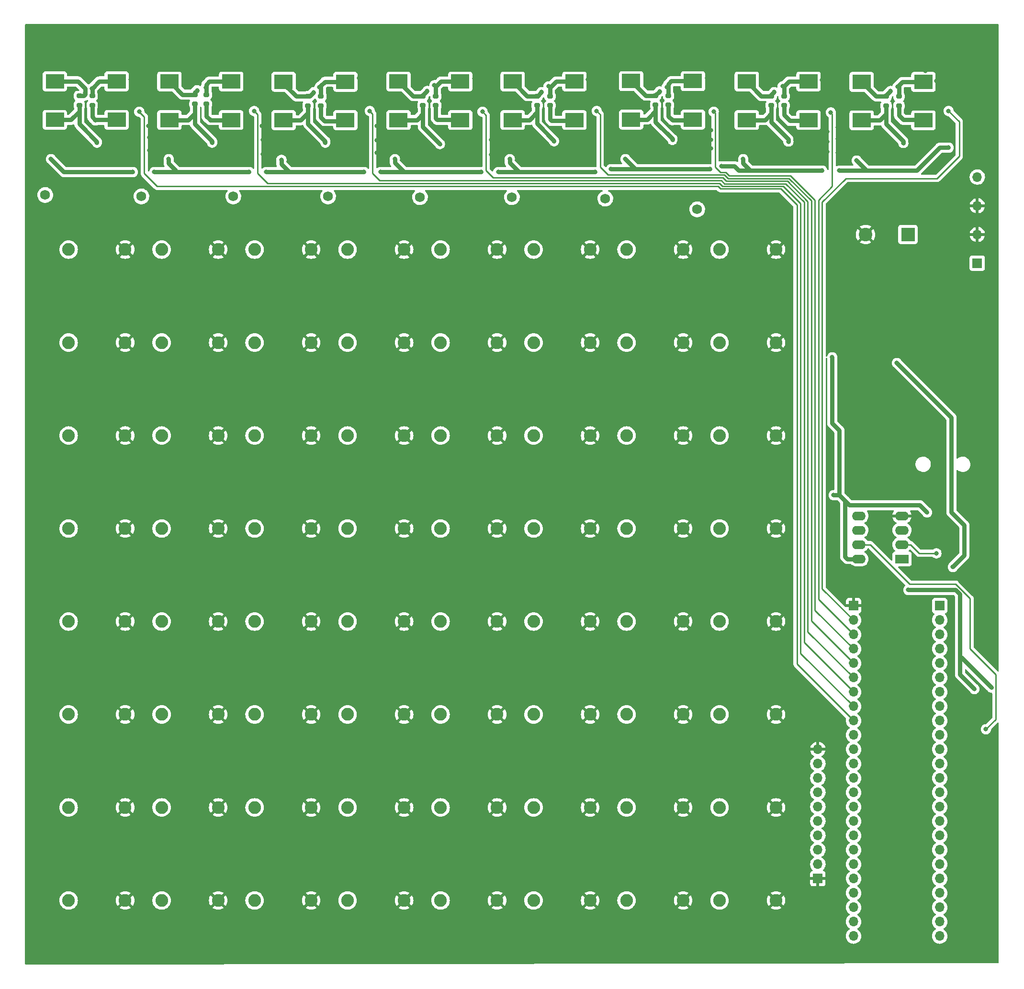
<source format=gbr>
%TF.GenerationSoftware,KiCad,Pcbnew,(6.0.2)*%
%TF.CreationDate,2022-03-01T14:51:48-05:00*%
%TF.ProjectId,SeniorDesign_FinalPCB_dal_power_complete,53656e69-6f72-4446-9573-69676e5f4669,rev?*%
%TF.SameCoordinates,Original*%
%TF.FileFunction,Copper,L2,Bot*%
%TF.FilePolarity,Positive*%
%FSLAX46Y46*%
G04 Gerber Fmt 4.6, Leading zero omitted, Abs format (unit mm)*
G04 Created by KiCad (PCBNEW (6.0.2)) date 2022-03-01 14:51:48*
%MOMM*%
%LPD*%
G01*
G04 APERTURE LIST*
G04 Aperture macros list*
%AMRoundRect*
0 Rectangle with rounded corners*
0 $1 Rounding radius*
0 $2 $3 $4 $5 $6 $7 $8 $9 X,Y pos of 4 corners*
0 Add a 4 corners polygon primitive as box body*
4,1,4,$2,$3,$4,$5,$6,$7,$8,$9,$2,$3,0*
0 Add four circle primitives for the rounded corners*
1,1,$1+$1,$2,$3*
1,1,$1+$1,$4,$5*
1,1,$1+$1,$6,$7*
1,1,$1+$1,$8,$9*
0 Add four rect primitives between the rounded corners*
20,1,$1+$1,$2,$3,$4,$5,0*
20,1,$1+$1,$4,$5,$6,$7,0*
20,1,$1+$1,$6,$7,$8,$9,0*
20,1,$1+$1,$8,$9,$2,$3,0*%
G04 Aperture macros list end*
%TA.AperFunction,ComponentPad*%
%ADD10C,2.250000*%
%TD*%
%TA.AperFunction,ComponentPad*%
%ADD11R,2.400000X1.600000*%
%TD*%
%TA.AperFunction,ComponentPad*%
%ADD12O,2.400000X1.600000*%
%TD*%
%TA.AperFunction,ComponentPad*%
%ADD13C,1.755000*%
%TD*%
%TA.AperFunction,ComponentPad*%
%ADD14R,1.700000X1.700000*%
%TD*%
%TA.AperFunction,ComponentPad*%
%ADD15O,1.700000X1.700000*%
%TD*%
%TA.AperFunction,ComponentPad*%
%ADD16R,2.400000X2.400000*%
%TD*%
%TA.AperFunction,ComponentPad*%
%ADD17C,2.400000*%
%TD*%
%TA.AperFunction,SMDPad,CuDef*%
%ADD18R,3.300000X2.500000*%
%TD*%
%TA.AperFunction,SMDPad,CuDef*%
%ADD19RoundRect,0.200000X0.275000X-0.200000X0.275000X0.200000X-0.275000X0.200000X-0.275000X-0.200000X0*%
%TD*%
%TA.AperFunction,ViaPad*%
%ADD20C,0.800000*%
%TD*%
%TA.AperFunction,ViaPad*%
%ADD21C,6.000000*%
%TD*%
%TA.AperFunction,Conductor*%
%ADD22C,0.762000*%
%TD*%
%TA.AperFunction,Conductor*%
%ADD23C,0.254000*%
%TD*%
G04 APERTURE END LIST*
D10*
%TO.P,U14,1,SIG*%
%TO.N,COL2_OUT*%
X326405000Y-142425000D03*
%TO.P,U14,2,GND*%
%TO.N,GND*%
X336405000Y-142425000D03*
%TD*%
%TO.P,U15,1,SIG*%
%TO.N,COL2_OUT*%
X326405000Y-158870000D03*
%TO.P,U15,2,GND*%
%TO.N,GND*%
X336405000Y-158870000D03*
%TD*%
%TO.P,U16,1,SIG*%
%TO.N,COL2_OUT*%
X326405000Y-175315000D03*
%TO.P,U16,2,GND*%
%TO.N,GND*%
X336405000Y-175315000D03*
%TD*%
%TO.P,U17,1,SIG*%
%TO.N,COL3_OUT*%
X342850000Y-60200000D03*
%TO.P,U17,2,GND*%
%TO.N,GND*%
X352850000Y-60200000D03*
%TD*%
%TO.P,U18,1,SIG*%
%TO.N,COL3_OUT*%
X342850000Y-76645000D03*
%TO.P,U18,2,GND*%
%TO.N,GND*%
X352850000Y-76645000D03*
%TD*%
%TO.P,U19,1,SIG*%
%TO.N,COL3_OUT*%
X342850000Y-93090000D03*
%TO.P,U19,2,GND*%
%TO.N,GND*%
X352850000Y-93090000D03*
%TD*%
%TO.P,U20,1,SIG*%
%TO.N,COL3_OUT*%
X342850000Y-109535000D03*
%TO.P,U20,2,GND*%
%TO.N,GND*%
X352850000Y-109535000D03*
%TD*%
%TO.P,U21,1,SIG*%
%TO.N,COL3_OUT*%
X342850000Y-125980000D03*
%TO.P,U21,2,GND*%
%TO.N,GND*%
X352850000Y-125980000D03*
%TD*%
%TO.P,U22,1,SIG*%
%TO.N,COL3_OUT*%
X342850000Y-142425000D03*
%TO.P,U22,2,GND*%
%TO.N,GND*%
X352850000Y-142425000D03*
%TD*%
%TO.P,U23,1,SIG*%
%TO.N,COL3_OUT*%
X342850000Y-158870000D03*
%TO.P,U23,2,GND*%
%TO.N,GND*%
X352850000Y-158870000D03*
%TD*%
%TO.P,U24,1,SIG*%
%TO.N,COL3_OUT*%
X342850000Y-175315000D03*
%TO.P,U24,2,GND*%
%TO.N,GND*%
X352850000Y-175315000D03*
%TD*%
%TO.P,U25,1,SIG*%
%TO.N,COL4_OUT*%
X359295000Y-60200000D03*
%TO.P,U25,2,GND*%
%TO.N,GND*%
X369295000Y-60200000D03*
%TD*%
%TO.P,U26,1,SIG*%
%TO.N,COL4_OUT*%
X359295000Y-76645000D03*
%TO.P,U26,2,GND*%
%TO.N,GND*%
X369295000Y-76645000D03*
%TD*%
%TO.P,U27,1,SIG*%
%TO.N,COL4_OUT*%
X359295000Y-93090000D03*
%TO.P,U27,2,GND*%
%TO.N,GND*%
X369295000Y-93090000D03*
%TD*%
%TO.P,U28,1,SIG*%
%TO.N,COL4_OUT*%
X359295000Y-109535000D03*
%TO.P,U28,2,GND*%
%TO.N,GND*%
X369295000Y-109535000D03*
%TD*%
%TO.P,U29,1,SIG*%
%TO.N,COL4_OUT*%
X359295000Y-125980000D03*
%TO.P,U29,2,GND*%
%TO.N,GND*%
X369295000Y-125980000D03*
%TD*%
%TO.P,U30,1,SIG*%
%TO.N,COL4_OUT*%
X359295000Y-142425000D03*
%TO.P,U30,2,GND*%
%TO.N,GND*%
X369295000Y-142425000D03*
%TD*%
%TO.P,U31,1,SIG*%
%TO.N,COL4_OUT*%
X359295000Y-158870000D03*
%TO.P,U31,2,GND*%
%TO.N,GND*%
X369295000Y-158870000D03*
%TD*%
%TO.P,U32,1,SIG*%
%TO.N,COL4_OUT*%
X359295000Y-175315000D03*
%TO.P,U32,2,GND*%
%TO.N,GND*%
X369295000Y-175315000D03*
%TD*%
%TO.P,U33,1,SIG*%
%TO.N,COL5_OUT*%
X375740000Y-60200000D03*
%TO.P,U33,2,GND*%
%TO.N,GND*%
X385740000Y-60200000D03*
%TD*%
%TO.P,U34,1,SIG*%
%TO.N,COL5_OUT*%
X375740000Y-76645000D03*
%TO.P,U34,2,GND*%
%TO.N,GND*%
X385740000Y-76645000D03*
%TD*%
%TO.P,U35,1,SIG*%
%TO.N,COL5_OUT*%
X375740000Y-93090000D03*
%TO.P,U35,2,GND*%
%TO.N,GND*%
X385740000Y-93090000D03*
%TD*%
%TO.P,U36,1,SIG*%
%TO.N,COL5_OUT*%
X375740000Y-109535000D03*
%TO.P,U36,2,GND*%
%TO.N,GND*%
X385740000Y-109535000D03*
%TD*%
%TO.P,U37,1,SIG*%
%TO.N,COL5_OUT*%
X375740000Y-125980000D03*
%TO.P,U37,2,GND*%
%TO.N,GND*%
X385740000Y-125980000D03*
%TD*%
%TO.P,U38,1,SIG*%
%TO.N,COL5_OUT*%
X375740000Y-142425000D03*
%TO.P,U38,2,GND*%
%TO.N,GND*%
X385740000Y-142425000D03*
%TD*%
%TO.P,U39,1,SIG*%
%TO.N,COL5_OUT*%
X375740000Y-158870000D03*
%TO.P,U39,2,GND*%
%TO.N,GND*%
X385740000Y-158870000D03*
%TD*%
%TO.P,U40,1,SIG*%
%TO.N,COL5_OUT*%
X375740000Y-175315000D03*
%TO.P,U40,2,GND*%
%TO.N,GND*%
X385740000Y-175315000D03*
%TD*%
%TO.P,U41,1,SIG*%
%TO.N,COL6_OUT*%
X392185000Y-60200000D03*
%TO.P,U41,2,GND*%
%TO.N,GND*%
X402185000Y-60200000D03*
%TD*%
%TO.P,U42,1,SIG*%
%TO.N,COL6_OUT*%
X392185000Y-76645000D03*
%TO.P,U42,2,GND*%
%TO.N,GND*%
X402185000Y-76645000D03*
%TD*%
%TO.P,U43,1,SIG*%
%TO.N,COL6_OUT*%
X392185000Y-93090000D03*
%TO.P,U43,2,GND*%
%TO.N,GND*%
X402185000Y-93090000D03*
%TD*%
%TO.P,U44,1,SIG*%
%TO.N,COL6_OUT*%
X392185000Y-109535000D03*
%TO.P,U44,2,GND*%
%TO.N,GND*%
X402185000Y-109535000D03*
%TD*%
%TO.P,U45,1,SIG*%
%TO.N,COL6_OUT*%
X392185000Y-125980000D03*
%TO.P,U45,2,GND*%
%TO.N,GND*%
X402185000Y-125980000D03*
%TD*%
%TO.P,U46,1,SIG*%
%TO.N,COL6_OUT*%
X392185000Y-142425000D03*
%TO.P,U46,2,GND*%
%TO.N,GND*%
X402185000Y-142425000D03*
%TD*%
%TO.P,U47,1,SIG*%
%TO.N,COL6_OUT*%
X392185000Y-158870000D03*
%TO.P,U47,2,GND*%
%TO.N,GND*%
X402185000Y-158870000D03*
%TD*%
%TO.P,U48,1,SIG*%
%TO.N,COL6_OUT*%
X392185000Y-175315000D03*
%TO.P,U48,2,GND*%
%TO.N,GND*%
X402185000Y-175315000D03*
%TD*%
%TO.P,U49,1,SIG*%
%TO.N,COL7_OUT*%
X408630000Y-60200000D03*
%TO.P,U49,2,GND*%
%TO.N,GND*%
X418630000Y-60200000D03*
%TD*%
%TO.P,U50,1,SIG*%
%TO.N,COL7_OUT*%
X408630000Y-76645000D03*
%TO.P,U50,2,GND*%
%TO.N,GND*%
X418630000Y-76645000D03*
%TD*%
%TO.P,U51,1,SIG*%
%TO.N,COL7_OUT*%
X408630000Y-93090000D03*
%TO.P,U51,2,GND*%
%TO.N,GND*%
X418630000Y-93090000D03*
%TD*%
%TO.P,U52,1,SIG*%
%TO.N,COL7_OUT*%
X408630000Y-109535000D03*
%TO.P,U52,2,GND*%
%TO.N,GND*%
X418630000Y-109535000D03*
%TD*%
%TO.P,U53,1,SIG*%
%TO.N,COL7_OUT*%
X408630000Y-125980000D03*
%TO.P,U53,2,GND*%
%TO.N,GND*%
X418630000Y-125980000D03*
%TD*%
%TO.P,U54,1,SIG*%
%TO.N,COL7_OUT*%
X408630000Y-142425000D03*
%TO.P,U54,2,GND*%
%TO.N,GND*%
X418630000Y-142425000D03*
%TD*%
%TO.P,U55,1,SIG*%
%TO.N,COL7_OUT*%
X408630000Y-158870000D03*
%TO.P,U55,2,GND*%
%TO.N,GND*%
X418630000Y-158870000D03*
%TD*%
%TO.P,U56,1,SIG*%
%TO.N,COL7_OUT*%
X408630000Y-175315000D03*
%TO.P,U56,2,GND*%
%TO.N,GND*%
X418630000Y-175315000D03*
%TD*%
%TO.P,U57,1,SIG*%
%TO.N,COL8_OUT*%
X425075000Y-60200000D03*
%TO.P,U57,2,GND*%
%TO.N,GND*%
X435075000Y-60200000D03*
%TD*%
%TO.P,U58,1,SIG*%
%TO.N,COL8_OUT*%
X425075000Y-76645000D03*
%TO.P,U58,2,GND*%
%TO.N,GND*%
X435075000Y-76645000D03*
%TD*%
%TO.P,U59,1,SIG*%
%TO.N,COL8_OUT*%
X425075000Y-93090000D03*
%TO.P,U59,2,GND*%
%TO.N,GND*%
X435075000Y-93090000D03*
%TD*%
%TO.P,U60,1,SIG*%
%TO.N,COL8_OUT*%
X425075000Y-109535000D03*
%TO.P,U60,2,GND*%
%TO.N,GND*%
X435075000Y-109535000D03*
%TD*%
%TO.P,U61,1,SIG*%
%TO.N,COL8_OUT*%
X425075000Y-125980000D03*
%TO.P,U61,2,GND*%
%TO.N,GND*%
X435075000Y-125980000D03*
%TD*%
%TO.P,U62,1,SIG*%
%TO.N,COL8_OUT*%
X425075000Y-142425000D03*
%TO.P,U62,2,GND*%
%TO.N,GND*%
X435075000Y-142425000D03*
%TD*%
%TO.P,U63,1,SIG*%
%TO.N,COL8_OUT*%
X425075000Y-158870000D03*
%TO.P,U63,2,GND*%
%TO.N,GND*%
X435075000Y-158870000D03*
%TD*%
%TO.P,U64,1,SIG*%
%TO.N,COL8_OUT*%
X425075000Y-175315000D03*
%TO.P,U64,2,GND*%
%TO.N,GND*%
X435075000Y-175315000D03*
%TD*%
%TO.P,U1,1,SIG*%
%TO.N,COL1_OUT*%
X309960000Y-60200000D03*
%TO.P,U1,2,GND*%
%TO.N,GND*%
X319960000Y-60200000D03*
%TD*%
%TO.P,U2,1,SIG*%
%TO.N,COL1_OUT*%
X309960000Y-76645000D03*
%TO.P,U2,2,GND*%
%TO.N,GND*%
X319960000Y-76645000D03*
%TD*%
%TO.P,U3,1,SIG*%
%TO.N,COL1_OUT*%
X309960000Y-93090000D03*
%TO.P,U3,2,GND*%
%TO.N,GND*%
X319960000Y-93090000D03*
%TD*%
%TO.P,U4,1,SIG*%
%TO.N,COL1_OUT*%
X309960000Y-109535000D03*
%TO.P,U4,2,GND*%
%TO.N,GND*%
X319960000Y-109535000D03*
%TD*%
%TO.P,U5,1,SIG*%
%TO.N,COL1_OUT*%
X309960000Y-125980000D03*
%TO.P,U5,2,GND*%
%TO.N,GND*%
X319960000Y-125980000D03*
%TD*%
%TO.P,U6,1,SIG*%
%TO.N,COL1_OUT*%
X309960000Y-142425000D03*
%TO.P,U6,2,GND*%
%TO.N,GND*%
X319960000Y-142425000D03*
%TD*%
%TO.P,U7,1,SIG*%
%TO.N,COL1_OUT*%
X309960000Y-158870000D03*
%TO.P,U7,2,GND*%
%TO.N,GND*%
X319960000Y-158870000D03*
%TD*%
%TO.P,U8,1,SIG*%
%TO.N,COL1_OUT*%
X309960000Y-175315000D03*
%TO.P,U8,2,GND*%
%TO.N,GND*%
X319960000Y-175315000D03*
%TD*%
%TO.P,U9,1,SIG*%
%TO.N,COL2_OUT*%
X326405000Y-60200000D03*
%TO.P,U9,2,GND*%
%TO.N,GND*%
X336405000Y-60200000D03*
%TD*%
%TO.P,U10,1,SIG*%
%TO.N,COL2_OUT*%
X326405000Y-76645000D03*
%TO.P,U10,2,GND*%
%TO.N,GND*%
X336405000Y-76645000D03*
%TD*%
%TO.P,U11,1,SIG*%
%TO.N,COL2_OUT*%
X326405000Y-93090000D03*
%TO.P,U11,2,GND*%
%TO.N,GND*%
X336405000Y-93090000D03*
%TD*%
%TO.P,U12,1,SIG*%
%TO.N,COL2_OUT*%
X326405000Y-109535000D03*
%TO.P,U12,2,GND*%
%TO.N,GND*%
X336405000Y-109535000D03*
%TD*%
%TO.P,U13,1,SIG*%
%TO.N,COL2_OUT*%
X326405000Y-125980000D03*
%TO.P,U13,2,GND*%
%TO.N,GND*%
X336405000Y-125980000D03*
%TD*%
D11*
%TO.P,U67,1*%
%TO.N,Net-(C80-Pad1)*%
X457342000Y-114925000D03*
D12*
%TO.P,U67,2,-*%
%TO.N,Net-(R41-Pad1)*%
X457342000Y-112385000D03*
%TO.P,U67,3,+*%
%TO.N,Net-(C76-Pad2)*%
X457342000Y-109845000D03*
%TO.P,U67,4,V-*%
%TO.N,GND*%
X457342000Y-107305000D03*
%TO.P,U67,5,+*%
%TO.N,Net-(C77-Pad2)*%
X449722000Y-107305000D03*
%TO.P,U67,6,-*%
%TO.N,Net-(R42-Pad1)*%
X449722000Y-109845000D03*
%TO.P,U67,7*%
%TO.N,Net-(C81-Pad1)*%
X449722000Y-112385000D03*
%TO.P,U67,8,V+*%
%TO.N,+5VA*%
X449722000Y-114925000D03*
%TD*%
D13*
%TO.P,J7,1,1*%
%TO.N,COL5_OUT*%
X372110000Y-50927000D03*
%TD*%
D14*
%TO.P,J11,1,Pin_1*%
%TO.N,+12V*%
X470662000Y-62600000D03*
D15*
%TO.P,J11,2,Pin_2*%
%TO.N,GND*%
X470662000Y-57520000D03*
%TO.P,J11,3,Pin_3*%
X470662000Y-52440000D03*
%TO.P,J11,4,Pin_4*%
%TO.N,VPP*%
X470662000Y-47360000D03*
%TD*%
%TO.P,U68,1,PIO01*%
%TO.N,unconnected-(U68-Pad1)*%
X464021520Y-181620000D03*
%TO.P,U68,2,PIO02*%
%TO.N,unconnected-(U68-Pad2)*%
X464021520Y-179080000D03*
%TO.P,U68,3,PIO03*%
%TO.N,unconnected-(U68-Pad3)*%
X464021520Y-176540000D03*
%TO.P,U68,4,PIO04*%
%TO.N,unconnected-(U68-Pad4)*%
X464021520Y-174000000D03*
%TO.P,U68,5,PIO05*%
%TO.N,unconnected-(U68-Pad5)*%
X464021520Y-171460000D03*
%TO.P,U68,6,PIO06*%
%TO.N,unconnected-(U68-Pad6)*%
X464021520Y-168920000D03*
%TO.P,U68,7,PIO07*%
%TO.N,unconnected-(U68-Pad7)*%
X464021520Y-166380000D03*
%TO.P,U68,8,PIO08*%
%TO.N,unconnected-(U68-Pad8)*%
X464021520Y-163840000D03*
%TO.P,U68,9,PIO09*%
%TO.N,unconnected-(U68-Pad9)*%
X464021520Y-161300000D03*
%TO.P,U68,10,PIO10*%
%TO.N,unconnected-(U68-Pad10)*%
X464021520Y-158760000D03*
%TO.P,U68,11,PIO11*%
%TO.N,unconnected-(U68-Pad11)*%
X464021520Y-156220000D03*
%TO.P,U68,12,PIO12*%
%TO.N,unconnected-(U68-Pad12)*%
X464021520Y-153680000D03*
%TO.P,U68,13,PIO13*%
%TO.N,unconnected-(U68-Pad13)*%
X464021520Y-151140000D03*
%TO.P,U68,14,PIO14*%
%TO.N,unconnected-(U68-Pad14)*%
X464021520Y-148600000D03*
%TO.P,U68,15,AIN15*%
%TO.N,/AIN_L*%
X464021520Y-146060000D03*
%TO.P,U68,16,AIN16*%
%TO.N,/AIN_R*%
X464021520Y-143520000D03*
%TO.P,U68,17,PIO17*%
%TO.N,unconnected-(U68-Pad17)*%
X464021520Y-140980000D03*
%TO.P,U68,18,PIO18*%
%TO.N,unconnected-(U68-Pad18)*%
X464021520Y-138440000D03*
%TO.P,U68,19,PIO19*%
%TO.N,unconnected-(U68-Pad19)*%
X464021520Y-135900000D03*
%TO.P,U68,20,PIO20*%
%TO.N,unconnected-(U68-Pad20)*%
X464021520Y-133360000D03*
%TO.P,U68,21,PIO21*%
%TO.N,unconnected-(U68-Pad21)*%
X464021520Y-130820000D03*
%TO.P,U68,22,PIO22*%
%TO.N,unconnected-(U68-Pad22)*%
X464021520Y-128280000D03*
%TO.P,U68,23,PIO23*%
%TO.N,unconnected-(U68-Pad23)*%
X464021520Y-125740000D03*
D14*
%TO.P,U68,24,VU*%
%TO.N,+5V*%
X464021520Y-123200000D03*
%TO.P,U68,25,GND*%
%TO.N,GND*%
X448781520Y-123200000D03*
D15*
%TO.P,U68,26,PIO26*%
%TO.N,COL8_SIG*%
X448781520Y-125740000D03*
%TO.P,U68,27,PIO27*%
%TO.N,COL7_SIG*%
X448781520Y-128280000D03*
%TO.P,U68,28,PIO28*%
%TO.N,COL6_SIG*%
X448781520Y-130820000D03*
%TO.P,U68,29,PIO29*%
%TO.N,COL5_SIG*%
X448781520Y-133360000D03*
%TO.P,U68,30,PIO30*%
%TO.N,COL4_SIG*%
X448781520Y-135900000D03*
%TO.P,U68,31,PIO31*%
%TO.N,COL3_SIG*%
X448781520Y-138440000D03*
%TO.P,U68,32,PIO32*%
%TO.N,COL2_SIG*%
X448781520Y-140980000D03*
%TO.P,U68,33,PIO33*%
%TO.N,COL1_SIG*%
X448781520Y-143520000D03*
%TO.P,U68,34,PIO34*%
%TO.N,unconnected-(U68-Pad34)*%
X448781520Y-146060000D03*
%TO.P,U68,35,PIO35*%
%TO.N,unconnected-(U68-Pad35)*%
X448781520Y-148600000D03*
%TO.P,U68,36,PIO36*%
%TO.N,Net-(J13-Pad9)*%
X448781520Y-151140000D03*
%TO.P,U68,37,PIO37*%
%TO.N,Net-(J13-Pad8)*%
X448781520Y-153680000D03*
%TO.P,U68,38,PIO38*%
%TO.N,Net-(J13-Pad7)*%
X448781520Y-156220000D03*
%TO.P,U68,39,PIO39*%
%TO.N,Net-(J13-Pad6)*%
X448781520Y-158760000D03*
%TO.P,U68,40,PIO40*%
%TO.N,Net-(J13-Pad5)*%
X448781520Y-161300000D03*
%TO.P,U68,41,PIO41*%
%TO.N,Net-(J13-Pad4)*%
X448781520Y-163840000D03*
%TO.P,U68,42,PIO42*%
%TO.N,Net-(J13-Pad3)*%
X448781520Y-166380000D03*
%TO.P,U68,43,PIO43*%
%TO.N,Net-(J13-Pad2)*%
X448781520Y-168920000D03*
%TO.P,U68,44,PIO44*%
%TO.N,unconnected-(U68-Pad44)*%
X448781520Y-171460000D03*
%TO.P,U68,45,PIO45*%
%TO.N,unconnected-(U68-Pad45)*%
X448781520Y-174000000D03*
%TO.P,U68,46,PIO46*%
%TO.N,unconnected-(U68-Pad46)*%
X448781520Y-176540000D03*
%TO.P,U68,47,PIO47*%
%TO.N,unconnected-(U68-Pad47)*%
X448781520Y-179080000D03*
%TO.P,U68,48,PIO48*%
%TO.N,unconnected-(U68-Pad48)*%
X448781520Y-181620000D03*
%TD*%
D13*
%TO.P,J5,1,1*%
%TO.N,COL3_OUT*%
X339090000Y-50800000D03*
%TD*%
D14*
%TO.P,J13,1,Pin_1*%
%TO.N,GND*%
X442468000Y-171445000D03*
D15*
%TO.P,J13,2,Pin_2*%
%TO.N,Net-(J13-Pad2)*%
X442468000Y-168905000D03*
%TO.P,J13,3,Pin_3*%
%TO.N,Net-(J13-Pad3)*%
X442468000Y-166365000D03*
%TO.P,J13,4,Pin_4*%
%TO.N,Net-(J13-Pad4)*%
X442468000Y-163825000D03*
%TO.P,J13,5,Pin_5*%
%TO.N,Net-(J13-Pad5)*%
X442468000Y-161285000D03*
%TO.P,J13,6,Pin_6*%
%TO.N,Net-(J13-Pad6)*%
X442468000Y-158745000D03*
%TO.P,J13,7,Pin_7*%
%TO.N,Net-(J13-Pad7)*%
X442468000Y-156205000D03*
%TO.P,J13,8,Pin_8*%
%TO.N,Net-(J13-Pad8)*%
X442468000Y-153665000D03*
%TO.P,J13,9,Pin_9*%
%TO.N,Net-(J13-Pad9)*%
X442468000Y-151125000D03*
%TO.P,J13,10,Pin_10*%
%TO.N,GND*%
X442468000Y-148585000D03*
%TD*%
D13*
%TO.P,J8,1,1*%
%TO.N,COL6_OUT*%
X388366000Y-50927000D03*
%TD*%
%TO.P,J4,1,1*%
%TO.N,COL2_OUT*%
X322834000Y-50800000D03*
%TD*%
%TO.P,J3,1,1*%
%TO.N,COL1_OUT*%
X305816000Y-50546000D03*
%TD*%
D16*
%TO.P,C84,1*%
%TO.N,VPP*%
X458391780Y-57531000D03*
D17*
%TO.P,C84,2*%
%TO.N,GND*%
X450891780Y-57531000D03*
%TD*%
D13*
%TO.P,J6,1,1*%
%TO.N,COL4_OUT*%
X355854000Y-50800000D03*
%TD*%
%TO.P,J9,1,1*%
%TO.N,COL7_OUT*%
X404876000Y-51181000D03*
%TD*%
%TO.P,J10,1,1*%
%TO.N,COL8_OUT*%
X421132000Y-53086000D03*
%TD*%
D18*
%TO.P,D1,1,K*%
%TO.N,Net-(D1-Pad1)*%
X307523500Y-30454000D03*
%TO.P,D1,2,A*%
%TO.N,Net-(D1-Pad2)*%
X307523500Y-37254000D03*
%TD*%
%TO.P,D2,1,K*%
%TO.N,Net-(D2-Pad1)*%
X318445500Y-30454000D03*
%TO.P,D2,2,A*%
%TO.N,Net-(D2-Pad2)*%
X318445500Y-37254000D03*
%TD*%
%TO.P,D3,1,K*%
%TO.N,Net-(D3-Pad1)*%
X327787000Y-30480000D03*
%TO.P,D3,2,A*%
%TO.N,Net-(D3-Pad2)*%
X327787000Y-37280000D03*
%TD*%
%TO.P,D4,1,K*%
%TO.N,Net-(D4-Pad1)*%
X338709000Y-30480000D03*
%TO.P,D4,2,A*%
%TO.N,Net-(D4-Pad2)*%
X338709000Y-37280000D03*
%TD*%
%TO.P,D5,1,K*%
%TO.N,Net-(D5-Pad1)*%
X347980000Y-30522000D03*
%TO.P,D5,2,A*%
%TO.N,Net-(D5-Pad2)*%
X347980000Y-37322000D03*
%TD*%
%TO.P,D6,1,K*%
%TO.N,Net-(D6-Pad1)*%
X358902000Y-30522000D03*
%TO.P,D6,2,A*%
%TO.N,Net-(D6-Pad2)*%
X358902000Y-37322000D03*
%TD*%
%TO.P,D7,1,K*%
%TO.N,Net-(D7-Pad1)*%
X368300000Y-30480000D03*
%TO.P,D7,2,A*%
%TO.N,Net-(D7-Pad2)*%
X368300000Y-37280000D03*
%TD*%
%TO.P,D8,1,K*%
%TO.N,Net-(D8-Pad1)*%
X379222000Y-30480000D03*
%TO.P,D8,2,A*%
%TO.N,Net-(D8-Pad2)*%
X379222000Y-37280000D03*
%TD*%
%TO.P,D9,1,K*%
%TO.N,Net-(D9-Pad1)*%
X388493000Y-30480000D03*
%TO.P,D9,2,A*%
%TO.N,Net-(D9-Pad2)*%
X388493000Y-37280000D03*
%TD*%
%TO.P,D10,1,K*%
%TO.N,Net-(D10-Pad1)*%
X399415000Y-30480000D03*
%TO.P,D10,2,A*%
%TO.N,Net-(D10-Pad2)*%
X399415000Y-37280000D03*
%TD*%
%TO.P,D11,1,K*%
%TO.N,Net-(D11-Pad1)*%
X409448000Y-30411000D03*
%TO.P,D11,2,A*%
%TO.N,Net-(D11-Pad2)*%
X409448000Y-37211000D03*
%TD*%
%TO.P,D12,1,K*%
%TO.N,Net-(D12-Pad1)*%
X420370000Y-30411000D03*
%TO.P,D12,2,A*%
%TO.N,Net-(D12-Pad2)*%
X420370000Y-37211000D03*
%TD*%
%TO.P,D13,1,K*%
%TO.N,Net-(D13-Pad1)*%
X429895000Y-30480000D03*
%TO.P,D13,2,A*%
%TO.N,Net-(D13-Pad2)*%
X429895000Y-37280000D03*
%TD*%
%TO.P,D14,1,K*%
%TO.N,Net-(D14-Pad1)*%
X440817000Y-30480000D03*
%TO.P,D14,2,A*%
%TO.N,Net-(D14-Pad2)*%
X440817000Y-37280000D03*
%TD*%
%TO.P,D15,1,K*%
%TO.N,Net-(D15-Pad1)*%
X450215000Y-30541000D03*
%TO.P,D15,2,A*%
%TO.N,Net-(D15-Pad2)*%
X450215000Y-37341000D03*
%TD*%
%TO.P,D16,1,K*%
%TO.N,Net-(D16-Pad1)*%
X461137000Y-30541000D03*
%TO.P,D16,2,A*%
%TO.N,Net-(D16-Pad2)*%
X461137000Y-37341000D03*
%TD*%
D19*
%TO.P,R13,1*%
%TO.N,Net-(D1-Pad2)*%
X311841500Y-34679000D03*
%TO.P,R13,2*%
%TO.N,Net-(D1-Pad1)*%
X311841500Y-33029000D03*
%TD*%
%TO.P,R14,1*%
%TO.N,Net-(D2-Pad2)*%
X314127500Y-34679000D03*
%TO.P,R14,2*%
%TO.N,Net-(D2-Pad1)*%
X314127500Y-33029000D03*
%TD*%
%TO.P,R15,1*%
%TO.N,Net-(D3-Pad2)*%
X332288500Y-34451000D03*
%TO.P,R15,2*%
%TO.N,Net-(D3-Pad1)*%
X332288500Y-32801000D03*
%TD*%
%TO.P,R16,1*%
%TO.N,Net-(D4-Pad2)*%
X334320500Y-34451000D03*
%TO.P,R16,2*%
%TO.N,Net-(D4-Pad1)*%
X334320500Y-32801000D03*
%TD*%
%TO.P,R17,1*%
%TO.N,Net-(D5-Pad2)*%
X352298000Y-34747000D03*
%TO.P,R17,2*%
%TO.N,Net-(D5-Pad1)*%
X352298000Y-33097000D03*
%TD*%
%TO.P,R18,1*%
%TO.N,Net-(D6-Pad2)*%
X354584000Y-34747000D03*
%TO.P,R18,2*%
%TO.N,Net-(D6-Pad1)*%
X354584000Y-33097000D03*
%TD*%
%TO.P,R19,1*%
%TO.N,Net-(D7-Pad2)*%
X372618000Y-34705000D03*
%TO.P,R19,2*%
%TO.N,Net-(D7-Pad1)*%
X372618000Y-33055000D03*
%TD*%
%TO.P,R20,1*%
%TO.N,Net-(D8-Pad2)*%
X374904000Y-34705000D03*
%TO.P,R20,2*%
%TO.N,Net-(D8-Pad1)*%
X374904000Y-33055000D03*
%TD*%
%TO.P,R33,1*%
%TO.N,Net-(D9-Pad2)*%
X392811000Y-34705000D03*
%TO.P,R33,2*%
%TO.N,Net-(D9-Pad1)*%
X392811000Y-33055000D03*
%TD*%
%TO.P,R34,1*%
%TO.N,Net-(D10-Pad2)*%
X395097000Y-34705000D03*
%TO.P,R34,2*%
%TO.N,Net-(D10-Pad1)*%
X395097000Y-33055000D03*
%TD*%
%TO.P,R35,1*%
%TO.N,Net-(D11-Pad2)*%
X413766000Y-34636000D03*
%TO.P,R35,2*%
%TO.N,Net-(D11-Pad1)*%
X413766000Y-32986000D03*
%TD*%
%TO.P,R36,1*%
%TO.N,Net-(D12-Pad2)*%
X416052000Y-34636000D03*
%TO.P,R36,2*%
%TO.N,Net-(D12-Pad1)*%
X416052000Y-32986000D03*
%TD*%
%TO.P,R37,1*%
%TO.N,Net-(D13-Pad2)*%
X434213000Y-34705000D03*
%TO.P,R37,2*%
%TO.N,Net-(D13-Pad1)*%
X434213000Y-33055000D03*
%TD*%
%TO.P,R38,1*%
%TO.N,Net-(D14-Pad2)*%
X436499000Y-34705000D03*
%TO.P,R38,2*%
%TO.N,Net-(D14-Pad1)*%
X436499000Y-33055000D03*
%TD*%
%TO.P,R39,1*%
%TO.N,Net-(D15-Pad2)*%
X454533000Y-34766000D03*
%TO.P,R39,2*%
%TO.N,Net-(D15-Pad1)*%
X454533000Y-33116000D03*
%TD*%
%TO.P,R40,1*%
%TO.N,Net-(D16-Pad2)*%
X456819000Y-34766000D03*
%TO.P,R40,2*%
%TO.N,Net-(D16-Pad1)*%
X456819000Y-33116000D03*
%TD*%
D20*
%TO.N,GND*%
X364490000Y-38354000D03*
X332232000Y-22225000D03*
X324231000Y-40386000D03*
X382397000Y-39370000D03*
X414020000Y-21971000D03*
X460248000Y-32893000D03*
D21*
X471170000Y-23495000D03*
D20*
X456565000Y-22225000D03*
X425704000Y-38354000D03*
X402717000Y-40005000D03*
X364490000Y-43053000D03*
X405130000Y-40386000D03*
X443230000Y-30226000D03*
X372872000Y-21844000D03*
X324104000Y-38354000D03*
X376428000Y-21844000D03*
X425704000Y-40640000D03*
X448691000Y-120650000D03*
X382397000Y-43561000D03*
D21*
X305435000Y-183515000D03*
D20*
X361950000Y-39497000D03*
X344170000Y-38354000D03*
X384683000Y-43434000D03*
X361950000Y-42799000D03*
X364490000Y-40894000D03*
X451104000Y-123190000D03*
X341376000Y-30099000D03*
X444119000Y-42926000D03*
X398399000Y-32893000D03*
X405130000Y-42672000D03*
X344297000Y-43307000D03*
X317500000Y-32893000D03*
X454787000Y-22225000D03*
X344297000Y-40767000D03*
X312039000Y-21971000D03*
X465201000Y-114554000D03*
X322199000Y-38735000D03*
X434467000Y-22098000D03*
X446024000Y-43053000D03*
X423545000Y-42291000D03*
X402717000Y-38227000D03*
X402717000Y-41910000D03*
X423545000Y-39116000D03*
X436245000Y-22098000D03*
X342138000Y-43053000D03*
X459105000Y-116967000D03*
X313817000Y-21971000D03*
X374650000Y-21844000D03*
X439801000Y-32766000D03*
X342138000Y-40640000D03*
X378206000Y-32766000D03*
X453517000Y-110744000D03*
X394843000Y-21971000D03*
X446024000Y-38608000D03*
X422910000Y-29845000D03*
X361315000Y-29845000D03*
X458343000Y-22225000D03*
X334010000Y-22225000D03*
X453517000Y-107442000D03*
X461518000Y-28575000D03*
X384683000Y-40767000D03*
X464693000Y-43815000D03*
X464566000Y-39497000D03*
X438023000Y-22098000D03*
X352552000Y-21971000D03*
X453517000Y-109093000D03*
X425704000Y-42672000D03*
X354330000Y-21971000D03*
X315595000Y-21971000D03*
X322199000Y-42926000D03*
X381762000Y-29972000D03*
D21*
X471170000Y-182880000D03*
D20*
X415798000Y-21971000D03*
X459740000Y-111506000D03*
X423545000Y-40767000D03*
X419481000Y-32766000D03*
X361950000Y-41148000D03*
X322199000Y-40767000D03*
X356108000Y-21971000D03*
X456057000Y-118745000D03*
X337566000Y-32893000D03*
X401828000Y-30099000D03*
X335788000Y-22225000D03*
X444119000Y-41148000D03*
X464185000Y-116205000D03*
X320929000Y-30099000D03*
X417576000Y-21971000D03*
X446024000Y-40640000D03*
X463423000Y-30353000D03*
X324231000Y-42672000D03*
X382397000Y-41402000D03*
X396621000Y-21971000D03*
X451104000Y-120650000D03*
X444119000Y-39370000D03*
X393065000Y-21971000D03*
X405257000Y-37846000D03*
D21*
X305435000Y-23495000D03*
D20*
X464566000Y-37592000D03*
X342011000Y-38481000D03*
%TO.N,VPP*%
X403098000Y-46482000D03*
X365125000Y-46482000D03*
X321310000Y-46482000D03*
X405892000Y-45974000D03*
X423418000Y-45974000D03*
X385953000Y-46482000D03*
X306832000Y-44196000D03*
X382905000Y-46482000D03*
X341884000Y-46482000D03*
X449326000Y-44450000D03*
X347599000Y-44323000D03*
X446278000Y-46228000D03*
X465582000Y-42164000D03*
X325120000Y-46482000D03*
X362204000Y-46482000D03*
X327660000Y-44196000D03*
X425450000Y-45466000D03*
X443230000Y-46228000D03*
X344932000Y-46482000D03*
X367665000Y-44196000D03*
X387985000Y-44196000D03*
X429260000Y-44196000D03*
X408432000Y-44196000D03*
%TO.N,+5V*%
X456438000Y-80264000D03*
X466344000Y-116332000D03*
%TO.N,+5VA*%
X461772000Y-106680000D03*
X458470000Y-120396000D03*
X445008000Y-79248000D03*
X473202000Y-137668000D03*
X470154000Y-137922000D03*
X445262000Y-103632000D03*
%TO.N,Net-(D1-Pad1)*%
X312928000Y-32512000D03*
%TO.N,Net-(D1-Pad2)*%
X314960000Y-41275000D03*
%TO.N,Net-(D2-Pad2)*%
X314706000Y-37338000D03*
%TO.N,Net-(D2-Pad1)*%
X314087500Y-31693500D03*
%TO.N,Net-(D3-Pad1)*%
X332669500Y-32029000D03*
%TO.N,Net-(D3-Pad2)*%
X335336500Y-41275000D03*
%TO.N,Net-(D4-Pad2)*%
X334955500Y-37236000D03*
%TO.N,Net-(D4-Pad1)*%
X334193500Y-31521000D03*
%TO.N,Net-(D5-Pad1)*%
X353314000Y-32369000D03*
%TO.N,Net-(D5-Pad2)*%
X355346000Y-41275000D03*
%TO.N,Net-(D6-Pad2)*%
X355219000Y-37449000D03*
%TO.N,Net-(D6-Pad1)*%
X354330000Y-31480000D03*
%TO.N,Net-(D7-Pad1)*%
X373380000Y-32165000D03*
%TO.N,Net-(D7-Pad2)*%
X375615200Y-41529000D03*
%TO.N,Net-(D8-Pad2)*%
X375158000Y-37245000D03*
%TO.N,Net-(D8-Pad1)*%
X374650000Y-31149000D03*
%TO.N,Net-(D9-Pad2)*%
X395808200Y-41021000D03*
%TO.N,Net-(D9-Pad1)*%
X393573000Y-32356000D03*
%TO.N,Net-(D10-Pad2)*%
X395351000Y-37436000D03*
%TO.N,Net-(D10-Pad1)*%
X394843000Y-31340000D03*
%TO.N,Net-(D11-Pad1)*%
X414463000Y-32222000D03*
%TO.N,Net-(D11-Pad2)*%
X416737800Y-40792400D03*
%TO.N,Net-(D12-Pad1)*%
X415733000Y-31460000D03*
%TO.N,Net-(D12-Pad2)*%
X416749000Y-37302000D03*
%TO.N,Net-(D13-Pad2)*%
X437261000Y-41097200D03*
%TO.N,Net-(D13-Pad1)*%
X434721000Y-32356000D03*
%TO.N,Net-(D14-Pad1)*%
X436245000Y-31340000D03*
%TO.N,Net-(D14-Pad2)*%
X437515000Y-37436000D03*
%TO.N,Net-(D15-Pad1)*%
X455295000Y-32162000D03*
%TO.N,Net-(D15-Pad2)*%
X457581000Y-41351200D03*
%TO.N,Net-(D16-Pad2)*%
X457581000Y-37242000D03*
%TO.N,Net-(D16-Pad1)*%
X456565000Y-31400000D03*
%TO.N,Net-(C81-Pad1)*%
X472186000Y-145034000D03*
%TO.N,COL1_SIG*%
X322453000Y-35814000D03*
%TO.N,COL2_SIG*%
X342773000Y-35687000D03*
%TO.N,COL3_SIG*%
X363220000Y-35687000D03*
%TO.N,COL4_SIG*%
X383159000Y-35814000D03*
%TO.N,COL5_SIG*%
X403352000Y-35687000D03*
%TO.N,COL6_SIG*%
X424053000Y-35814000D03*
%TO.N,COL7_SIG*%
X444754000Y-35941000D03*
%TO.N,COL8_SIG*%
X465582000Y-35687000D03*
%TO.N,Net-(R41-Pad1)*%
X463423000Y-113919000D03*
%TD*%
D22*
%TO.N,Net-(D15-Pad2)*%
X457581000Y-41052000D02*
X454533000Y-38004000D01*
X454533000Y-38004000D02*
X454533000Y-36226000D01*
X457581000Y-41351200D02*
X457581000Y-41052000D01*
%TO.N,Net-(D13-Pad2)*%
X437261000Y-41097200D02*
X437261000Y-40738000D01*
X437261000Y-40738000D02*
X434213000Y-37690000D01*
X434213000Y-37690000D02*
X434213000Y-36166000D01*
%TO.N,Net-(D11-Pad2)*%
X416749000Y-40781200D02*
X416749000Y-40604000D01*
X416737800Y-40792400D02*
X416749000Y-40781200D01*
X416749000Y-40604000D02*
X413766000Y-37621000D01*
X413766000Y-37621000D02*
X413766000Y-35713000D01*
%TO.N,Net-(D9-Pad2)*%
X395808200Y-40941200D02*
X392811000Y-37944000D01*
X392811000Y-37944000D02*
X392811000Y-35912000D01*
X395808200Y-41021000D02*
X395808200Y-40941200D01*
%TO.N,Net-(D7-Pad2)*%
X375615200Y-41512200D02*
X372618000Y-38515000D01*
X375615200Y-41529000D02*
X375615200Y-41512200D01*
X372618000Y-38515000D02*
X372618000Y-36229000D01*
%TO.N,Net-(D5-Pad2)*%
X352298000Y-37957000D02*
X352298000Y-34747000D01*
X355346000Y-41275000D02*
X355346000Y-41005000D01*
X355346000Y-41005000D02*
X352298000Y-37957000D01*
%TO.N,Net-(D3-Pad2)*%
X335336500Y-41046000D02*
X332288500Y-37998000D01*
X335336500Y-41275000D02*
X335336500Y-41046000D01*
X332288500Y-37998000D02*
X332288500Y-34451000D01*
%TO.N,Net-(D1-Pad2)*%
X314960000Y-41275000D02*
X314960000Y-41148000D01*
X311841500Y-38029500D02*
X311841500Y-34679000D01*
X314960000Y-41148000D02*
X311841500Y-38029500D01*
%TO.N,VPP*%
X464058000Y-42164000D02*
X459994000Y-46228000D01*
X430530000Y-46228000D02*
X443230000Y-46228000D01*
X327660000Y-44958000D02*
X328930000Y-46228000D01*
X385953000Y-46482000D02*
X389763000Y-46482000D01*
X309118000Y-46482000D02*
X321310000Y-46482000D01*
X365125000Y-46482000D02*
X369316000Y-46482000D01*
X347599000Y-45085000D02*
X348996000Y-46482000D01*
X367665000Y-44831000D02*
X368808000Y-45974000D01*
X325120000Y-46482000D02*
X328676000Y-46482000D01*
X387985000Y-44831000D02*
X387985000Y-44196000D01*
X446278000Y-46228000D02*
X451104000Y-46228000D01*
X449326000Y-44450000D02*
X451104000Y-46228000D01*
X465582000Y-42164000D02*
X464058000Y-42164000D01*
X347599000Y-44323000D02*
X347599000Y-45085000D01*
X410210000Y-45974000D02*
X423418000Y-45974000D01*
X429260000Y-44196000D02*
X429260000Y-44958000D01*
X427736000Y-45466000D02*
X428498000Y-46228000D01*
X408432000Y-44196000D02*
X409448000Y-45212000D01*
X429260000Y-44958000D02*
X430530000Y-46228000D01*
X362204000Y-46482000D02*
X344932000Y-46482000D01*
X405892000Y-45974000D02*
X410083000Y-45974000D01*
X403098000Y-46482000D02*
X389636000Y-46482000D01*
X341884000Y-46482000D02*
X328803000Y-46482000D01*
X409448000Y-45212000D02*
X410210000Y-45974000D01*
X428498000Y-46228000D02*
X430530000Y-46228000D01*
X425450000Y-45466000D02*
X427736000Y-45466000D01*
X382905000Y-46482000D02*
X369316000Y-46482000D01*
X328676000Y-46482000D02*
X328930000Y-46228000D01*
X327660000Y-44196000D02*
X327660000Y-44958000D01*
X306832000Y-44196000D02*
X309118000Y-46482000D01*
X389636000Y-46482000D02*
X387985000Y-44831000D01*
X369316000Y-46482000D02*
X368808000Y-45974000D01*
X367665000Y-44196000D02*
X367665000Y-44831000D01*
X328803000Y-46355000D02*
X328930000Y-46228000D01*
X459994000Y-46228000D02*
X451104000Y-46228000D01*
X328803000Y-46482000D02*
X328803000Y-46355000D01*
%TO.N,+5V*%
X468376000Y-114300000D02*
X466344000Y-116332000D01*
X456438000Y-80264000D02*
X466090000Y-89916000D01*
X468376000Y-108966000D02*
X468376000Y-114300000D01*
X466090000Y-106680000D02*
X468376000Y-108966000D01*
X466090000Y-89916000D02*
X466090000Y-106680000D01*
%TO.N,+5VA*%
X467614000Y-132334000D02*
X467614000Y-121158000D01*
X446278000Y-92202000D02*
X446278000Y-103632000D01*
X467614000Y-121158000D02*
X466852000Y-120396000D01*
X446278000Y-103632000D02*
X447294000Y-104648000D01*
X461772000Y-106680000D02*
X460502000Y-105410000D01*
X466852000Y-120396000D02*
X458470000Y-120396000D01*
X447294000Y-104648000D02*
X447294000Y-114554000D01*
X445262000Y-103632000D02*
X446278000Y-103632000D01*
X460502000Y-105410000D02*
X448056000Y-105410000D01*
X447665000Y-114925000D02*
X449722000Y-114925000D01*
X445008000Y-90932000D02*
X446278000Y-92202000D01*
X467614000Y-135382000D02*
X467614000Y-132334000D01*
X467868000Y-132334000D02*
X467614000Y-132334000D01*
X473202000Y-137668000D02*
X467868000Y-132334000D01*
X448056000Y-105410000D02*
X447294000Y-104648000D01*
X470154000Y-137922000D02*
X467614000Y-135382000D01*
X447294000Y-114554000D02*
X447665000Y-114925000D01*
X445008000Y-79248000D02*
X445008000Y-90932000D01*
%TO.N,Net-(D1-Pad1)*%
X311632000Y-30454000D02*
X307523500Y-30454000D01*
X312928000Y-31750000D02*
X311632000Y-30454000D01*
X312665000Y-33029000D02*
X311841500Y-33029000D01*
X312928000Y-32512000D02*
X312928000Y-31750000D01*
X312928000Y-32766000D02*
X312665000Y-33029000D01*
X312928000Y-32512000D02*
X312928000Y-32766000D01*
%TO.N,Net-(D1-Pad2)*%
X310345000Y-37254000D02*
X311841500Y-35757500D01*
X307523500Y-37254000D02*
X310345000Y-37254000D01*
%TO.N,Net-(D2-Pad2)*%
X314790000Y-37254000D02*
X314706000Y-37338000D01*
X318445500Y-37254000D02*
X314790000Y-37254000D01*
X314127500Y-36759500D02*
X314706000Y-37338000D01*
X314127500Y-34679000D02*
X314127500Y-36759500D01*
%TO.N,Net-(D2-Pad1)*%
X314127500Y-33029000D02*
X314127500Y-31693500D01*
X314127500Y-31693500D02*
X315367000Y-30454000D01*
X315367000Y-30454000D02*
X318445500Y-30454000D01*
%TO.N,Net-(D3-Pad1)*%
X332288500Y-32801000D02*
X330108000Y-32801000D01*
X332288500Y-32410000D02*
X332669500Y-32029000D01*
X332288500Y-32801000D02*
X332288500Y-32410000D01*
X330108000Y-32801000D02*
X327787000Y-30480000D01*
%TO.N,Net-(D3-Pad2)*%
X331101500Y-37280000D02*
X332288500Y-36093000D01*
X327787000Y-37280000D02*
X331101500Y-37280000D01*
%TO.N,Net-(D4-Pad2)*%
X334320500Y-34451000D02*
X334320500Y-36601000D01*
X334999500Y-37280000D02*
X334955500Y-37236000D01*
X338709000Y-37280000D02*
X334999500Y-37280000D01*
X334320500Y-36601000D02*
X334955500Y-37236000D01*
%TO.N,Net-(D4-Pad1)*%
X334853500Y-30480000D02*
X338709000Y-30480000D01*
X334320500Y-32801000D02*
X334320500Y-31013000D01*
X334320500Y-31013000D02*
X334853500Y-30480000D01*
%TO.N,Net-(D5-Pad1)*%
X350232000Y-33097000D02*
X352298000Y-33097000D01*
X347980000Y-30845000D02*
X350232000Y-33097000D01*
X352586000Y-33097000D02*
X353314000Y-32369000D01*
X347980000Y-30522000D02*
X347980000Y-30845000D01*
X352298000Y-33097000D02*
X352586000Y-33097000D01*
%TO.N,Net-(D5-Pad2)*%
X352298000Y-36052000D02*
X351028000Y-37322000D01*
X351028000Y-37322000D02*
X347980000Y-37322000D01*
%TO.N,Net-(D6-Pad2)*%
X354584000Y-34747000D02*
X354584000Y-36814000D01*
X354584000Y-36814000D02*
X355219000Y-37449000D01*
X355219000Y-37449000D02*
X358775000Y-37449000D01*
X358775000Y-37449000D02*
X358902000Y-37322000D01*
%TO.N,Net-(D6-Pad1)*%
X354584000Y-31226000D02*
X355288000Y-30522000D01*
X354584000Y-33097000D02*
X354584000Y-31226000D01*
X355288000Y-30522000D02*
X358902000Y-30522000D01*
%TO.N,Net-(D7-Pad1)*%
X372618000Y-33055000D02*
X370875000Y-33055000D01*
X372618000Y-32927000D02*
X373380000Y-32165000D01*
X370875000Y-33055000D02*
X368300000Y-30480000D01*
X372618000Y-33055000D02*
X372618000Y-32927000D01*
%TO.N,Net-(D7-Pad2)*%
X368300000Y-37280000D02*
X371567000Y-37280000D01*
X372618000Y-36229000D02*
X372618000Y-34705000D01*
X371567000Y-37280000D02*
X372618000Y-36229000D01*
%TO.N,Net-(D8-Pad2)*%
X374904000Y-36991000D02*
X375158000Y-37245000D01*
X379187000Y-37245000D02*
X379222000Y-37280000D01*
X375158000Y-37245000D02*
X379187000Y-37245000D01*
X374904000Y-34705000D02*
X374904000Y-36991000D01*
%TO.N,Net-(D8-Pad1)*%
X379222000Y-30480000D02*
X375827000Y-30480000D01*
X375827000Y-30480000D02*
X374904000Y-31403000D01*
X374904000Y-31403000D02*
X374904000Y-33055000D01*
%TO.N,Net-(D9-Pad2)*%
X392811000Y-35912000D02*
X392811000Y-34705000D01*
X388493000Y-37280000D02*
X391443000Y-37280000D01*
X391443000Y-37280000D02*
X392811000Y-35912000D01*
%TO.N,Net-(D9-Pad1)*%
X392811000Y-33055000D02*
X391068000Y-33055000D01*
X392811000Y-33055000D02*
X392874000Y-33055000D01*
X391068000Y-33055000D02*
X388493000Y-30480000D01*
X392874000Y-33055000D02*
X393573000Y-32356000D01*
%TO.N,Net-(D10-Pad2)*%
X399259000Y-37436000D02*
X399415000Y-37280000D01*
X395351000Y-37436000D02*
X399259000Y-37436000D01*
X395097000Y-37182000D02*
X395351000Y-37436000D01*
X395097000Y-34705000D02*
X395097000Y-37182000D01*
%TO.N,Net-(D10-Pad1)*%
X399415000Y-30480000D02*
X396211000Y-30480000D01*
X395097000Y-31594000D02*
X395097000Y-33055000D01*
X396211000Y-30480000D02*
X395097000Y-31594000D01*
%TO.N,Net-(D11-Pad1)*%
X412023000Y-32986000D02*
X409448000Y-30411000D01*
X413766000Y-32919000D02*
X414463000Y-32222000D01*
X413766000Y-32986000D02*
X412023000Y-32986000D01*
X413766000Y-32986000D02*
X413766000Y-32919000D01*
%TO.N,Net-(D11-Pad2)*%
X409448000Y-37211000D02*
X412268000Y-37211000D01*
X413766000Y-35713000D02*
X413766000Y-34636000D01*
X412268000Y-37211000D02*
X413766000Y-35713000D01*
%TO.N,Net-(D12-Pad1)*%
X420370000Y-30411000D02*
X416528000Y-30411000D01*
X416528000Y-30411000D02*
X415987000Y-30952000D01*
X415987000Y-30952000D02*
X415987000Y-32921000D01*
X415987000Y-32921000D02*
X416052000Y-32986000D01*
%TO.N,Net-(D12-Pad2)*%
X416052000Y-36605000D02*
X416749000Y-37302000D01*
X416749000Y-37302000D02*
X420279000Y-37302000D01*
X420279000Y-37302000D02*
X420370000Y-37211000D01*
X416052000Y-34636000D02*
X416052000Y-36605000D01*
%TO.N,Net-(D13-Pad2)*%
X433099000Y-37280000D02*
X434213000Y-36166000D01*
X429895000Y-37280000D02*
X433099000Y-37280000D01*
X434213000Y-36166000D02*
X434213000Y-34705000D01*
%TO.N,Net-(D13-Pad1)*%
X434213000Y-33055000D02*
X434213000Y-32864000D01*
X432470000Y-33055000D02*
X429895000Y-30480000D01*
X434213000Y-32864000D02*
X434721000Y-32356000D01*
X434213000Y-33055000D02*
X432470000Y-33055000D01*
%TO.N,Net-(D14-Pad1)*%
X437359000Y-30480000D02*
X436499000Y-31340000D01*
X436499000Y-31340000D02*
X436499000Y-33055000D01*
X440817000Y-30480000D02*
X437359000Y-30480000D01*
%TO.N,Net-(D14-Pad2)*%
X436499000Y-36420000D02*
X437515000Y-37436000D01*
X436499000Y-34705000D02*
X436499000Y-36420000D01*
X440661000Y-37436000D02*
X440817000Y-37280000D01*
X437515000Y-37436000D02*
X440661000Y-37436000D01*
%TO.N,Net-(D15-Pad1)*%
X452790000Y-33116000D02*
X450215000Y-30541000D01*
X454533000Y-33116000D02*
X454533000Y-32924000D01*
X454533000Y-33116000D02*
X452790000Y-33116000D01*
X454533000Y-32924000D02*
X455295000Y-32162000D01*
%TO.N,Net-(D15-Pad2)*%
X450215000Y-37341000D02*
X453418000Y-37341000D01*
X454533000Y-36226000D02*
X454533000Y-34766000D01*
X453418000Y-37341000D02*
X454533000Y-36226000D01*
%TO.N,Net-(D16-Pad2)*%
X456819000Y-36480000D02*
X457581000Y-37242000D01*
X457581000Y-37242000D02*
X461038000Y-37242000D01*
X461038000Y-37242000D02*
X461137000Y-37341000D01*
X456819000Y-34766000D02*
X456819000Y-36480000D01*
%TO.N,Net-(D16-Pad1)*%
X456819000Y-31146000D02*
X456819000Y-33116000D01*
X461137000Y-30541000D02*
X457424000Y-30541000D01*
X457424000Y-30541000D02*
X456819000Y-31146000D01*
D23*
%TO.N,Net-(C81-Pad1)*%
X469392000Y-130810000D02*
X473928511Y-135346511D01*
X469392000Y-121920000D02*
X469392000Y-130810000D01*
X449722000Y-112385000D02*
X451729000Y-112385000D01*
X458724000Y-119380000D02*
X466852000Y-119380000D01*
X466852000Y-119380000D02*
X469392000Y-121920000D01*
X473928511Y-143291489D02*
X472186000Y-145034000D01*
X473928511Y-135346511D02*
X473928511Y-143291489D01*
X451729000Y-112385000D02*
X458724000Y-119380000D01*
%TO.N,COL1_SIG*%
X438785000Y-52324000D02*
X435900080Y-49439080D01*
X325628000Y-49022000D02*
X323342000Y-46736000D01*
X435900080Y-49439080D02*
X425232080Y-49439080D01*
X323342000Y-36703000D02*
X322326000Y-35687000D01*
X448781520Y-143520000D02*
X438785000Y-133523480D01*
X323342000Y-46736000D02*
X323342000Y-36703000D01*
X424815000Y-49022000D02*
X325628000Y-49022000D01*
X425232080Y-49439080D02*
X424815000Y-49022000D01*
X438785000Y-133523480D02*
X438785000Y-52324000D01*
%TO.N,COL2_SIG*%
X436335560Y-48985560D02*
X425540560Y-48985560D01*
X439420000Y-131618480D02*
X439420000Y-52070000D01*
X425069000Y-48514000D02*
X345186000Y-48514000D01*
X425540560Y-48985560D02*
X425069000Y-48514000D01*
X439420000Y-52070000D02*
X436335560Y-48985560D01*
X345186000Y-48514000D02*
X343408000Y-46736000D01*
X343408000Y-46736000D02*
X343408000Y-36322000D01*
X448781520Y-140980000D02*
X439420000Y-131618480D01*
X343408000Y-36322000D02*
X342773000Y-35687000D01*
%TO.N,COL3_SIG*%
X425383313Y-48006000D02*
X364998000Y-48006000D01*
X363728000Y-46736000D02*
X363728000Y-36195000D01*
X448781520Y-138440000D02*
X440055000Y-129713480D01*
X363728000Y-36195000D02*
X363220000Y-35687000D01*
X436771040Y-48532040D02*
X425909353Y-48532040D01*
X425909353Y-48532040D02*
X425383313Y-48006000D01*
X440055000Y-51816000D02*
X436771040Y-48532040D01*
X440055000Y-129713480D02*
X440055000Y-51816000D01*
X364998000Y-48006000D02*
X363728000Y-46736000D01*
%TO.N,COL4_SIG*%
X426284520Y-48078520D02*
X437079520Y-48078520D01*
X440690000Y-127808480D02*
X448781520Y-135900000D01*
X437079520Y-48078520D02*
X440690000Y-51689000D01*
X383794000Y-46228000D02*
X385064000Y-47498000D01*
X383159000Y-35814000D02*
X383794000Y-36449000D01*
X383794000Y-36449000D02*
X383794000Y-46228000D01*
X385064000Y-47498000D02*
X425704000Y-47498000D01*
X425704000Y-47498000D02*
X426284520Y-48078520D01*
X440690000Y-51689000D02*
X440690000Y-127808480D01*
%TO.N,COL5_SIG*%
X405384000Y-46990000D02*
X425958000Y-46990000D01*
X426593000Y-47625000D02*
X437388000Y-47625000D01*
X403987000Y-45593000D02*
X405384000Y-46990000D01*
X441325000Y-51562000D02*
X441325000Y-125903480D01*
X403352000Y-35687000D02*
X403987000Y-36322000D01*
X425958000Y-46990000D02*
X426593000Y-47625000D01*
X441325000Y-125903480D02*
X448781520Y-133360000D01*
X437388000Y-47625000D02*
X441325000Y-51562000D01*
X403987000Y-36322000D02*
X403987000Y-45593000D01*
%TO.N,COL6_SIG*%
X441960000Y-123998480D02*
X448781520Y-130820000D01*
X424307000Y-36068000D02*
X424307000Y-45593000D01*
X426726374Y-47117000D02*
X437642000Y-47117000D01*
X425250480Y-46536480D02*
X426145854Y-46536480D01*
X441960000Y-51435000D02*
X441960000Y-123998480D01*
X426145854Y-46536480D02*
X426726374Y-47117000D01*
X424053000Y-35814000D02*
X424307000Y-36068000D01*
X424307000Y-45593000D02*
X425250480Y-46536480D01*
X437642000Y-47117000D02*
X441960000Y-51435000D01*
%TO.N,COL7_SIG*%
X442595000Y-51435000D02*
X442595000Y-122093480D01*
X445008000Y-36195000D02*
X445008000Y-49022000D01*
X444754000Y-35941000D02*
X445008000Y-36195000D01*
X445008000Y-49022000D02*
X442595000Y-51435000D01*
X442595000Y-122093480D02*
X448781520Y-128280000D01*
%TO.N,COL8_SIG*%
X467487000Y-43688000D02*
X467487000Y-37592000D01*
X443230000Y-51816000D02*
X447421000Y-47625000D01*
X447421000Y-47625000D02*
X463550000Y-47625000D01*
X467487000Y-37592000D02*
X465582000Y-35687000D01*
X448781520Y-125740000D02*
X443230000Y-120188480D01*
X443230000Y-120188480D02*
X443230000Y-51816000D01*
X463550000Y-47625000D02*
X467487000Y-43688000D01*
%TO.N,Net-(R41-Pad1)*%
X458841000Y-112385000D02*
X460375000Y-113919000D01*
X460375000Y-113919000D02*
X463423000Y-113919000D01*
X457342000Y-112385000D02*
X458841000Y-112385000D01*
%TD*%
%TA.AperFunction,Conductor*%
%TO.N,GND*%
G36*
X474414121Y-20340002D02*
G01*
X474460614Y-20393658D01*
X474472000Y-20446000D01*
X474472000Y-134687077D01*
X474451998Y-134755198D01*
X474398342Y-134801691D01*
X474328068Y-134811795D01*
X474263488Y-134782301D01*
X474256905Y-134776172D01*
X470064405Y-130583672D01*
X470030379Y-130521360D01*
X470027500Y-130494577D01*
X470027500Y-121999020D01*
X470028029Y-121987791D01*
X470029708Y-121980281D01*
X470027562Y-121912001D01*
X470027500Y-121908044D01*
X470027500Y-121880017D01*
X470026989Y-121875971D01*
X470026057Y-121864136D01*
X470025358Y-121841869D01*
X470024664Y-121819795D01*
X470018987Y-121800253D01*
X470014978Y-121780894D01*
X470014819Y-121779633D01*
X470012427Y-121760701D01*
X470009511Y-121753337D01*
X470009510Y-121753332D01*
X469996088Y-121719435D01*
X469992249Y-121708224D01*
X469979868Y-121665607D01*
X469969511Y-121648093D01*
X469960815Y-121630343D01*
X469956239Y-121618785D01*
X469956236Y-121618780D01*
X469953319Y-121611412D01*
X469927233Y-121575507D01*
X469920716Y-121565585D01*
X469902172Y-121534228D01*
X469902170Y-121534225D01*
X469898134Y-121527401D01*
X469883747Y-121513014D01*
X469870906Y-121497980D01*
X469863602Y-121487927D01*
X469858942Y-121481513D01*
X469824750Y-121453227D01*
X469815971Y-121445238D01*
X467357250Y-118986517D01*
X467349674Y-118978191D01*
X467345553Y-118971697D01*
X467295734Y-118924914D01*
X467292893Y-118922160D01*
X467273094Y-118902361D01*
X467269969Y-118899937D01*
X467269960Y-118899929D01*
X467269874Y-118899863D01*
X467260849Y-118892155D01*
X467234285Y-118867210D01*
X467228506Y-118861783D01*
X467210669Y-118851977D01*
X467194153Y-118841127D01*
X467178067Y-118828650D01*
X467137334Y-118811024D01*
X467126686Y-118805807D01*
X467115058Y-118799415D01*
X467087803Y-118784431D01*
X467080128Y-118782460D01*
X467080122Y-118782458D01*
X467068089Y-118779369D01*
X467049387Y-118772966D01*
X467030708Y-118764883D01*
X466996872Y-118759524D01*
X466986873Y-118757940D01*
X466975260Y-118755535D01*
X466932282Y-118744500D01*
X466911935Y-118744500D01*
X466892224Y-118742949D01*
X466879950Y-118741005D01*
X466872121Y-118739765D01*
X466864229Y-118740511D01*
X466827944Y-118743941D01*
X466816086Y-118744500D01*
X459039422Y-118744500D01*
X458971301Y-118724498D01*
X458950327Y-118707595D01*
X456691327Y-116448595D01*
X456657301Y-116386283D01*
X456662366Y-116315468D01*
X456704913Y-116258632D01*
X456771433Y-116233821D01*
X456780422Y-116233500D01*
X458590134Y-116233500D01*
X458652316Y-116226745D01*
X458788705Y-116175615D01*
X458905261Y-116088261D01*
X458992615Y-115971705D01*
X459043745Y-115835316D01*
X459050500Y-115773134D01*
X459050500Y-114076866D01*
X459043745Y-114014684D01*
X458992615Y-113878295D01*
X458905261Y-113761739D01*
X458788705Y-113674385D01*
X458652316Y-113623255D01*
X458641526Y-113622083D01*
X458639394Y-113621197D01*
X458636778Y-113620575D01*
X458636879Y-113620152D01*
X458575965Y-113594845D01*
X458535537Y-113536483D01*
X458533078Y-113465529D01*
X458569371Y-113404510D01*
X458578031Y-113397511D01*
X458581793Y-113394354D01*
X458586300Y-113391198D01*
X458678288Y-113299210D01*
X458740600Y-113265184D01*
X458811415Y-113270249D01*
X458856478Y-113299210D01*
X459428376Y-113871109D01*
X459869750Y-114312483D01*
X459877326Y-114320809D01*
X459881447Y-114327303D01*
X459887222Y-114332726D01*
X459931265Y-114374085D01*
X459934107Y-114376840D01*
X459953906Y-114396639D01*
X459957037Y-114399068D01*
X459957042Y-114399072D01*
X459957128Y-114399139D01*
X459966153Y-114406847D01*
X459998494Y-114437217D01*
X460005439Y-114441035D01*
X460005443Y-114441038D01*
X460016334Y-114447026D01*
X460032855Y-114457878D01*
X460048934Y-114470350D01*
X460089655Y-114487971D01*
X460100311Y-114493192D01*
X460132245Y-114510748D01*
X460132251Y-114510750D01*
X460139197Y-114514569D01*
X460146872Y-114516540D01*
X460146878Y-114516542D01*
X460158911Y-114519631D01*
X460177613Y-114526034D01*
X460196292Y-114534117D01*
X460204118Y-114535357D01*
X460204123Y-114535358D01*
X460240120Y-114541060D01*
X460251740Y-114543466D01*
X460287037Y-114552528D01*
X460294718Y-114554500D01*
X460315066Y-114554500D01*
X460334778Y-114556051D01*
X460354880Y-114559235D01*
X460399055Y-114555059D01*
X460410914Y-114554500D01*
X462716601Y-114554500D01*
X462784722Y-114574502D01*
X462801908Y-114589109D01*
X462802420Y-114588540D01*
X462807332Y-114592963D01*
X462811747Y-114597866D01*
X462820045Y-114603895D01*
X462943947Y-114693915D01*
X462966248Y-114710118D01*
X462972276Y-114712802D01*
X462972278Y-114712803D01*
X463134681Y-114785109D01*
X463140712Y-114787794D01*
X463229728Y-114806715D01*
X463321056Y-114826128D01*
X463321061Y-114826128D01*
X463327513Y-114827500D01*
X463518487Y-114827500D01*
X463524939Y-114826128D01*
X463524944Y-114826128D01*
X463616272Y-114806715D01*
X463705288Y-114787794D01*
X463711319Y-114785109D01*
X463873722Y-114712803D01*
X463873724Y-114712802D01*
X463879752Y-114710118D01*
X463902054Y-114693915D01*
X464011852Y-114614141D01*
X464034253Y-114597866D01*
X464055743Y-114573999D01*
X464157621Y-114460852D01*
X464157622Y-114460851D01*
X464162040Y-114455944D01*
X464241246Y-114318756D01*
X464254223Y-114296279D01*
X464254224Y-114296278D01*
X464257527Y-114290556D01*
X464316542Y-114108928D01*
X464319919Y-114076803D01*
X464335814Y-113925565D01*
X464336504Y-113919000D01*
X464335433Y-113908812D01*
X464317232Y-113735635D01*
X464317232Y-113735633D01*
X464316542Y-113729072D01*
X464257527Y-113547444D01*
X464162040Y-113382056D01*
X464034253Y-113240134D01*
X463879752Y-113127882D01*
X463873724Y-113125198D01*
X463873722Y-113125197D01*
X463711319Y-113052891D01*
X463711318Y-113052891D01*
X463705288Y-113050206D01*
X463609761Y-113029901D01*
X463524944Y-113011872D01*
X463524939Y-113011872D01*
X463518487Y-113010500D01*
X463327513Y-113010500D01*
X463321061Y-113011872D01*
X463321056Y-113011872D01*
X463236239Y-113029901D01*
X463140712Y-113050206D01*
X463134682Y-113052891D01*
X463134681Y-113052891D01*
X462972278Y-113125197D01*
X462972276Y-113125198D01*
X462966248Y-113127882D01*
X462811747Y-113240134D01*
X462807332Y-113245037D01*
X462802420Y-113249460D01*
X462800779Y-113247638D01*
X462749790Y-113279050D01*
X462716601Y-113283500D01*
X460690423Y-113283500D01*
X460622302Y-113263498D01*
X460601328Y-113246595D01*
X459346250Y-111991517D01*
X459338674Y-111983191D01*
X459334553Y-111976697D01*
X459284734Y-111929914D01*
X459281893Y-111927160D01*
X459262094Y-111907361D01*
X459258969Y-111904937D01*
X459258960Y-111904929D01*
X459258874Y-111904863D01*
X459249849Y-111897155D01*
X459223285Y-111872210D01*
X459217506Y-111866783D01*
X459199669Y-111856977D01*
X459183153Y-111846127D01*
X459167067Y-111833650D01*
X459126334Y-111816024D01*
X459115686Y-111810807D01*
X459104058Y-111804415D01*
X459076803Y-111789431D01*
X459069128Y-111787460D01*
X459069122Y-111787458D01*
X459057089Y-111784369D01*
X459038387Y-111777966D01*
X459019708Y-111769883D01*
X458985872Y-111764524D01*
X458975873Y-111762940D01*
X458964256Y-111760534D01*
X458933655Y-111752677D01*
X458872650Y-111716364D01*
X458861777Y-111702907D01*
X458751357Y-111545211D01*
X458751355Y-111545208D01*
X458748198Y-111540700D01*
X458586300Y-111378802D01*
X458581792Y-111375645D01*
X458581789Y-111375643D01*
X458503611Y-111320902D01*
X458398749Y-111247477D01*
X458393767Y-111245154D01*
X458393762Y-111245151D01*
X458359543Y-111229195D01*
X458306258Y-111182278D01*
X458286797Y-111114001D01*
X458307339Y-111046041D01*
X458359543Y-111000805D01*
X458393762Y-110984849D01*
X458393767Y-110984846D01*
X458398749Y-110982523D01*
X458503611Y-110909098D01*
X458581789Y-110854357D01*
X458581792Y-110854355D01*
X458586300Y-110851198D01*
X458748198Y-110689300D01*
X458879523Y-110501749D01*
X458881846Y-110496767D01*
X458881849Y-110496762D01*
X458973961Y-110299225D01*
X458973961Y-110299224D01*
X458976284Y-110294243D01*
X458981686Y-110274085D01*
X459034119Y-110078402D01*
X459034119Y-110078400D01*
X459035543Y-110073087D01*
X459055498Y-109845000D01*
X459035543Y-109616913D01*
X459012273Y-109530070D01*
X458977707Y-109401067D01*
X458977706Y-109401065D01*
X458976284Y-109395757D01*
X458973961Y-109390775D01*
X458881849Y-109193238D01*
X458881846Y-109193233D01*
X458879523Y-109188251D01*
X458779865Y-109045925D01*
X458751357Y-109005211D01*
X458751355Y-109005208D01*
X458748198Y-109000700D01*
X458586300Y-108838802D01*
X458581792Y-108835645D01*
X458581789Y-108835643D01*
X458502385Y-108780044D01*
X458398749Y-108707477D01*
X458393767Y-108705154D01*
X458393762Y-108705151D01*
X458358951Y-108688919D01*
X458305666Y-108642002D01*
X458286205Y-108573725D01*
X458306747Y-108505765D01*
X458358951Y-108460529D01*
X458393511Y-108444414D01*
X458403007Y-108438931D01*
X458581467Y-108313972D01*
X458589875Y-108306916D01*
X458743916Y-108152875D01*
X458750972Y-108144467D01*
X458875931Y-107966007D01*
X458881414Y-107956511D01*
X458973490Y-107759053D01*
X458977236Y-107748761D01*
X459023394Y-107576497D01*
X459023058Y-107562401D01*
X459015116Y-107559000D01*
X455674033Y-107559000D01*
X455660502Y-107562973D01*
X455659273Y-107571522D01*
X455706764Y-107748761D01*
X455710510Y-107759053D01*
X455802586Y-107956511D01*
X455808069Y-107966007D01*
X455933028Y-108144467D01*
X455940084Y-108152875D01*
X456094125Y-108306916D01*
X456102533Y-108313972D01*
X456280993Y-108438931D01*
X456290489Y-108444414D01*
X456325049Y-108460529D01*
X456378334Y-108507446D01*
X456397795Y-108575723D01*
X456377253Y-108643683D01*
X456325049Y-108688919D01*
X456290238Y-108705151D01*
X456290233Y-108705154D01*
X456285251Y-108707477D01*
X456181615Y-108780044D01*
X456102211Y-108835643D01*
X456102208Y-108835645D01*
X456097700Y-108838802D01*
X455935802Y-109000700D01*
X455932645Y-109005208D01*
X455932643Y-109005211D01*
X455904135Y-109045925D01*
X455804477Y-109188251D01*
X455802154Y-109193233D01*
X455802151Y-109193238D01*
X455710039Y-109390775D01*
X455707716Y-109395757D01*
X455706294Y-109401065D01*
X455706293Y-109401067D01*
X455671727Y-109530070D01*
X455648457Y-109616913D01*
X455628502Y-109845000D01*
X455648457Y-110073087D01*
X455649881Y-110078400D01*
X455649881Y-110078402D01*
X455702315Y-110274085D01*
X455707716Y-110294243D01*
X455710039Y-110299224D01*
X455710039Y-110299225D01*
X455802151Y-110496762D01*
X455802154Y-110496767D01*
X455804477Y-110501749D01*
X455935802Y-110689300D01*
X456097700Y-110851198D01*
X456102208Y-110854355D01*
X456102211Y-110854357D01*
X456180389Y-110909098D01*
X456285251Y-110982523D01*
X456290233Y-110984846D01*
X456290238Y-110984849D01*
X456324457Y-111000805D01*
X456377742Y-111047722D01*
X456397203Y-111115999D01*
X456376661Y-111183959D01*
X456324457Y-111229195D01*
X456290238Y-111245151D01*
X456290233Y-111245154D01*
X456285251Y-111247477D01*
X456180389Y-111320902D01*
X456102211Y-111375643D01*
X456102208Y-111375645D01*
X456097700Y-111378802D01*
X455935802Y-111540700D01*
X455804477Y-111728251D01*
X455802154Y-111733233D01*
X455802151Y-111733238D01*
X455739879Y-111866783D01*
X455707716Y-111935757D01*
X455648457Y-112156913D01*
X455628502Y-112385000D01*
X455648457Y-112613087D01*
X455707716Y-112834243D01*
X455710039Y-112839224D01*
X455710039Y-112839225D01*
X455802151Y-113036762D01*
X455802154Y-113036767D01*
X455804477Y-113041749D01*
X455827220Y-113074229D01*
X455920000Y-113206732D01*
X455935802Y-113229300D01*
X456097700Y-113391198D01*
X456102211Y-113394357D01*
X456106424Y-113397892D01*
X456105473Y-113399026D01*
X456145471Y-113449071D01*
X456152776Y-113519690D01*
X456120742Y-113583049D01*
X456059538Y-113619030D01*
X456042483Y-113622082D01*
X456031684Y-113623255D01*
X455895295Y-113674385D01*
X455778739Y-113761739D01*
X455691385Y-113878295D01*
X455640255Y-114014684D01*
X455633500Y-114076866D01*
X455633500Y-115086577D01*
X455613498Y-115154698D01*
X455559842Y-115201191D01*
X455489568Y-115211295D01*
X455424988Y-115181801D01*
X455418405Y-115175672D01*
X452234250Y-111991517D01*
X452226674Y-111983191D01*
X452222553Y-111976697D01*
X452172734Y-111929914D01*
X452169893Y-111927160D01*
X452150094Y-111907361D01*
X452146969Y-111904937D01*
X452146960Y-111904929D01*
X452146874Y-111904863D01*
X452137849Y-111897155D01*
X452111285Y-111872210D01*
X452105506Y-111866783D01*
X452087669Y-111856977D01*
X452071153Y-111846127D01*
X452055067Y-111833650D01*
X452014334Y-111816024D01*
X452003686Y-111810807D01*
X451992058Y-111804415D01*
X451964803Y-111789431D01*
X451957128Y-111787460D01*
X451957122Y-111787458D01*
X451945089Y-111784369D01*
X451926387Y-111777966D01*
X451907708Y-111769883D01*
X451873872Y-111764524D01*
X451863873Y-111762940D01*
X451852260Y-111760535D01*
X451809282Y-111749500D01*
X451788935Y-111749500D01*
X451769224Y-111747949D01*
X451756950Y-111746005D01*
X451749121Y-111744765D01*
X451741229Y-111745511D01*
X451704944Y-111748941D01*
X451693086Y-111749500D01*
X451339993Y-111749500D01*
X451271872Y-111729498D01*
X451236780Y-111695771D01*
X451131357Y-111545211D01*
X451131355Y-111545208D01*
X451128198Y-111540700D01*
X450966300Y-111378802D01*
X450961792Y-111375645D01*
X450961789Y-111375643D01*
X450883611Y-111320902D01*
X450778749Y-111247477D01*
X450773767Y-111245154D01*
X450773762Y-111245151D01*
X450739543Y-111229195D01*
X450686258Y-111182278D01*
X450666797Y-111114001D01*
X450687339Y-111046041D01*
X450739543Y-111000805D01*
X450773762Y-110984849D01*
X450773767Y-110984846D01*
X450778749Y-110982523D01*
X450883611Y-110909098D01*
X450961789Y-110854357D01*
X450961792Y-110854355D01*
X450966300Y-110851198D01*
X451128198Y-110689300D01*
X451259523Y-110501749D01*
X451261846Y-110496767D01*
X451261849Y-110496762D01*
X451353961Y-110299225D01*
X451353961Y-110299224D01*
X451356284Y-110294243D01*
X451361686Y-110274085D01*
X451414119Y-110078402D01*
X451414119Y-110078400D01*
X451415543Y-110073087D01*
X451435498Y-109845000D01*
X451415543Y-109616913D01*
X451392273Y-109530070D01*
X451357707Y-109401067D01*
X451357706Y-109401065D01*
X451356284Y-109395757D01*
X451353961Y-109390775D01*
X451261849Y-109193238D01*
X451261846Y-109193233D01*
X451259523Y-109188251D01*
X451159865Y-109045925D01*
X451131357Y-109005211D01*
X451131355Y-109005208D01*
X451128198Y-109000700D01*
X450966300Y-108838802D01*
X450961792Y-108835645D01*
X450961789Y-108835643D01*
X450882385Y-108780044D01*
X450778749Y-108707477D01*
X450773767Y-108705154D01*
X450773762Y-108705151D01*
X450739543Y-108689195D01*
X450686258Y-108642278D01*
X450666797Y-108574001D01*
X450687339Y-108506041D01*
X450739543Y-108460805D01*
X450773762Y-108444849D01*
X450773767Y-108444846D01*
X450778749Y-108442523D01*
X450902535Y-108355847D01*
X450961789Y-108314357D01*
X450961792Y-108314355D01*
X450966300Y-108311198D01*
X451128198Y-108149300D01*
X451259523Y-107961749D01*
X451261846Y-107956767D01*
X451261849Y-107956762D01*
X451353961Y-107759225D01*
X451353961Y-107759224D01*
X451356284Y-107754243D01*
X451415543Y-107533087D01*
X451435498Y-107305000D01*
X451415543Y-107076913D01*
X451408600Y-107051000D01*
X451357707Y-106861067D01*
X451357706Y-106861065D01*
X451356284Y-106855757D01*
X451308421Y-106753113D01*
X451261849Y-106653238D01*
X451261846Y-106653233D01*
X451259523Y-106648251D01*
X451154155Y-106497770D01*
X451131467Y-106430497D01*
X451148752Y-106361637D01*
X451200521Y-106313052D01*
X451257368Y-106299500D01*
X455807242Y-106299500D01*
X455875363Y-106319502D01*
X455921856Y-106373158D01*
X455931960Y-106443432D01*
X455910455Y-106497771D01*
X455808069Y-106643993D01*
X455802586Y-106653489D01*
X455710510Y-106850947D01*
X455706764Y-106861239D01*
X455660606Y-107033503D01*
X455660942Y-107047599D01*
X455668884Y-107051000D01*
X459009967Y-107051000D01*
X459023498Y-107047027D01*
X459024727Y-107038478D01*
X458977236Y-106861239D01*
X458973490Y-106850947D01*
X458881414Y-106653489D01*
X458875931Y-106643993D01*
X458773545Y-106497771D01*
X458750857Y-106430497D01*
X458768142Y-106361636D01*
X458819912Y-106313052D01*
X458876758Y-106299500D01*
X460081367Y-106299500D01*
X460149488Y-106319502D01*
X460170462Y-106336405D01*
X460996584Y-107162527D01*
X461016606Y-107188619D01*
X461032960Y-107216944D01*
X461037378Y-107221851D01*
X461037379Y-107221852D01*
X461143549Y-107339766D01*
X461160747Y-107358866D01*
X461315248Y-107471118D01*
X461321276Y-107473802D01*
X461321278Y-107473803D01*
X461442125Y-107527607D01*
X461489712Y-107548794D01*
X461553728Y-107562401D01*
X461670056Y-107587128D01*
X461670061Y-107587128D01*
X461676513Y-107588500D01*
X461867487Y-107588500D01*
X461873939Y-107587128D01*
X461873944Y-107587128D01*
X461990272Y-107562401D01*
X462054288Y-107548794D01*
X462101875Y-107527607D01*
X462222722Y-107473803D01*
X462222724Y-107473802D01*
X462228752Y-107471118D01*
X462383253Y-107358866D01*
X462400451Y-107339766D01*
X462506621Y-107221852D01*
X462506622Y-107221851D01*
X462511040Y-107216944D01*
X462606527Y-107051556D01*
X462665542Y-106869928D01*
X462666474Y-106861067D01*
X462684814Y-106686565D01*
X462685504Y-106680000D01*
X462665542Y-106490072D01*
X462606527Y-106308444D01*
X462511040Y-106143056D01*
X462383253Y-106001134D01*
X462273607Y-105921471D01*
X462258574Y-105908631D01*
X461187489Y-104837546D01*
X461174652Y-104822518D01*
X461166669Y-104811530D01*
X461116937Y-104766751D01*
X461112153Y-104762210D01*
X461098006Y-104748063D01*
X461082446Y-104735463D01*
X461077425Y-104731175D01*
X461032619Y-104690830D01*
X461032615Y-104690827D01*
X461027715Y-104686415D01*
X461022005Y-104683119D01*
X461022002Y-104683116D01*
X461015955Y-104679625D01*
X460999670Y-104668432D01*
X460989125Y-104659893D01*
X460929520Y-104629523D01*
X460923724Y-104626376D01*
X460917975Y-104623057D01*
X460865785Y-104592925D01*
X460852875Y-104588730D01*
X460834616Y-104581167D01*
X460822524Y-104575006D01*
X460765359Y-104559688D01*
X460757906Y-104557691D01*
X460751582Y-104555818D01*
X460704437Y-104540500D01*
X460687956Y-104535145D01*
X460681389Y-104534455D01*
X460681385Y-104534454D01*
X460675712Y-104533858D01*
X460674470Y-104533728D01*
X460655028Y-104530125D01*
X460641915Y-104526611D01*
X460635318Y-104526265D01*
X460635316Y-104526265D01*
X460575113Y-104523110D01*
X460568539Y-104522593D01*
X460551895Y-104520844D01*
X460551891Y-104520844D01*
X460548620Y-104520500D01*
X460528593Y-104520500D01*
X460521999Y-104520327D01*
X460461782Y-104517171D01*
X460461778Y-104517171D01*
X460455190Y-104516826D01*
X460448675Y-104517858D01*
X460448673Y-104517858D01*
X460441786Y-104518949D01*
X460422075Y-104520500D01*
X448476633Y-104520500D01*
X448408512Y-104500498D01*
X448387538Y-104483595D01*
X447941790Y-104037847D01*
X447937249Y-104033063D01*
X447896885Y-103988234D01*
X447896883Y-103988233D01*
X447892470Y-103983331D01*
X447881482Y-103975348D01*
X447866454Y-103962511D01*
X447204405Y-103300462D01*
X447170379Y-103238150D01*
X447167500Y-103211367D01*
X447167500Y-98106774D01*
X459720102Y-98106774D01*
X459728751Y-98337158D01*
X459776093Y-98562791D01*
X459860776Y-98777221D01*
X459980377Y-98974317D01*
X459983874Y-98978347D01*
X460070438Y-99078103D01*
X460131477Y-99148445D01*
X460135608Y-99151832D01*
X460305627Y-99291240D01*
X460305633Y-99291244D01*
X460309755Y-99294624D01*
X460314391Y-99297263D01*
X460314394Y-99297265D01*
X460423422Y-99359327D01*
X460510114Y-99408675D01*
X460726825Y-99487337D01*
X460732074Y-99488286D01*
X460732077Y-99488287D01*
X460949608Y-99527623D01*
X460949615Y-99527624D01*
X460953692Y-99528361D01*
X460971414Y-99529197D01*
X460976356Y-99529430D01*
X460976363Y-99529430D01*
X460977844Y-99529500D01*
X461139890Y-99529500D01*
X461206809Y-99523822D01*
X461306409Y-99515371D01*
X461306413Y-99515370D01*
X461311720Y-99514920D01*
X461316875Y-99513582D01*
X461316881Y-99513581D01*
X461529703Y-99458343D01*
X461529707Y-99458342D01*
X461534872Y-99457001D01*
X461539738Y-99454809D01*
X461539741Y-99454808D01*
X461740202Y-99364507D01*
X461745075Y-99362312D01*
X461936319Y-99233559D01*
X461979201Y-99192652D01*
X462099278Y-99078103D01*
X462103135Y-99074424D01*
X462240754Y-98889458D01*
X462345240Y-98683949D01*
X462381321Y-98567752D01*
X462412024Y-98468871D01*
X462413607Y-98463773D01*
X462414308Y-98458484D01*
X462443198Y-98240511D01*
X462443198Y-98240506D01*
X462443898Y-98235226D01*
X462435249Y-98004842D01*
X462387907Y-97779209D01*
X462303224Y-97564779D01*
X462183623Y-97367683D01*
X462096755Y-97267576D01*
X462036023Y-97197588D01*
X462036021Y-97197586D01*
X462032523Y-97193555D01*
X461969681Y-97142028D01*
X461858373Y-97050760D01*
X461858367Y-97050756D01*
X461854245Y-97047376D01*
X461849609Y-97044737D01*
X461849606Y-97044735D01*
X461658529Y-96935968D01*
X461653886Y-96933325D01*
X461437175Y-96854663D01*
X461431926Y-96853714D01*
X461431923Y-96853713D01*
X461214392Y-96814377D01*
X461214385Y-96814376D01*
X461210308Y-96813639D01*
X461192586Y-96812803D01*
X461187644Y-96812570D01*
X461187637Y-96812570D01*
X461186156Y-96812500D01*
X461024110Y-96812500D01*
X460957191Y-96818178D01*
X460857591Y-96826629D01*
X460857587Y-96826630D01*
X460852280Y-96827080D01*
X460847125Y-96828418D01*
X460847119Y-96828419D01*
X460634297Y-96883657D01*
X460634293Y-96883658D01*
X460629128Y-96884999D01*
X460624262Y-96887191D01*
X460624259Y-96887192D01*
X460515980Y-96935968D01*
X460418925Y-96979688D01*
X460227681Y-97108441D01*
X460060865Y-97267576D01*
X459923246Y-97452542D01*
X459818760Y-97658051D01*
X459817178Y-97663145D01*
X459817177Y-97663148D01*
X459755115Y-97863020D01*
X459750393Y-97878227D01*
X459749692Y-97883516D01*
X459734304Y-97999623D01*
X459720102Y-98106774D01*
X447167500Y-98106774D01*
X447167500Y-92281925D01*
X447169051Y-92262214D01*
X447170142Y-92255327D01*
X447170142Y-92255325D01*
X447171174Y-92248810D01*
X447167673Y-92182008D01*
X447167500Y-92175414D01*
X447167500Y-92155380D01*
X447165406Y-92135454D01*
X447164889Y-92128880D01*
X447161734Y-92068681D01*
X447161734Y-92068678D01*
X447161388Y-92062085D01*
X447157876Y-92048977D01*
X447154275Y-92029544D01*
X447153546Y-92022614D01*
X447153545Y-92022610D01*
X447152855Y-92016044D01*
X447132178Y-91952408D01*
X447130307Y-91946091D01*
X447112994Y-91881475D01*
X447106834Y-91869385D01*
X447099269Y-91851121D01*
X447097119Y-91844504D01*
X447097117Y-91844499D01*
X447095075Y-91838215D01*
X447061624Y-91780276D01*
X447058478Y-91774481D01*
X447031106Y-91720762D01*
X447031104Y-91720759D01*
X447028106Y-91714875D01*
X447023948Y-91709740D01*
X447019567Y-91704329D01*
X447008372Y-91688041D01*
X447001585Y-91676285D01*
X446956827Y-91626576D01*
X446952543Y-91621561D01*
X446942012Y-91608556D01*
X446942009Y-91608552D01*
X446939937Y-91605994D01*
X446925790Y-91591847D01*
X446921249Y-91587063D01*
X446880885Y-91542234D01*
X446880883Y-91542233D01*
X446876470Y-91537331D01*
X446865482Y-91529348D01*
X446850454Y-91516511D01*
X445934405Y-90600462D01*
X445900379Y-90538150D01*
X445897500Y-90511367D01*
X445897500Y-80264000D01*
X455524496Y-80264000D01*
X455544458Y-80453928D01*
X455603473Y-80635556D01*
X455698960Y-80800944D01*
X455826747Y-80942866D01*
X455832089Y-80946747D01*
X455832091Y-80946749D01*
X455936392Y-81022528D01*
X455951426Y-81035369D01*
X465163595Y-90247538D01*
X465197621Y-90309850D01*
X465200500Y-90336633D01*
X465200500Y-106600075D01*
X465198949Y-106619785D01*
X465196826Y-106633190D01*
X465197171Y-106639778D01*
X465197171Y-106639782D01*
X465200327Y-106699999D01*
X465200500Y-106706593D01*
X465200500Y-106726620D01*
X465200844Y-106729891D01*
X465200844Y-106729895D01*
X465202593Y-106746539D01*
X465203110Y-106753113D01*
X465206611Y-106819915D01*
X465208320Y-106826292D01*
X465208320Y-106826293D01*
X465210124Y-106833023D01*
X465213728Y-106852470D01*
X465215145Y-106865956D01*
X465233023Y-106920981D01*
X465235818Y-106929582D01*
X465237691Y-106935906D01*
X465255006Y-107000524D01*
X465261167Y-107012616D01*
X465268730Y-107030875D01*
X465272925Y-107043785D01*
X465303057Y-107095975D01*
X465306376Y-107101724D01*
X465309523Y-107107520D01*
X465339893Y-107167125D01*
X465344050Y-107172258D01*
X465348432Y-107177670D01*
X465359625Y-107193955D01*
X465363116Y-107200002D01*
X465363119Y-107200005D01*
X465366415Y-107205715D01*
X465370827Y-107210615D01*
X465370830Y-107210619D01*
X465411175Y-107255425D01*
X465415463Y-107260446D01*
X465428063Y-107276006D01*
X465442210Y-107290153D01*
X465446751Y-107294937D01*
X465460742Y-107310475D01*
X465491530Y-107344669D01*
X465502518Y-107352652D01*
X465517546Y-107365489D01*
X467449595Y-109297538D01*
X467483621Y-109359850D01*
X467486500Y-109386633D01*
X467486500Y-113879367D01*
X467466498Y-113947488D01*
X467449595Y-113968462D01*
X465857426Y-115560631D01*
X465842393Y-115573471D01*
X465732747Y-115653134D01*
X465728326Y-115658044D01*
X465728325Y-115658045D01*
X465624699Y-115773134D01*
X465604960Y-115795056D01*
X465509473Y-115960444D01*
X465450458Y-116142072D01*
X465449768Y-116148633D01*
X465449768Y-116148635D01*
X465441469Y-116227598D01*
X465430496Y-116332000D01*
X465450458Y-116521928D01*
X465509473Y-116703556D01*
X465604960Y-116868944D01*
X465732747Y-117010866D01*
X465887248Y-117123118D01*
X465893276Y-117125802D01*
X465893278Y-117125803D01*
X466055681Y-117198109D01*
X466061712Y-117200794D01*
X466155112Y-117220647D01*
X466242056Y-117239128D01*
X466242061Y-117239128D01*
X466248513Y-117240500D01*
X466439487Y-117240500D01*
X466445939Y-117239128D01*
X466445944Y-117239128D01*
X466532888Y-117220647D01*
X466626288Y-117200794D01*
X466632319Y-117198109D01*
X466794722Y-117125803D01*
X466794724Y-117125802D01*
X466800752Y-117123118D01*
X466955253Y-117010866D01*
X467083040Y-116868944D01*
X467099394Y-116840619D01*
X467119416Y-116814527D01*
X468948454Y-114985489D01*
X468963482Y-114972652D01*
X468974470Y-114964669D01*
X469005259Y-114930475D01*
X469019249Y-114914937D01*
X469023790Y-114910153D01*
X469037937Y-114896006D01*
X469050537Y-114880446D01*
X469054825Y-114875425D01*
X469055637Y-114874524D01*
X469068331Y-114860425D01*
X469095170Y-114830619D01*
X469095173Y-114830615D01*
X469099585Y-114825715D01*
X469102881Y-114820005D01*
X469102884Y-114820002D01*
X469106375Y-114813955D01*
X469117568Y-114797670D01*
X469121950Y-114792258D01*
X469126107Y-114787125D01*
X469156477Y-114727520D01*
X469159624Y-114721724D01*
X469166325Y-114710118D01*
X469193075Y-114663785D01*
X469197270Y-114650875D01*
X469204833Y-114632616D01*
X469210994Y-114620524D01*
X469228309Y-114555906D01*
X469230182Y-114549582D01*
X469237832Y-114526037D01*
X469250855Y-114485956D01*
X469252272Y-114472470D01*
X469255876Y-114453023D01*
X469256205Y-114451798D01*
X469257286Y-114447761D01*
X469257680Y-114446293D01*
X469257680Y-114446292D01*
X469259389Y-114439915D01*
X469261526Y-114399139D01*
X469262890Y-114373113D01*
X469263407Y-114366539D01*
X469265156Y-114349895D01*
X469265156Y-114349891D01*
X469265500Y-114346620D01*
X469265500Y-114326593D01*
X469265673Y-114319999D01*
X469268829Y-114259782D01*
X469268829Y-114259778D01*
X469269174Y-114253190D01*
X469267051Y-114239785D01*
X469265500Y-114220075D01*
X469265500Y-109045925D01*
X469267051Y-109026214D01*
X469268142Y-109019327D01*
X469268142Y-109019325D01*
X469269174Y-109012810D01*
X469268540Y-109000700D01*
X469265673Y-108946008D01*
X469265500Y-108939414D01*
X469265500Y-108919380D01*
X469263406Y-108899454D01*
X469262889Y-108892880D01*
X469259734Y-108832681D01*
X469259734Y-108832678D01*
X469259388Y-108826085D01*
X469255876Y-108812977D01*
X469252275Y-108793544D01*
X469251546Y-108786614D01*
X469251545Y-108786610D01*
X469250855Y-108780044D01*
X469230178Y-108716408D01*
X469228307Y-108710091D01*
X469226984Y-108705151D01*
X469210994Y-108645475D01*
X469207998Y-108639595D01*
X469207995Y-108639587D01*
X469204832Y-108633379D01*
X469197269Y-108615122D01*
X469195116Y-108608496D01*
X469195116Y-108608495D01*
X469193075Y-108602215D01*
X469159629Y-108544285D01*
X469156483Y-108538491D01*
X469140805Y-108507722D01*
X469126107Y-108478875D01*
X469117568Y-108468330D01*
X469106375Y-108452045D01*
X469102884Y-108445998D01*
X469102881Y-108445995D01*
X469099585Y-108440285D01*
X469095173Y-108435385D01*
X469095170Y-108435381D01*
X469054825Y-108390575D01*
X469050537Y-108385554D01*
X469040014Y-108372559D01*
X469037937Y-108369994D01*
X469023790Y-108355847D01*
X469019249Y-108351063D01*
X468978885Y-108306234D01*
X468978883Y-108306233D01*
X468974470Y-108301331D01*
X468963482Y-108293348D01*
X468948454Y-108280511D01*
X467016405Y-106348462D01*
X466982379Y-106286150D01*
X466979500Y-106259367D01*
X466979500Y-99290086D01*
X466999502Y-99221965D01*
X467053158Y-99175472D01*
X467123432Y-99165368D01*
X467185391Y-99192652D01*
X467305627Y-99291240D01*
X467305633Y-99291244D01*
X467309755Y-99294624D01*
X467314391Y-99297263D01*
X467314394Y-99297265D01*
X467423422Y-99359327D01*
X467510114Y-99408675D01*
X467726825Y-99487337D01*
X467732074Y-99488286D01*
X467732077Y-99488287D01*
X467949608Y-99527623D01*
X467949615Y-99527624D01*
X467953692Y-99528361D01*
X467971414Y-99529197D01*
X467976356Y-99529430D01*
X467976363Y-99529430D01*
X467977844Y-99529500D01*
X468139890Y-99529500D01*
X468206809Y-99523822D01*
X468306409Y-99515371D01*
X468306413Y-99515370D01*
X468311720Y-99514920D01*
X468316875Y-99513582D01*
X468316881Y-99513581D01*
X468529703Y-99458343D01*
X468529707Y-99458342D01*
X468534872Y-99457001D01*
X468539738Y-99454809D01*
X468539741Y-99454808D01*
X468740202Y-99364507D01*
X468745075Y-99362312D01*
X468936319Y-99233559D01*
X468979201Y-99192652D01*
X469099278Y-99078103D01*
X469103135Y-99074424D01*
X469240754Y-98889458D01*
X469345240Y-98683949D01*
X469381321Y-98567752D01*
X469412024Y-98468871D01*
X469413607Y-98463773D01*
X469414308Y-98458484D01*
X469443198Y-98240511D01*
X469443198Y-98240506D01*
X469443898Y-98235226D01*
X469435249Y-98004842D01*
X469387907Y-97779209D01*
X469303224Y-97564779D01*
X469183623Y-97367683D01*
X469096755Y-97267576D01*
X469036023Y-97197588D01*
X469036021Y-97197586D01*
X469032523Y-97193555D01*
X468969681Y-97142028D01*
X468858373Y-97050760D01*
X468858367Y-97050756D01*
X468854245Y-97047376D01*
X468849609Y-97044737D01*
X468849606Y-97044735D01*
X468658529Y-96935968D01*
X468653886Y-96933325D01*
X468437175Y-96854663D01*
X468431926Y-96853714D01*
X468431923Y-96853713D01*
X468214392Y-96814377D01*
X468214385Y-96814376D01*
X468210308Y-96813639D01*
X468192586Y-96812803D01*
X468187644Y-96812570D01*
X468187637Y-96812570D01*
X468186156Y-96812500D01*
X468024110Y-96812500D01*
X467957191Y-96818178D01*
X467857591Y-96826629D01*
X467857587Y-96826630D01*
X467852280Y-96827080D01*
X467847125Y-96828418D01*
X467847119Y-96828419D01*
X467634297Y-96883657D01*
X467634293Y-96883658D01*
X467629128Y-96884999D01*
X467624262Y-96887191D01*
X467624259Y-96887192D01*
X467515980Y-96935968D01*
X467418925Y-96979688D01*
X467227681Y-97108441D01*
X467223823Y-97112121D01*
X467223816Y-97112127D01*
X467192472Y-97142028D01*
X467129376Y-97174576D01*
X467058699Y-97167845D01*
X467002881Y-97123971D01*
X466979500Y-97050859D01*
X466979500Y-89995925D01*
X466981051Y-89976214D01*
X466982142Y-89969327D01*
X466982142Y-89969325D01*
X466983174Y-89962810D01*
X466979673Y-89896008D01*
X466979500Y-89889414D01*
X466979500Y-89869380D01*
X466977406Y-89849454D01*
X466976889Y-89842880D01*
X466973734Y-89782681D01*
X466973734Y-89782678D01*
X466973388Y-89776085D01*
X466969876Y-89762977D01*
X466966275Y-89743544D01*
X466965546Y-89736614D01*
X466965545Y-89736610D01*
X466964855Y-89730044D01*
X466944178Y-89666408D01*
X466942307Y-89660091D01*
X466926703Y-89601855D01*
X466924994Y-89595475D01*
X466918834Y-89583385D01*
X466911269Y-89565121D01*
X466909119Y-89558504D01*
X466909117Y-89558499D01*
X466907075Y-89552215D01*
X466873624Y-89494276D01*
X466870478Y-89488481D01*
X466843106Y-89434762D01*
X466843104Y-89434759D01*
X466840106Y-89428875D01*
X466835948Y-89423740D01*
X466831567Y-89418329D01*
X466820372Y-89402041D01*
X466813585Y-89390285D01*
X466768827Y-89340576D01*
X466764543Y-89335561D01*
X466754012Y-89322556D01*
X466754009Y-89322552D01*
X466751937Y-89319994D01*
X466737790Y-89305847D01*
X466733249Y-89301063D01*
X466692885Y-89256234D01*
X466692883Y-89256233D01*
X466688470Y-89251331D01*
X466677482Y-89243348D01*
X466662454Y-89230511D01*
X457213416Y-79781473D01*
X457193392Y-79755379D01*
X457180341Y-79732774D01*
X457177040Y-79727056D01*
X457049253Y-79585134D01*
X456894752Y-79472882D01*
X456888724Y-79470198D01*
X456888722Y-79470197D01*
X456726319Y-79397891D01*
X456726318Y-79397891D01*
X456720288Y-79395206D01*
X456626888Y-79375353D01*
X456539944Y-79356872D01*
X456539939Y-79356872D01*
X456533487Y-79355500D01*
X456342513Y-79355500D01*
X456336061Y-79356872D01*
X456336056Y-79356872D01*
X456249112Y-79375353D01*
X456155712Y-79395206D01*
X456149682Y-79397891D01*
X456149681Y-79397891D01*
X455987278Y-79470197D01*
X455987276Y-79470198D01*
X455981248Y-79472882D01*
X455826747Y-79585134D01*
X455698960Y-79727056D01*
X455603473Y-79892444D01*
X455544458Y-80074072D01*
X455524496Y-80264000D01*
X445897500Y-80264000D01*
X445897500Y-79466867D01*
X445900064Y-79442477D01*
X445901542Y-79437928D01*
X445906177Y-79393834D01*
X445920814Y-79254565D01*
X445921504Y-79248000D01*
X445901542Y-79058072D01*
X445842527Y-78876444D01*
X445747040Y-78711056D01*
X445619253Y-78569134D01*
X445464752Y-78456882D01*
X445458724Y-78454198D01*
X445458722Y-78454197D01*
X445296319Y-78381891D01*
X445296318Y-78381891D01*
X445290288Y-78379206D01*
X445196888Y-78359353D01*
X445109944Y-78340872D01*
X445109939Y-78340872D01*
X445103487Y-78339500D01*
X444912513Y-78339500D01*
X444906061Y-78340872D01*
X444906056Y-78340872D01*
X444819112Y-78359353D01*
X444725712Y-78379206D01*
X444719682Y-78381891D01*
X444719681Y-78381891D01*
X444557278Y-78454197D01*
X444557276Y-78454198D01*
X444551248Y-78456882D01*
X444396747Y-78569134D01*
X444268960Y-78711056D01*
X444173473Y-78876444D01*
X444114458Y-79058072D01*
X444114132Y-79061173D01*
X444081017Y-79122509D01*
X444018867Y-79156829D01*
X443948028Y-79152100D01*
X443890991Y-79109824D01*
X443865865Y-79043422D01*
X443865500Y-79033837D01*
X443865500Y-63498134D01*
X469303500Y-63498134D01*
X469310255Y-63560316D01*
X469361385Y-63696705D01*
X469448739Y-63813261D01*
X469565295Y-63900615D01*
X469701684Y-63951745D01*
X469763866Y-63958500D01*
X471560134Y-63958500D01*
X471622316Y-63951745D01*
X471758705Y-63900615D01*
X471875261Y-63813261D01*
X471962615Y-63696705D01*
X472013745Y-63560316D01*
X472020500Y-63498134D01*
X472020500Y-61701866D01*
X472013745Y-61639684D01*
X471962615Y-61503295D01*
X471875261Y-61386739D01*
X471758705Y-61299385D01*
X471622316Y-61248255D01*
X471560134Y-61241500D01*
X469763866Y-61241500D01*
X469701684Y-61248255D01*
X469565295Y-61299385D01*
X469448739Y-61386739D01*
X469361385Y-61503295D01*
X469310255Y-61639684D01*
X469303500Y-61701866D01*
X469303500Y-63498134D01*
X443865500Y-63498134D01*
X443865500Y-58904359D01*
X449883166Y-58904359D01*
X449891879Y-58915879D01*
X449980366Y-58980760D01*
X449988285Y-58985708D01*
X450204657Y-59099547D01*
X450213231Y-59103275D01*
X450444062Y-59183885D01*
X450453071Y-59186299D01*
X450693298Y-59231908D01*
X450702555Y-59232962D01*
X450946887Y-59242563D01*
X450956200Y-59242237D01*
X451199258Y-59215618D01*
X451208435Y-59213917D01*
X451444887Y-59151665D01*
X451453706Y-59148628D01*
X451678364Y-59052107D01*
X451686636Y-59047800D01*
X451894557Y-58919135D01*
X451896400Y-58917796D01*
X451903818Y-58906541D01*
X451897754Y-58896184D01*
X451780704Y-58779134D01*
X456683280Y-58779134D01*
X456690035Y-58841316D01*
X456741165Y-58977705D01*
X456828519Y-59094261D01*
X456945075Y-59181615D01*
X457081464Y-59232745D01*
X457143646Y-59239500D01*
X459639914Y-59239500D01*
X459702096Y-59232745D01*
X459838485Y-59181615D01*
X459955041Y-59094261D01*
X460042395Y-58977705D01*
X460093525Y-58841316D01*
X460100280Y-58779134D01*
X460100280Y-57787966D01*
X469330257Y-57787966D01*
X469360565Y-57922446D01*
X469363645Y-57932275D01*
X469443770Y-58129603D01*
X469448413Y-58138794D01*
X469559694Y-58320388D01*
X469565777Y-58328699D01*
X469705213Y-58489667D01*
X469712580Y-58496883D01*
X469876434Y-58632916D01*
X469884881Y-58638831D01*
X470068756Y-58746279D01*
X470078042Y-58750729D01*
X470277001Y-58826703D01*
X470286899Y-58829579D01*
X470390250Y-58850606D01*
X470404299Y-58849410D01*
X470408000Y-58839065D01*
X470408000Y-58838517D01*
X470916000Y-58838517D01*
X470920064Y-58852359D01*
X470933478Y-58854393D01*
X470940184Y-58853534D01*
X470950262Y-58851392D01*
X471154255Y-58790191D01*
X471163842Y-58786433D01*
X471355095Y-58692739D01*
X471363945Y-58687464D01*
X471537328Y-58563792D01*
X471545200Y-58557139D01*
X471696052Y-58406812D01*
X471702730Y-58398965D01*
X471827003Y-58226020D01*
X471832313Y-58217183D01*
X471926670Y-58026267D01*
X471930469Y-58016672D01*
X471992377Y-57812910D01*
X471994555Y-57802837D01*
X471995986Y-57791962D01*
X471993775Y-57777778D01*
X471980617Y-57774000D01*
X470934115Y-57774000D01*
X470918876Y-57778475D01*
X470917671Y-57779865D01*
X470916000Y-57787548D01*
X470916000Y-58838517D01*
X470408000Y-58838517D01*
X470408000Y-57792115D01*
X470403525Y-57776876D01*
X470402135Y-57775671D01*
X470394452Y-57774000D01*
X469345225Y-57774000D01*
X469331694Y-57777973D01*
X469330257Y-57787966D01*
X460100280Y-57787966D01*
X460100280Y-57254183D01*
X469326389Y-57254183D01*
X469327912Y-57262607D01*
X469340292Y-57266000D01*
X470389885Y-57266000D01*
X470405124Y-57261525D01*
X470406329Y-57260135D01*
X470408000Y-57252452D01*
X470408000Y-57247885D01*
X470916000Y-57247885D01*
X470920475Y-57263124D01*
X470921865Y-57264329D01*
X470929548Y-57266000D01*
X471980344Y-57266000D01*
X471993875Y-57262027D01*
X471995180Y-57252947D01*
X471953214Y-57085875D01*
X471949894Y-57076124D01*
X471864972Y-56880814D01*
X471860105Y-56871739D01*
X471744426Y-56692926D01*
X471738136Y-56684757D01*
X471594806Y-56527240D01*
X471587273Y-56520215D01*
X471420139Y-56388222D01*
X471411552Y-56382517D01*
X471225117Y-56279599D01*
X471215705Y-56275369D01*
X471014959Y-56204280D01*
X471004988Y-56201646D01*
X470933837Y-56188972D01*
X470920540Y-56190432D01*
X470916000Y-56204989D01*
X470916000Y-57247885D01*
X470408000Y-57247885D01*
X470408000Y-56203102D01*
X470404082Y-56189758D01*
X470389806Y-56187771D01*
X470351324Y-56193660D01*
X470341288Y-56196051D01*
X470138868Y-56262212D01*
X470129359Y-56266209D01*
X469940463Y-56364542D01*
X469931738Y-56370036D01*
X469761433Y-56497905D01*
X469753726Y-56504748D01*
X469606590Y-56658717D01*
X469600104Y-56666727D01*
X469480098Y-56842649D01*
X469475000Y-56851623D01*
X469385338Y-57044783D01*
X469381775Y-57054470D01*
X469326389Y-57254183D01*
X460100280Y-57254183D01*
X460100280Y-56282866D01*
X460093525Y-56220684D01*
X460042395Y-56084295D01*
X459955041Y-55967739D01*
X459838485Y-55880385D01*
X459702096Y-55829255D01*
X459639914Y-55822500D01*
X457143646Y-55822500D01*
X457081464Y-55829255D01*
X456945075Y-55880385D01*
X456828519Y-55967739D01*
X456741165Y-56084295D01*
X456690035Y-56220684D01*
X456683280Y-56282866D01*
X456683280Y-58779134D01*
X451780704Y-58779134D01*
X450904592Y-57903022D01*
X450890648Y-57895408D01*
X450888815Y-57895539D01*
X450882200Y-57899790D01*
X449889824Y-58892166D01*
X449883166Y-58904359D01*
X443865500Y-58904359D01*
X443865500Y-57490835D01*
X449179802Y-57490835D01*
X449191534Y-57735064D01*
X449192671Y-57744324D01*
X449240373Y-57984143D01*
X449242862Y-57993118D01*
X449325488Y-58223250D01*
X449329285Y-58231778D01*
X449445014Y-58447160D01*
X449450025Y-58455027D01*
X449506953Y-58531263D01*
X449518211Y-58539712D01*
X449530630Y-58532940D01*
X450519758Y-57543812D01*
X450526136Y-57532132D01*
X451256188Y-57532132D01*
X451256319Y-57533965D01*
X451260570Y-57540580D01*
X452255512Y-58535522D01*
X452267892Y-58542282D01*
X452276233Y-58536038D01*
X452394480Y-58352202D01*
X452398927Y-58344011D01*
X452499352Y-58121076D01*
X452502547Y-58112298D01*
X452568915Y-57876973D01*
X452570773Y-57867844D01*
X452601824Y-57623770D01*
X452602305Y-57617483D01*
X452604486Y-57534160D01*
X452604335Y-57527851D01*
X452586101Y-57282486D01*
X452584724Y-57273280D01*
X452530759Y-57034786D01*
X452528035Y-57025875D01*
X452439413Y-56797983D01*
X452435399Y-56789567D01*
X452314064Y-56577276D01*
X452308854Y-56569553D01*
X452277567Y-56529865D01*
X452265643Y-56521395D01*
X452254108Y-56527882D01*
X451263802Y-57518188D01*
X451256188Y-57532132D01*
X450526136Y-57532132D01*
X450527372Y-57529868D01*
X450527241Y-57528035D01*
X450522990Y-57521420D01*
X449528608Y-56527038D01*
X449515300Y-56519771D01*
X449505261Y-56526893D01*
X449500361Y-56532784D01*
X449494948Y-56540373D01*
X449368102Y-56749409D01*
X449363864Y-56757726D01*
X449269309Y-56983214D01*
X449266352Y-56992052D01*
X449206164Y-57229042D01*
X449204543Y-57238232D01*
X449180047Y-57481510D01*
X449179802Y-57490835D01*
X443865500Y-57490835D01*
X443865500Y-56155917D01*
X449881110Y-56155917D01*
X449885683Y-56165693D01*
X450878968Y-57158978D01*
X450892912Y-57166592D01*
X450894745Y-57166461D01*
X450901360Y-57162210D01*
X451894268Y-56169302D01*
X451900652Y-56157612D01*
X451891240Y-56145502D01*
X451764924Y-56057873D01*
X451756896Y-56053145D01*
X451537590Y-55944995D01*
X451528957Y-55941507D01*
X451296068Y-55866958D01*
X451287018Y-55864785D01*
X451045671Y-55825480D01*
X451036382Y-55824668D01*
X450791894Y-55821467D01*
X450782583Y-55822037D01*
X450540302Y-55855010D01*
X450531183Y-55856948D01*
X450296448Y-55925367D01*
X450287695Y-55928639D01*
X450065649Y-56031004D01*
X450057494Y-56035524D01*
X449890248Y-56145175D01*
X449881110Y-56155917D01*
X443865500Y-56155917D01*
X443865500Y-52707966D01*
X469330257Y-52707966D01*
X469360565Y-52842446D01*
X469363645Y-52852275D01*
X469443770Y-53049603D01*
X469448413Y-53058794D01*
X469559694Y-53240388D01*
X469565777Y-53248699D01*
X469705213Y-53409667D01*
X469712580Y-53416883D01*
X469876434Y-53552916D01*
X469884881Y-53558831D01*
X470068756Y-53666279D01*
X470078042Y-53670729D01*
X470277001Y-53746703D01*
X470286899Y-53749579D01*
X470390250Y-53770606D01*
X470404299Y-53769410D01*
X470408000Y-53759065D01*
X470408000Y-53758517D01*
X470916000Y-53758517D01*
X470920064Y-53772359D01*
X470933478Y-53774393D01*
X470940184Y-53773534D01*
X470950262Y-53771392D01*
X471154255Y-53710191D01*
X471163842Y-53706433D01*
X471355095Y-53612739D01*
X471363945Y-53607464D01*
X471537328Y-53483792D01*
X471545200Y-53477139D01*
X471696052Y-53326812D01*
X471702730Y-53318965D01*
X471827003Y-53146020D01*
X471832313Y-53137183D01*
X471926670Y-52946267D01*
X471930469Y-52936672D01*
X471992377Y-52732910D01*
X471994555Y-52722837D01*
X471995986Y-52711962D01*
X471993775Y-52697778D01*
X471980617Y-52694000D01*
X470934115Y-52694000D01*
X470918876Y-52698475D01*
X470917671Y-52699865D01*
X470916000Y-52707548D01*
X470916000Y-53758517D01*
X470408000Y-53758517D01*
X470408000Y-52712115D01*
X470403525Y-52696876D01*
X470402135Y-52695671D01*
X470394452Y-52694000D01*
X469345225Y-52694000D01*
X469331694Y-52697973D01*
X469330257Y-52707966D01*
X443865500Y-52707966D01*
X443865500Y-52174183D01*
X469326389Y-52174183D01*
X469327912Y-52182607D01*
X469340292Y-52186000D01*
X470389885Y-52186000D01*
X470405124Y-52181525D01*
X470406329Y-52180135D01*
X470408000Y-52172452D01*
X470408000Y-52167885D01*
X470916000Y-52167885D01*
X470920475Y-52183124D01*
X470921865Y-52184329D01*
X470929548Y-52186000D01*
X471980344Y-52186000D01*
X471993875Y-52182027D01*
X471995180Y-52172947D01*
X471953214Y-52005875D01*
X471949894Y-51996124D01*
X471864972Y-51800814D01*
X471860105Y-51791739D01*
X471744426Y-51612926D01*
X471738136Y-51604757D01*
X471594806Y-51447240D01*
X471587273Y-51440215D01*
X471420139Y-51308222D01*
X471411552Y-51302517D01*
X471225117Y-51199599D01*
X471215705Y-51195369D01*
X471014959Y-51124280D01*
X471004988Y-51121646D01*
X470933837Y-51108972D01*
X470920540Y-51110432D01*
X470916000Y-51124989D01*
X470916000Y-52167885D01*
X470408000Y-52167885D01*
X470408000Y-51123102D01*
X470404082Y-51109758D01*
X470389806Y-51107771D01*
X470351324Y-51113660D01*
X470341288Y-51116051D01*
X470138868Y-51182212D01*
X470129359Y-51186209D01*
X469940463Y-51284542D01*
X469931738Y-51290036D01*
X469761433Y-51417905D01*
X469753726Y-51424748D01*
X469606590Y-51578717D01*
X469600104Y-51586727D01*
X469480098Y-51762649D01*
X469475000Y-51771623D01*
X469385338Y-51964783D01*
X469381775Y-51974470D01*
X469326389Y-52174183D01*
X443865500Y-52174183D01*
X443865500Y-52131422D01*
X443885502Y-52063301D01*
X443902405Y-52042327D01*
X447647328Y-48297405D01*
X447709640Y-48263379D01*
X447736423Y-48260500D01*
X463470980Y-48260500D01*
X463482214Y-48261030D01*
X463489719Y-48262708D01*
X463558012Y-48260562D01*
X463561969Y-48260500D01*
X463589983Y-48260500D01*
X463593908Y-48260004D01*
X463593909Y-48260004D01*
X463594004Y-48259992D01*
X463605849Y-48259059D01*
X463635670Y-48258122D01*
X463642282Y-48257914D01*
X463642283Y-48257914D01*
X463650205Y-48257665D01*
X463669749Y-48251987D01*
X463689112Y-48247977D01*
X463701440Y-48246420D01*
X463701442Y-48246420D01*
X463709299Y-48245427D01*
X463716663Y-48242511D01*
X463716668Y-48242510D01*
X463750556Y-48229093D01*
X463761785Y-48225248D01*
X463778465Y-48220402D01*
X463804393Y-48212869D01*
X463811220Y-48208831D01*
X463811223Y-48208830D01*
X463821906Y-48202512D01*
X463839664Y-48193812D01*
X463851215Y-48189239D01*
X463851221Y-48189235D01*
X463858588Y-48186319D01*
X463879116Y-48171405D01*
X463894488Y-48160236D01*
X463904410Y-48153719D01*
X463935768Y-48135174D01*
X463935772Y-48135171D01*
X463942598Y-48131134D01*
X463956982Y-48116750D01*
X463972016Y-48103909D01*
X463982073Y-48096602D01*
X463988487Y-48091942D01*
X464016778Y-48057744D01*
X464024767Y-48048965D01*
X464747037Y-47326695D01*
X469299251Y-47326695D01*
X469299548Y-47331848D01*
X469299548Y-47331851D01*
X469307656Y-47472468D01*
X469312110Y-47549715D01*
X469313247Y-47554761D01*
X469313248Y-47554767D01*
X469320421Y-47586595D01*
X469361222Y-47767639D01*
X469445266Y-47974616D01*
X469447965Y-47979020D01*
X469559014Y-48160236D01*
X469561987Y-48165088D01*
X469708250Y-48333938D01*
X469880126Y-48476632D01*
X470073000Y-48589338D01*
X470281692Y-48669030D01*
X470286760Y-48670061D01*
X470286763Y-48670062D01*
X470394017Y-48691883D01*
X470500597Y-48713567D01*
X470505772Y-48713757D01*
X470505774Y-48713757D01*
X470718673Y-48721564D01*
X470718677Y-48721564D01*
X470723837Y-48721753D01*
X470728957Y-48721097D01*
X470728959Y-48721097D01*
X470940288Y-48694025D01*
X470940289Y-48694025D01*
X470945416Y-48693368D01*
X470950366Y-48691883D01*
X471154429Y-48630661D01*
X471154434Y-48630659D01*
X471159384Y-48629174D01*
X471359994Y-48530896D01*
X471541860Y-48401173D01*
X471556585Y-48386500D01*
X471680810Y-48262708D01*
X471700096Y-48243489D01*
X471713204Y-48225248D01*
X471827435Y-48066277D01*
X471830453Y-48062077D01*
X471836934Y-48048965D01*
X471927136Y-47866453D01*
X471927137Y-47866451D01*
X471929430Y-47861811D01*
X471994370Y-47648069D01*
X472023529Y-47426590D01*
X472024411Y-47390500D01*
X472025074Y-47363365D01*
X472025074Y-47363361D01*
X472025156Y-47360000D01*
X472006852Y-47137361D01*
X471952431Y-46920702D01*
X471863354Y-46715840D01*
X471791829Y-46605279D01*
X471744822Y-46532617D01*
X471744820Y-46532614D01*
X471742014Y-46528277D01*
X471591670Y-46363051D01*
X471587619Y-46359852D01*
X471587615Y-46359848D01*
X471420414Y-46227800D01*
X471420410Y-46227798D01*
X471416359Y-46224598D01*
X471220789Y-46116638D01*
X471215920Y-46114914D01*
X471215916Y-46114912D01*
X471015087Y-46043795D01*
X471015083Y-46043794D01*
X471010212Y-46042069D01*
X471005119Y-46041162D01*
X471005116Y-46041161D01*
X470795373Y-46003800D01*
X470795367Y-46003799D01*
X470790284Y-46002894D01*
X470716452Y-46001992D01*
X470572081Y-46000228D01*
X470572079Y-46000228D01*
X470566911Y-46000165D01*
X470346091Y-46033955D01*
X470133756Y-46103357D01*
X469935607Y-46206507D01*
X469931474Y-46209610D01*
X469931471Y-46209612D01*
X469761100Y-46337530D01*
X469756965Y-46340635D01*
X469731894Y-46366870D01*
X469630697Y-46472767D01*
X469602629Y-46502138D01*
X469599715Y-46506410D01*
X469599714Y-46506411D01*
X469540462Y-46593271D01*
X469476743Y-46686680D01*
X469440414Y-46764944D01*
X469386521Y-46881048D01*
X469382688Y-46889305D01*
X469322989Y-47104570D01*
X469299251Y-47326695D01*
X464747037Y-47326695D01*
X467880483Y-44193250D01*
X467888809Y-44185674D01*
X467895303Y-44181553D01*
X467942086Y-44131734D01*
X467944840Y-44128893D01*
X467964639Y-44109094D01*
X467967063Y-44105969D01*
X467967071Y-44105960D01*
X467967137Y-44105874D01*
X467974845Y-44096849D01*
X467992128Y-44078444D01*
X468005217Y-44064506D01*
X468015023Y-44046669D01*
X468025873Y-44030153D01*
X468038350Y-44014067D01*
X468055976Y-43973334D01*
X468061193Y-43962686D01*
X468078749Y-43930751D01*
X468082569Y-43923803D01*
X468084540Y-43916128D01*
X468084542Y-43916122D01*
X468087631Y-43904089D01*
X468094034Y-43885387D01*
X468102117Y-43866708D01*
X468109060Y-43822873D01*
X468111467Y-43811251D01*
X468117936Y-43786056D01*
X468122500Y-43768282D01*
X468122500Y-43747935D01*
X468124051Y-43728224D01*
X468125995Y-43715950D01*
X468127235Y-43708121D01*
X468123059Y-43663944D01*
X468122500Y-43652086D01*
X468122500Y-37671032D01*
X468123030Y-37659793D01*
X468124709Y-37652281D01*
X468122562Y-37583969D01*
X468122500Y-37580012D01*
X468122500Y-37552017D01*
X468121992Y-37547994D01*
X468121059Y-37536152D01*
X468120603Y-37521619D01*
X468119665Y-37491795D01*
X468113987Y-37472251D01*
X468109977Y-37452888D01*
X468108420Y-37440560D01*
X468108420Y-37440558D01*
X468107427Y-37432701D01*
X468104511Y-37425337D01*
X468104510Y-37425332D01*
X468091093Y-37391444D01*
X468087248Y-37380215D01*
X468080069Y-37355506D01*
X468074869Y-37337607D01*
X468070830Y-37330777D01*
X468064512Y-37320094D01*
X468055812Y-37302336D01*
X468051239Y-37290785D01*
X468051235Y-37290779D01*
X468048319Y-37283412D01*
X468038244Y-37269544D01*
X468027759Y-37255113D01*
X468022234Y-37247509D01*
X468015719Y-37237590D01*
X467997174Y-37206232D01*
X467997171Y-37206228D01*
X467993134Y-37199402D01*
X467978750Y-37185018D01*
X467965909Y-37169984D01*
X467958602Y-37159927D01*
X467953942Y-37153513D01*
X467919744Y-37125222D01*
X467910965Y-37117233D01*
X466528790Y-35735057D01*
X466494764Y-35672745D01*
X466492575Y-35659132D01*
X466476232Y-35503635D01*
X466476232Y-35503633D01*
X466475542Y-35497072D01*
X466416527Y-35315444D01*
X466403204Y-35292367D01*
X466368406Y-35232096D01*
X466321040Y-35150056D01*
X466302711Y-35129699D01*
X466197675Y-35013045D01*
X466197674Y-35013044D01*
X466193253Y-35008134D01*
X466062720Y-34913296D01*
X466044094Y-34899763D01*
X466044093Y-34899762D01*
X466038752Y-34895882D01*
X466032724Y-34893198D01*
X466032722Y-34893197D01*
X465870319Y-34820891D01*
X465870318Y-34820891D01*
X465864288Y-34818206D01*
X465770887Y-34798353D01*
X465683944Y-34779872D01*
X465683939Y-34779872D01*
X465677487Y-34778500D01*
X465486513Y-34778500D01*
X465480061Y-34779872D01*
X465480056Y-34779872D01*
X465393113Y-34798353D01*
X465299712Y-34818206D01*
X465293682Y-34820891D01*
X465293681Y-34820891D01*
X465131278Y-34893197D01*
X465131276Y-34893198D01*
X465125248Y-34895882D01*
X465119907Y-34899762D01*
X465119906Y-34899763D01*
X465101280Y-34913296D01*
X464970747Y-35008134D01*
X464966326Y-35013044D01*
X464966325Y-35013045D01*
X464861290Y-35129699D01*
X464842960Y-35150056D01*
X464795594Y-35232096D01*
X464760797Y-35292367D01*
X464747473Y-35315444D01*
X464688458Y-35497072D01*
X464687768Y-35503633D01*
X464687768Y-35503635D01*
X464672092Y-35652786D01*
X464668496Y-35687000D01*
X464669186Y-35693565D01*
X464685816Y-35851786D01*
X464688458Y-35876928D01*
X464747473Y-36058556D01*
X464750776Y-36064278D01*
X464750777Y-36064279D01*
X464778902Y-36112993D01*
X464842960Y-36223944D01*
X464847378Y-36228851D01*
X464847379Y-36228852D01*
X464966325Y-36360955D01*
X464970747Y-36365866D01*
X465125248Y-36478118D01*
X465131276Y-36480802D01*
X465131278Y-36480803D01*
X465282462Y-36548114D01*
X465299712Y-36555794D01*
X465393112Y-36575647D01*
X465480056Y-36594128D01*
X465480061Y-36594128D01*
X465486513Y-36595500D01*
X465539578Y-36595500D01*
X465607699Y-36615502D01*
X465628673Y-36632405D01*
X466814595Y-37818328D01*
X466848621Y-37880640D01*
X466851500Y-37907423D01*
X466851500Y-43372578D01*
X466831498Y-43440699D01*
X466814595Y-43461673D01*
X463323672Y-46952595D01*
X463261360Y-46986621D01*
X463234577Y-46989500D01*
X460794633Y-46989500D01*
X460726512Y-46969498D01*
X460680019Y-46915842D01*
X460669915Y-46845568D01*
X460699409Y-46780988D01*
X460705538Y-46774405D01*
X464389538Y-43090405D01*
X464451850Y-43056379D01*
X464478633Y-43053500D01*
X465383881Y-43053500D01*
X465410077Y-43056253D01*
X465417959Y-43057928D01*
X465480056Y-43071128D01*
X465480061Y-43071128D01*
X465486513Y-43072500D01*
X465677487Y-43072500D01*
X465683939Y-43071128D01*
X465683944Y-43071128D01*
X465770888Y-43052647D01*
X465864288Y-43032794D01*
X465870319Y-43030109D01*
X466032722Y-42957803D01*
X466032724Y-42957802D01*
X466038752Y-42955118D01*
X466193253Y-42842866D01*
X466321040Y-42700944D01*
X466416527Y-42535556D01*
X466475542Y-42353928D01*
X466478814Y-42322803D01*
X466494814Y-42170565D01*
X466495504Y-42164000D01*
X466494814Y-42157435D01*
X466476232Y-41980635D01*
X466476232Y-41980633D01*
X466475542Y-41974072D01*
X466416527Y-41792444D01*
X466321040Y-41627056D01*
X466282751Y-41584531D01*
X466197675Y-41490045D01*
X466197674Y-41490044D01*
X466193253Y-41485134D01*
X466057189Y-41386277D01*
X466044094Y-41376763D01*
X466044093Y-41376762D01*
X466038752Y-41372882D01*
X466032724Y-41370198D01*
X466032722Y-41370197D01*
X465870319Y-41297891D01*
X465870318Y-41297891D01*
X465864288Y-41295206D01*
X465768493Y-41274844D01*
X465683944Y-41256872D01*
X465683939Y-41256872D01*
X465677487Y-41255500D01*
X465486513Y-41255500D01*
X465480061Y-41256872D01*
X465480056Y-41256872D01*
X465410078Y-41271747D01*
X465383881Y-41274500D01*
X464137925Y-41274500D01*
X464118214Y-41272949D01*
X464111327Y-41271858D01*
X464111325Y-41271858D01*
X464104810Y-41270826D01*
X464098222Y-41271171D01*
X464098218Y-41271171D01*
X464038001Y-41274327D01*
X464031407Y-41274500D01*
X464011380Y-41274500D01*
X464008109Y-41274844D01*
X464008105Y-41274844D01*
X463991461Y-41276593D01*
X463984887Y-41277110D01*
X463924684Y-41280265D01*
X463924682Y-41280265D01*
X463918085Y-41280611D01*
X463904972Y-41284125D01*
X463885530Y-41287728D01*
X463884288Y-41287858D01*
X463878615Y-41288454D01*
X463878611Y-41288455D01*
X463872044Y-41289145D01*
X463817019Y-41307023D01*
X463808418Y-41309818D01*
X463802094Y-41311691D01*
X463737476Y-41329006D01*
X463725384Y-41335167D01*
X463707125Y-41342730D01*
X463694215Y-41346925D01*
X463649256Y-41372882D01*
X463636276Y-41380376D01*
X463630480Y-41383523D01*
X463570875Y-41413893D01*
X463560330Y-41422432D01*
X463544045Y-41433625D01*
X463537998Y-41437116D01*
X463537995Y-41437119D01*
X463532285Y-41440415D01*
X463527385Y-41444827D01*
X463527381Y-41444830D01*
X463498089Y-41471206D01*
X463482621Y-41485134D01*
X463482575Y-41485175D01*
X463477554Y-41489463D01*
X463465763Y-41499011D01*
X463461994Y-41502063D01*
X463447847Y-41516210D01*
X463443063Y-41520751D01*
X463408107Y-41552226D01*
X463393331Y-41565530D01*
X463385348Y-41576518D01*
X463372511Y-41591546D01*
X459662462Y-45301595D01*
X459600150Y-45335621D01*
X459573367Y-45338500D01*
X451524633Y-45338500D01*
X451456512Y-45318498D01*
X451435538Y-45301595D01*
X450101416Y-43967473D01*
X450081392Y-43941379D01*
X450075256Y-43930751D01*
X450065040Y-43913056D01*
X450048321Y-43894487D01*
X449941675Y-43776045D01*
X449941674Y-43776044D01*
X449937253Y-43771134D01*
X449790862Y-43664774D01*
X449788094Y-43662763D01*
X449788093Y-43662762D01*
X449782752Y-43658882D01*
X449776724Y-43656198D01*
X449776722Y-43656197D01*
X449614319Y-43583891D01*
X449614318Y-43583891D01*
X449608288Y-43581206D01*
X449514888Y-43561353D01*
X449427944Y-43542872D01*
X449427939Y-43542872D01*
X449421487Y-43541500D01*
X449230513Y-43541500D01*
X449224061Y-43542872D01*
X449224056Y-43542872D01*
X449137112Y-43561353D01*
X449043712Y-43581206D01*
X449037682Y-43583891D01*
X449037681Y-43583891D01*
X448875278Y-43656197D01*
X448875276Y-43656198D01*
X448869248Y-43658882D01*
X448863907Y-43662762D01*
X448863906Y-43662763D01*
X448861138Y-43664774D01*
X448714747Y-43771134D01*
X448710326Y-43776044D01*
X448710325Y-43776045D01*
X448603680Y-43894487D01*
X448586960Y-43913056D01*
X448583659Y-43918774D01*
X448496184Y-44070285D01*
X448491473Y-44078444D01*
X448432458Y-44260072D01*
X448412496Y-44450000D01*
X448413186Y-44456565D01*
X448431341Y-44629296D01*
X448432458Y-44639928D01*
X448491473Y-44821556D01*
X448586960Y-44986944D01*
X448591378Y-44991851D01*
X448591379Y-44991852D01*
X448714138Y-45128190D01*
X448744856Y-45192197D01*
X448736091Y-45262651D01*
X448690628Y-45317182D01*
X448620502Y-45338500D01*
X446476119Y-45338500D01*
X446449922Y-45335747D01*
X446449330Y-45335621D01*
X446442041Y-45334072D01*
X446379944Y-45320872D01*
X446379939Y-45320872D01*
X446373487Y-45319500D01*
X446182513Y-45319500D01*
X446176061Y-45320872D01*
X446176056Y-45320872D01*
X446089113Y-45339353D01*
X445995712Y-45359206D01*
X445989682Y-45361891D01*
X445989681Y-45361891D01*
X445884137Y-45408882D01*
X445821248Y-45436882D01*
X445820056Y-45434204D01*
X445763486Y-45447919D01*
X445696398Y-45424689D01*
X445652519Y-45368875D01*
X445643500Y-45322063D01*
X445643500Y-38639134D01*
X448056500Y-38639134D01*
X448063255Y-38701316D01*
X448114385Y-38837705D01*
X448201739Y-38954261D01*
X448318295Y-39041615D01*
X448454684Y-39092745D01*
X448516866Y-39099500D01*
X451913134Y-39099500D01*
X451975316Y-39092745D01*
X452111705Y-39041615D01*
X452228261Y-38954261D01*
X452315615Y-38837705D01*
X452366745Y-38701316D01*
X452373500Y-38639134D01*
X452373500Y-38356500D01*
X452393502Y-38288379D01*
X452447158Y-38241886D01*
X452499500Y-38230500D01*
X453338075Y-38230500D01*
X453357786Y-38232051D01*
X453364673Y-38233142D01*
X453364675Y-38233142D01*
X453371190Y-38234174D01*
X453377778Y-38233829D01*
X453377782Y-38233829D01*
X453437999Y-38230673D01*
X453444593Y-38230500D01*
X453464620Y-38230500D01*
X453467891Y-38230156D01*
X453467895Y-38230156D01*
X453484539Y-38228407D01*
X453491113Y-38227890D01*
X453551317Y-38224735D01*
X453551319Y-38224735D01*
X453556084Y-38224485D01*
X453557915Y-38224389D01*
X453557933Y-38224724D01*
X453624738Y-38233355D01*
X453679053Y-38279076D01*
X453693899Y-38311993D01*
X453693931Y-38311981D01*
X453694149Y-38312548D01*
X453695746Y-38316090D01*
X453698006Y-38324524D01*
X453704167Y-38336616D01*
X453711730Y-38354875D01*
X453715925Y-38367785D01*
X453741544Y-38412158D01*
X453749376Y-38425724D01*
X453752523Y-38431520D01*
X453782893Y-38491125D01*
X453787050Y-38496258D01*
X453791432Y-38501670D01*
X453802625Y-38517955D01*
X453806116Y-38524002D01*
X453806119Y-38524005D01*
X453809415Y-38529715D01*
X453813827Y-38534615D01*
X453813830Y-38534619D01*
X453832489Y-38555341D01*
X453853536Y-38578715D01*
X453854175Y-38579425D01*
X453858463Y-38584446D01*
X453864127Y-38591441D01*
X453871063Y-38600006D01*
X453885210Y-38614153D01*
X453889751Y-38618937D01*
X453929128Y-38662669D01*
X453934530Y-38668669D01*
X453945518Y-38676652D01*
X453960546Y-38689489D01*
X456641258Y-41370201D01*
X456675284Y-41432513D01*
X456677473Y-41446124D01*
X456687458Y-41541128D01*
X456689498Y-41547405D01*
X456689498Y-41547407D01*
X456702104Y-41586203D01*
X456746473Y-41722756D01*
X456841960Y-41888144D01*
X456846378Y-41893051D01*
X456846379Y-41893052D01*
X456909639Y-41963309D01*
X456969747Y-42030066D01*
X457124248Y-42142318D01*
X457130276Y-42145002D01*
X457130278Y-42145003D01*
X457271472Y-42207866D01*
X457298712Y-42219994D01*
X457392112Y-42239847D01*
X457479056Y-42258328D01*
X457479061Y-42258328D01*
X457485513Y-42259700D01*
X457676487Y-42259700D01*
X457682939Y-42258328D01*
X457682944Y-42258328D01*
X457769888Y-42239847D01*
X457863288Y-42219994D01*
X457890528Y-42207866D01*
X458031722Y-42145003D01*
X458031724Y-42145002D01*
X458037752Y-42142318D01*
X458192253Y-42030066D01*
X458252361Y-41963309D01*
X458315621Y-41893052D01*
X458315622Y-41893051D01*
X458320040Y-41888144D01*
X458415527Y-41722756D01*
X458474542Y-41541128D01*
X458478403Y-41504398D01*
X458493814Y-41357765D01*
X458494504Y-41351200D01*
X458491606Y-41323626D01*
X458475232Y-41167835D01*
X458475232Y-41167833D01*
X458474542Y-41161272D01*
X458473064Y-41156723D01*
X458470500Y-41132333D01*
X458470500Y-41131925D01*
X458472051Y-41112214D01*
X458472170Y-41111466D01*
X458474174Y-41098810D01*
X458473306Y-41082234D01*
X458470673Y-41032001D01*
X458470500Y-41025407D01*
X458470500Y-41005380D01*
X458470114Y-41001707D01*
X458468407Y-40985461D01*
X458467890Y-40978887D01*
X458464735Y-40918684D01*
X458464735Y-40918682D01*
X458464389Y-40912085D01*
X458460875Y-40898972D01*
X458457272Y-40879529D01*
X458456546Y-40872615D01*
X458456545Y-40872611D01*
X458455855Y-40866044D01*
X458435182Y-40802418D01*
X458433309Y-40796094D01*
X458417704Y-40737859D01*
X458415994Y-40731476D01*
X458409833Y-40719384D01*
X458402269Y-40701123D01*
X458398075Y-40688215D01*
X458364624Y-40630276D01*
X458361477Y-40624480D01*
X458356542Y-40614794D01*
X458331107Y-40564875D01*
X458322568Y-40554330D01*
X458311375Y-40538045D01*
X458307884Y-40531998D01*
X458307881Y-40531995D01*
X458304585Y-40526285D01*
X458300173Y-40521385D01*
X458300170Y-40521381D01*
X458267668Y-40485285D01*
X458259819Y-40476568D01*
X458255537Y-40471554D01*
X458245014Y-40458559D01*
X458242937Y-40455994D01*
X458228790Y-40441847D01*
X458224249Y-40437063D01*
X458183885Y-40392234D01*
X458183883Y-40392233D01*
X458179470Y-40387331D01*
X458168482Y-40379348D01*
X458153454Y-40366511D01*
X455459405Y-37672462D01*
X455425379Y-37610150D01*
X455422500Y-37583367D01*
X455422500Y-36252586D01*
X455422673Y-36245992D01*
X455425829Y-36185782D01*
X455425829Y-36185777D01*
X455426174Y-36179190D01*
X455424051Y-36165785D01*
X455422500Y-36146075D01*
X455422500Y-35354276D01*
X455440724Y-35289006D01*
X455454535Y-35266201D01*
X455454537Y-35266196D01*
X455458472Y-35259699D01*
X455464427Y-35240699D01*
X455491040Y-35155774D01*
X455509753Y-35096062D01*
X455516500Y-35022635D01*
X455516499Y-34509366D01*
X455516234Y-34506474D01*
X455511161Y-34451263D01*
X455509753Y-34435938D01*
X455505500Y-34422366D01*
X455460744Y-34279550D01*
X455460743Y-34279548D01*
X455458472Y-34272301D01*
X455369639Y-34125619D01*
X455274115Y-34030095D01*
X455240089Y-33967783D01*
X455245154Y-33896968D01*
X455274115Y-33851905D01*
X455369639Y-33756381D01*
X455458472Y-33609699D01*
X455464427Y-33590699D01*
X455491882Y-33503088D01*
X455509753Y-33446062D01*
X455516500Y-33372635D01*
X455516500Y-33250633D01*
X455536502Y-33182512D01*
X455553405Y-33161538D01*
X455620406Y-33094537D01*
X455682718Y-33060511D01*
X455753533Y-33065576D01*
X455810369Y-33108123D01*
X455835180Y-33174643D01*
X455835501Y-33183621D01*
X455835501Y-33372634D01*
X455835764Y-33375492D01*
X455835764Y-33375501D01*
X455836957Y-33388487D01*
X455842247Y-33446062D01*
X455844246Y-33452440D01*
X455844246Y-33452441D01*
X455889610Y-33597196D01*
X455893528Y-33609699D01*
X455982361Y-33756381D01*
X456077885Y-33851905D01*
X456111911Y-33914217D01*
X456106846Y-33985032D01*
X456077885Y-34030095D01*
X455982361Y-34125619D01*
X455893528Y-34272301D01*
X455842247Y-34435938D01*
X455835500Y-34509365D01*
X455835501Y-35022634D01*
X455835764Y-35025492D01*
X455835764Y-35025501D01*
X455837030Y-35039276D01*
X455842247Y-35096062D01*
X455844246Y-35102440D01*
X455844246Y-35102441D01*
X455887574Y-35240699D01*
X455893528Y-35259699D01*
X455897463Y-35266196D01*
X455897465Y-35266201D01*
X455911276Y-35289006D01*
X455929500Y-35354276D01*
X455929500Y-36400075D01*
X455927949Y-36419785D01*
X455925826Y-36433190D01*
X455926171Y-36439778D01*
X455926171Y-36439782D01*
X455929327Y-36499999D01*
X455929500Y-36506593D01*
X455929500Y-36526620D01*
X455929844Y-36529891D01*
X455929844Y-36529895D01*
X455931593Y-36546539D01*
X455932110Y-36553113D01*
X455934879Y-36605956D01*
X455935611Y-36619915D01*
X455938741Y-36631593D01*
X455939124Y-36633023D01*
X455942728Y-36652471D01*
X455943423Y-36659081D01*
X455944145Y-36665956D01*
X455957212Y-36706173D01*
X455964818Y-36729582D01*
X455966691Y-36735906D01*
X455984006Y-36800524D01*
X455990167Y-36812616D01*
X455997730Y-36830875D01*
X456001925Y-36843785D01*
X456030233Y-36892816D01*
X456035376Y-36901724D01*
X456038523Y-36907520D01*
X456068893Y-36967125D01*
X456076569Y-36976604D01*
X456077432Y-36977670D01*
X456088625Y-36993955D01*
X456092116Y-37000002D01*
X456092119Y-37000005D01*
X456095415Y-37005715D01*
X456099827Y-37010615D01*
X456099830Y-37010619D01*
X456140175Y-37055425D01*
X456144463Y-37060446D01*
X456152123Y-37069906D01*
X456157063Y-37076006D01*
X456171210Y-37090153D01*
X456175751Y-37094937D01*
X456213889Y-37137293D01*
X456220530Y-37144669D01*
X456231518Y-37152652D01*
X456246546Y-37165489D01*
X456805584Y-37724527D01*
X456825606Y-37750619D01*
X456841960Y-37778944D01*
X456846378Y-37783851D01*
X456846379Y-37783852D01*
X456965309Y-37915937D01*
X456969747Y-37920866D01*
X457064177Y-37989474D01*
X457115990Y-38027118D01*
X457124248Y-38033118D01*
X457130276Y-38035802D01*
X457130278Y-38035803D01*
X457292681Y-38108109D01*
X457298712Y-38110794D01*
X457379029Y-38127866D01*
X457479056Y-38149128D01*
X457479061Y-38149128D01*
X457485513Y-38150500D01*
X457676487Y-38150500D01*
X457682939Y-38149128D01*
X457682944Y-38149128D01*
X457752922Y-38134253D01*
X457779119Y-38131500D01*
X458852500Y-38131500D01*
X458920621Y-38151502D01*
X458967114Y-38205158D01*
X458978500Y-38257500D01*
X458978500Y-38639134D01*
X458985255Y-38701316D01*
X459036385Y-38837705D01*
X459123739Y-38954261D01*
X459240295Y-39041615D01*
X459376684Y-39092745D01*
X459438866Y-39099500D01*
X462835134Y-39099500D01*
X462897316Y-39092745D01*
X463033705Y-39041615D01*
X463150261Y-38954261D01*
X463237615Y-38837705D01*
X463288745Y-38701316D01*
X463295500Y-38639134D01*
X463295500Y-36042866D01*
X463288745Y-35980684D01*
X463237615Y-35844295D01*
X463150261Y-35727739D01*
X463033705Y-35640385D01*
X462897316Y-35589255D01*
X462835134Y-35582500D01*
X459438866Y-35582500D01*
X459376684Y-35589255D01*
X459240295Y-35640385D01*
X459123739Y-35727739D01*
X459036385Y-35844295D01*
X458985255Y-35980684D01*
X458978500Y-36042866D01*
X458978500Y-36226500D01*
X458958498Y-36294621D01*
X458904842Y-36341114D01*
X458852500Y-36352500D01*
X458001633Y-36352500D01*
X457933512Y-36332498D01*
X457912538Y-36315595D01*
X457745405Y-36148462D01*
X457711379Y-36086150D01*
X457708500Y-36059367D01*
X457708500Y-35354276D01*
X457726724Y-35289006D01*
X457740535Y-35266201D01*
X457740537Y-35266196D01*
X457744472Y-35259699D01*
X457750427Y-35240699D01*
X457777040Y-35155774D01*
X457795753Y-35096062D01*
X457802500Y-35022635D01*
X457802499Y-34509366D01*
X457802234Y-34506474D01*
X457797161Y-34451263D01*
X457795753Y-34435938D01*
X457791500Y-34422366D01*
X457746744Y-34279550D01*
X457746743Y-34279548D01*
X457744472Y-34272301D01*
X457655639Y-34125619D01*
X457560115Y-34030095D01*
X457526089Y-33967783D01*
X457531154Y-33896968D01*
X457560115Y-33851905D01*
X457655639Y-33756381D01*
X457744472Y-33609699D01*
X457750427Y-33590699D01*
X457777882Y-33503088D01*
X457795753Y-33446062D01*
X457802500Y-33372635D01*
X457802499Y-32859366D01*
X457801019Y-32843249D01*
X457798974Y-32820996D01*
X457795753Y-32785938D01*
X457791500Y-32772366D01*
X457746744Y-32629550D01*
X457746743Y-32629548D01*
X457744472Y-32622301D01*
X457740537Y-32615804D01*
X457740535Y-32615799D01*
X457726724Y-32592994D01*
X457708500Y-32527724D01*
X457708500Y-31566633D01*
X457728502Y-31498512D01*
X457745405Y-31477538D01*
X457755538Y-31467405D01*
X457817850Y-31433379D01*
X457844633Y-31430500D01*
X458852500Y-31430500D01*
X458920621Y-31450502D01*
X458967114Y-31504158D01*
X458978500Y-31556500D01*
X458978500Y-31839134D01*
X458985255Y-31901316D01*
X459036385Y-32037705D01*
X459123739Y-32154261D01*
X459240295Y-32241615D01*
X459376684Y-32292745D01*
X459438866Y-32299500D01*
X462835134Y-32299500D01*
X462897316Y-32292745D01*
X463033705Y-32241615D01*
X463150261Y-32154261D01*
X463237615Y-32037705D01*
X463288745Y-31901316D01*
X463295500Y-31839134D01*
X463295500Y-29242866D01*
X463288745Y-29180684D01*
X463237615Y-29044295D01*
X463150261Y-28927739D01*
X463033705Y-28840385D01*
X462897316Y-28789255D01*
X462835134Y-28782500D01*
X459438866Y-28782500D01*
X459376684Y-28789255D01*
X459240295Y-28840385D01*
X459123739Y-28927739D01*
X459036385Y-29044295D01*
X458985255Y-29180684D01*
X458978500Y-29242866D01*
X458978500Y-29525500D01*
X458958498Y-29593621D01*
X458904842Y-29640114D01*
X458852500Y-29651500D01*
X457503925Y-29651500D01*
X457484214Y-29649949D01*
X457477327Y-29648858D01*
X457477325Y-29648858D01*
X457470810Y-29647826D01*
X457464223Y-29648171D01*
X457464218Y-29648171D01*
X457404008Y-29651327D01*
X457397414Y-29651500D01*
X457377380Y-29651500D01*
X457374106Y-29651844D01*
X457374107Y-29651844D01*
X457357454Y-29653594D01*
X457350880Y-29654111D01*
X457290681Y-29657266D01*
X457290678Y-29657266D01*
X457284085Y-29657612D01*
X457277706Y-29659321D01*
X457277707Y-29659321D01*
X457270977Y-29661124D01*
X457251544Y-29664725D01*
X457244614Y-29665454D01*
X457244610Y-29665455D01*
X457238044Y-29666145D01*
X457174408Y-29686822D01*
X457168101Y-29688690D01*
X457151396Y-29693166D01*
X457109852Y-29704297D01*
X457109849Y-29704298D01*
X457103475Y-29706006D01*
X457097595Y-29709002D01*
X457097587Y-29709005D01*
X457091379Y-29712168D01*
X457073122Y-29719731D01*
X457060215Y-29723925D01*
X457045926Y-29732175D01*
X457002288Y-29757369D01*
X456996493Y-29760516D01*
X456936875Y-29790893D01*
X456927586Y-29798415D01*
X456926330Y-29799432D01*
X456910045Y-29810625D01*
X456903998Y-29814116D01*
X456903995Y-29814119D01*
X456898285Y-29817415D01*
X456893385Y-29821827D01*
X456893381Y-29821830D01*
X456879250Y-29834554D01*
X456850921Y-29860063D01*
X456848575Y-29862175D01*
X456843554Y-29866463D01*
X456833987Y-29874210D01*
X456827994Y-29879063D01*
X456813847Y-29893210D01*
X456809063Y-29897751D01*
X456774499Y-29928873D01*
X456759331Y-29942530D01*
X456751348Y-29953518D01*
X456738511Y-29968546D01*
X456246546Y-30460511D01*
X456231518Y-30473348D01*
X456220530Y-30481331D01*
X456216117Y-30486233D01*
X456216115Y-30486234D01*
X456175751Y-30531063D01*
X456171210Y-30535847D01*
X456157063Y-30549994D01*
X456154995Y-30552548D01*
X456154985Y-30552559D01*
X456144454Y-30565565D01*
X456140186Y-30570562D01*
X456124107Y-30588420D01*
X456109690Y-30604431D01*
X456090118Y-30622054D01*
X455953747Y-30721134D01*
X455949326Y-30726044D01*
X455949325Y-30726045D01*
X455921369Y-30757094D01*
X455825960Y-30863056D01*
X455730473Y-31028444D01*
X455728431Y-31034729D01*
X455675166Y-31198660D01*
X455635092Y-31257266D01*
X455569696Y-31284903D01*
X455529136Y-31282971D01*
X455396944Y-31254872D01*
X455396939Y-31254872D01*
X455390487Y-31253500D01*
X455199513Y-31253500D01*
X455193061Y-31254872D01*
X455193056Y-31254872D01*
X455121548Y-31270072D01*
X455012712Y-31293206D01*
X455006682Y-31295891D01*
X455006681Y-31295891D01*
X454844278Y-31368197D01*
X454844276Y-31368198D01*
X454838248Y-31370882D01*
X454832907Y-31374762D01*
X454832906Y-31374763D01*
X454823712Y-31381443D01*
X454683747Y-31483134D01*
X454679326Y-31488044D01*
X454679325Y-31488045D01*
X454598436Y-31577882D01*
X454555960Y-31625056D01*
X454539608Y-31653379D01*
X454519584Y-31679473D01*
X454009462Y-32189595D01*
X453947150Y-32223621D01*
X453920367Y-32226500D01*
X453210633Y-32226500D01*
X453142512Y-32206498D01*
X453121538Y-32189595D01*
X452410405Y-31478462D01*
X452376379Y-31416150D01*
X452373500Y-31389367D01*
X452373500Y-29242866D01*
X452366745Y-29180684D01*
X452315615Y-29044295D01*
X452228261Y-28927739D01*
X452111705Y-28840385D01*
X451975316Y-28789255D01*
X451913134Y-28782500D01*
X448516866Y-28782500D01*
X448454684Y-28789255D01*
X448318295Y-28840385D01*
X448201739Y-28927739D01*
X448114385Y-29044295D01*
X448063255Y-29180684D01*
X448056500Y-29242866D01*
X448056500Y-31839134D01*
X448063255Y-31901316D01*
X448114385Y-32037705D01*
X448201739Y-32154261D01*
X448318295Y-32241615D01*
X448454684Y-32292745D01*
X448516866Y-32299500D01*
X450663367Y-32299500D01*
X450731488Y-32319502D01*
X450752462Y-32336405D01*
X452104511Y-33688454D01*
X452117348Y-33703482D01*
X452125331Y-33714470D01*
X452130233Y-33718883D01*
X452130234Y-33718885D01*
X452175063Y-33759249D01*
X452179847Y-33763790D01*
X452193994Y-33777937D01*
X452196559Y-33780014D01*
X452209554Y-33790537D01*
X452214568Y-33794819D01*
X452220070Y-33799773D01*
X452259381Y-33835170D01*
X452259385Y-33835173D01*
X452264285Y-33839585D01*
X452269995Y-33842881D01*
X452269998Y-33842884D01*
X452276045Y-33846375D01*
X452292330Y-33857568D01*
X452302875Y-33866107D01*
X452362480Y-33896477D01*
X452368276Y-33899624D01*
X452426215Y-33933075D01*
X452439125Y-33937270D01*
X452457384Y-33944833D01*
X452469476Y-33950994D01*
X452506594Y-33960940D01*
X452534094Y-33968309D01*
X452540419Y-33970182D01*
X452604044Y-33990855D01*
X452610611Y-33991545D01*
X452610615Y-33991546D01*
X452616288Y-33992142D01*
X452617530Y-33992272D01*
X452636972Y-33995875D01*
X452650085Y-33999389D01*
X452656682Y-33999735D01*
X452656684Y-33999735D01*
X452716887Y-34002890D01*
X452723461Y-34003407D01*
X452740105Y-34005156D01*
X452740109Y-34005156D01*
X452743380Y-34005500D01*
X452763407Y-34005500D01*
X452770001Y-34005673D01*
X452830218Y-34008829D01*
X452830222Y-34008829D01*
X452836810Y-34009174D01*
X452843325Y-34008142D01*
X452843327Y-34008142D01*
X452850214Y-34007051D01*
X452869925Y-34005500D01*
X453545494Y-34005500D01*
X453613615Y-34025502D01*
X453660108Y-34079158D01*
X453670212Y-34149432D01*
X453653270Y-34196771D01*
X453614645Y-34260550D01*
X453607528Y-34272301D01*
X453556247Y-34435938D01*
X453549500Y-34509365D01*
X453549501Y-35022634D01*
X453549764Y-35025492D01*
X453549764Y-35025501D01*
X453551030Y-35039276D01*
X453556247Y-35096062D01*
X453558246Y-35102440D01*
X453558246Y-35102441D01*
X453601574Y-35240699D01*
X453607528Y-35259699D01*
X453611463Y-35266196D01*
X453611465Y-35266201D01*
X453625276Y-35289006D01*
X453643500Y-35354276D01*
X453643500Y-35805367D01*
X453623498Y-35873488D01*
X453606595Y-35894462D01*
X453086462Y-36414595D01*
X453024150Y-36448621D01*
X452997367Y-36451500D01*
X452499500Y-36451500D01*
X452431379Y-36431498D01*
X452384886Y-36377842D01*
X452373500Y-36325500D01*
X452373500Y-36042866D01*
X452366745Y-35980684D01*
X452315615Y-35844295D01*
X452228261Y-35727739D01*
X452111705Y-35640385D01*
X451975316Y-35589255D01*
X451913134Y-35582500D01*
X448516866Y-35582500D01*
X448454684Y-35589255D01*
X448318295Y-35640385D01*
X448201739Y-35727739D01*
X448114385Y-35844295D01*
X448063255Y-35980684D01*
X448056500Y-36042866D01*
X448056500Y-38639134D01*
X445643500Y-38639134D01*
X445643500Y-36274020D01*
X445644030Y-36262786D01*
X445645708Y-36255281D01*
X445643562Y-36186988D01*
X445643500Y-36183031D01*
X445643500Y-36159866D01*
X445646064Y-36135478D01*
X445647542Y-36130928D01*
X445667504Y-35941000D01*
X445664190Y-35909469D01*
X445648232Y-35757635D01*
X445648232Y-35757633D01*
X445647542Y-35751072D01*
X445588527Y-35569444D01*
X445564747Y-35528255D01*
X445496341Y-35409774D01*
X445493040Y-35404056D01*
X445413254Y-35315444D01*
X445369675Y-35267045D01*
X445369674Y-35267044D01*
X445365253Y-35262134D01*
X445242157Y-35172699D01*
X445216094Y-35153763D01*
X445216093Y-35153762D01*
X445210752Y-35149882D01*
X445204724Y-35147198D01*
X445204722Y-35147197D01*
X445042319Y-35074891D01*
X445042318Y-35074891D01*
X445036288Y-35072206D01*
X444942888Y-35052353D01*
X444855944Y-35033872D01*
X444855939Y-35033872D01*
X444849487Y-35032500D01*
X444658513Y-35032500D01*
X444652061Y-35033872D01*
X444652056Y-35033872D01*
X444565112Y-35052353D01*
X444471712Y-35072206D01*
X444465682Y-35074891D01*
X444465681Y-35074891D01*
X444303278Y-35147197D01*
X444303276Y-35147198D01*
X444297248Y-35149882D01*
X444291907Y-35153762D01*
X444291906Y-35153763D01*
X444265843Y-35172699D01*
X444142747Y-35262134D01*
X444138326Y-35267044D01*
X444138325Y-35267045D01*
X444094747Y-35315444D01*
X444014960Y-35404056D01*
X444011659Y-35409774D01*
X443943254Y-35528255D01*
X443919473Y-35569444D01*
X443860458Y-35751072D01*
X443859768Y-35757633D01*
X443859768Y-35757635D01*
X443843810Y-35909469D01*
X443840496Y-35941000D01*
X443841186Y-35947565D01*
X443859768Y-36124360D01*
X443860458Y-36130928D01*
X443919473Y-36312556D01*
X443922776Y-36318278D01*
X443922777Y-36318279D01*
X443952493Y-36369749D01*
X444014960Y-36477944D01*
X444019378Y-36482851D01*
X444019379Y-36482852D01*
X444136849Y-36613316D01*
X444142747Y-36619866D01*
X444214833Y-36672240D01*
X444282601Y-36721476D01*
X444297248Y-36732118D01*
X444303280Y-36734803D01*
X444309000Y-36738106D01*
X444307536Y-36740641D01*
X444351889Y-36778389D01*
X444372500Y-36847448D01*
X444372500Y-46013837D01*
X444352498Y-46081958D01*
X444298842Y-46128451D01*
X444228568Y-46138555D01*
X444163988Y-46109061D01*
X444125604Y-46049335D01*
X444124100Y-46043385D01*
X444123542Y-46038072D01*
X444112092Y-46002831D01*
X444066569Y-45862729D01*
X444064527Y-45856444D01*
X443969040Y-45691056D01*
X443910066Y-45625558D01*
X443845675Y-45554045D01*
X443845674Y-45554044D01*
X443841253Y-45549134D01*
X443699573Y-45446197D01*
X443692094Y-45440763D01*
X443692093Y-45440762D01*
X443686752Y-45436882D01*
X443680724Y-45434198D01*
X443680722Y-45434197D01*
X443518319Y-45361891D01*
X443518318Y-45361891D01*
X443512288Y-45359206D01*
X443418887Y-45339353D01*
X443331944Y-45320872D01*
X443331939Y-45320872D01*
X443325487Y-45319500D01*
X443134513Y-45319500D01*
X443128061Y-45320872D01*
X443128056Y-45320872D01*
X443065959Y-45334072D01*
X443058671Y-45335621D01*
X443058078Y-45335747D01*
X443031881Y-45338500D01*
X430950633Y-45338500D01*
X430882512Y-45318498D01*
X430861538Y-45301595D01*
X430186405Y-44626462D01*
X430152379Y-44564150D01*
X430149500Y-44537367D01*
X430149500Y-44414867D01*
X430152064Y-44390477D01*
X430153542Y-44385928D01*
X430173504Y-44196000D01*
X430166750Y-44131735D01*
X430154232Y-44012635D01*
X430154232Y-44012633D01*
X430153542Y-44006072D01*
X430094527Y-43824444D01*
X429999040Y-43659056D01*
X429871253Y-43517134D01*
X429744123Y-43424768D01*
X429722094Y-43408763D01*
X429722093Y-43408762D01*
X429716752Y-43404882D01*
X429710724Y-43402198D01*
X429710722Y-43402197D01*
X429548319Y-43329891D01*
X429548318Y-43329891D01*
X429542288Y-43327206D01*
X429448887Y-43307353D01*
X429361944Y-43288872D01*
X429361939Y-43288872D01*
X429355487Y-43287500D01*
X429164513Y-43287500D01*
X429158061Y-43288872D01*
X429158056Y-43288872D01*
X429071113Y-43307353D01*
X428977712Y-43327206D01*
X428971682Y-43329891D01*
X428971681Y-43329891D01*
X428809278Y-43402197D01*
X428809276Y-43402198D01*
X428803248Y-43404882D01*
X428797907Y-43408762D01*
X428797906Y-43408763D01*
X428775877Y-43424768D01*
X428648747Y-43517134D01*
X428520960Y-43659056D01*
X428425473Y-43824444D01*
X428366458Y-44006072D01*
X428365768Y-44012633D01*
X428365768Y-44012635D01*
X428353250Y-44131735D01*
X428346496Y-44196000D01*
X428366458Y-44385928D01*
X428367936Y-44390477D01*
X428370500Y-44414867D01*
X428370500Y-44585371D01*
X428350498Y-44653492D01*
X428296842Y-44699985D01*
X428226568Y-44710089D01*
X428187297Y-44697638D01*
X428163520Y-44685523D01*
X428157724Y-44682376D01*
X428126531Y-44664367D01*
X428099785Y-44648925D01*
X428086875Y-44644730D01*
X428068616Y-44637167D01*
X428056524Y-44631006D01*
X427991906Y-44613691D01*
X427985582Y-44611818D01*
X427976981Y-44609023D01*
X427921956Y-44591145D01*
X427915389Y-44590455D01*
X427915385Y-44590454D01*
X427909712Y-44589858D01*
X427908470Y-44589728D01*
X427889028Y-44586125D01*
X427875915Y-44582611D01*
X427869318Y-44582265D01*
X427869316Y-44582265D01*
X427809113Y-44579110D01*
X427802539Y-44578593D01*
X427785895Y-44576844D01*
X427785891Y-44576844D01*
X427782620Y-44576500D01*
X427762593Y-44576500D01*
X427755999Y-44576327D01*
X427695782Y-44573171D01*
X427695778Y-44573171D01*
X427689190Y-44572826D01*
X427682675Y-44573858D01*
X427682673Y-44573858D01*
X427675786Y-44574949D01*
X427656075Y-44576500D01*
X425648119Y-44576500D01*
X425621922Y-44573747D01*
X425619721Y-44573279D01*
X425614041Y-44572072D01*
X425551944Y-44558872D01*
X425551939Y-44558872D01*
X425545487Y-44557500D01*
X425354513Y-44557500D01*
X425348061Y-44558872D01*
X425348056Y-44558872D01*
X425263507Y-44576844D01*
X425167712Y-44597206D01*
X425161685Y-44599889D01*
X425161677Y-44599892D01*
X425119748Y-44618560D01*
X425049381Y-44627994D01*
X424985084Y-44597887D01*
X424947271Y-44537798D01*
X424942500Y-44503453D01*
X424942500Y-38578134D01*
X427736500Y-38578134D01*
X427743255Y-38640316D01*
X427794385Y-38776705D01*
X427881739Y-38893261D01*
X427998295Y-38980615D01*
X428134684Y-39031745D01*
X428196866Y-39038500D01*
X431593134Y-39038500D01*
X431655316Y-39031745D01*
X431791705Y-38980615D01*
X431908261Y-38893261D01*
X431995615Y-38776705D01*
X432046745Y-38640316D01*
X432053500Y-38578134D01*
X432053500Y-38295500D01*
X432073502Y-38227379D01*
X432127158Y-38180886D01*
X432179500Y-38169500D01*
X433019075Y-38169500D01*
X433038786Y-38171051D01*
X433045673Y-38172142D01*
X433045675Y-38172142D01*
X433052190Y-38173174D01*
X433058778Y-38172829D01*
X433058782Y-38172829D01*
X433118999Y-38169673D01*
X433125593Y-38169500D01*
X433145620Y-38169500D01*
X433148891Y-38169156D01*
X433148895Y-38169156D01*
X433165539Y-38167407D01*
X433172113Y-38166890D01*
X433232316Y-38163735D01*
X433232318Y-38163735D01*
X433238915Y-38163389D01*
X433245297Y-38161679D01*
X433246761Y-38161286D01*
X433252028Y-38159875D01*
X433271470Y-38156272D01*
X433272712Y-38156142D01*
X433278385Y-38155546D01*
X433278389Y-38155545D01*
X433284956Y-38154855D01*
X433329192Y-38140482D01*
X433400160Y-38138455D01*
X433460958Y-38175117D01*
X433466042Y-38181013D01*
X433471383Y-38187610D01*
X433471436Y-38187675D01*
X433482625Y-38203955D01*
X433486116Y-38210002D01*
X433486119Y-38210005D01*
X433489415Y-38215715D01*
X433493827Y-38220615D01*
X433493830Y-38220619D01*
X433511388Y-38240118D01*
X433533935Y-38265158D01*
X433534175Y-38265425D01*
X433538463Y-38270446D01*
X433551063Y-38286006D01*
X433565210Y-38300153D01*
X433569751Y-38304937D01*
X433605374Y-38344500D01*
X433614530Y-38354669D01*
X433625518Y-38362652D01*
X433640546Y-38375489D01*
X436314211Y-41049154D01*
X436348237Y-41111466D01*
X436350426Y-41125078D01*
X436366737Y-41280265D01*
X436367458Y-41287128D01*
X436426473Y-41468756D01*
X436429776Y-41474478D01*
X436429777Y-41474479D01*
X436438428Y-41489463D01*
X436521960Y-41634144D01*
X436526378Y-41639051D01*
X436526379Y-41639052D01*
X436645325Y-41771155D01*
X436649747Y-41776066D01*
X436804248Y-41888318D01*
X436810276Y-41891002D01*
X436810278Y-41891003D01*
X436951472Y-41953866D01*
X436978712Y-41965994D01*
X437061113Y-41983509D01*
X437159056Y-42004328D01*
X437159061Y-42004328D01*
X437165513Y-42005700D01*
X437356487Y-42005700D01*
X437362939Y-42004328D01*
X437362944Y-42004328D01*
X437460887Y-41983509D01*
X437543288Y-41965994D01*
X437570528Y-41953866D01*
X437711722Y-41891003D01*
X437711724Y-41891002D01*
X437717752Y-41888318D01*
X437872253Y-41776066D01*
X437876675Y-41771155D01*
X437995621Y-41639052D01*
X437995622Y-41639051D01*
X438000040Y-41634144D01*
X438083572Y-41489463D01*
X438092223Y-41474479D01*
X438092224Y-41474478D01*
X438095527Y-41468756D01*
X438154542Y-41287128D01*
X438155264Y-41280265D01*
X438173814Y-41103765D01*
X438174504Y-41097200D01*
X438167651Y-41032001D01*
X438155232Y-40913835D01*
X438155232Y-40913833D01*
X438154542Y-40907272D01*
X438153064Y-40902723D01*
X438150500Y-40878333D01*
X438150500Y-40817925D01*
X438152051Y-40798214D01*
X438153142Y-40791327D01*
X438153142Y-40791325D01*
X438154174Y-40784810D01*
X438153332Y-40768729D01*
X438150673Y-40718001D01*
X438150500Y-40711407D01*
X438150500Y-40691380D01*
X438150156Y-40688105D01*
X438148407Y-40671461D01*
X438147890Y-40664887D01*
X438144735Y-40604684D01*
X438144735Y-40604682D01*
X438144389Y-40598085D01*
X438140875Y-40584972D01*
X438137272Y-40565529D01*
X438136546Y-40558615D01*
X438136545Y-40558611D01*
X438135855Y-40552044D01*
X438115182Y-40488418D01*
X438113309Y-40482094D01*
X438108483Y-40464085D01*
X438095994Y-40417476D01*
X438089833Y-40405384D01*
X438082269Y-40387123D01*
X438081980Y-40386234D01*
X438078075Y-40374215D01*
X438044624Y-40316276D01*
X438041477Y-40310480D01*
X438011107Y-40250875D01*
X438002568Y-40240330D01*
X437991375Y-40224045D01*
X437987884Y-40217998D01*
X437987881Y-40217995D01*
X437984585Y-40212285D01*
X437980173Y-40207385D01*
X437980170Y-40207381D01*
X437939825Y-40162575D01*
X437935537Y-40157554D01*
X437925014Y-40144559D01*
X437922937Y-40141994D01*
X437908790Y-40127847D01*
X437904249Y-40123063D01*
X437863885Y-40078234D01*
X437863883Y-40078233D01*
X437859470Y-40073331D01*
X437848482Y-40065348D01*
X437833454Y-40052511D01*
X435139405Y-37358462D01*
X435105379Y-37296150D01*
X435102500Y-37269367D01*
X435102500Y-36192593D01*
X435102673Y-36185999D01*
X435105829Y-36125782D01*
X435105829Y-36125778D01*
X435106174Y-36119190D01*
X435104051Y-36105785D01*
X435102500Y-36086075D01*
X435102500Y-35293276D01*
X435120724Y-35228006D01*
X435134535Y-35205201D01*
X435134537Y-35205196D01*
X435138472Y-35198699D01*
X435141482Y-35189096D01*
X435168636Y-35102446D01*
X435189753Y-35035062D01*
X435190630Y-35025526D01*
X435195437Y-34973202D01*
X435196500Y-34961635D01*
X435196499Y-34448366D01*
X435196234Y-34445474D01*
X435190426Y-34382263D01*
X435189753Y-34374938D01*
X435179606Y-34342559D01*
X435140744Y-34218550D01*
X435140743Y-34218548D01*
X435138472Y-34211301D01*
X435049639Y-34064619D01*
X434954115Y-33969095D01*
X434920089Y-33906783D01*
X434925154Y-33835968D01*
X434954115Y-33790905D01*
X435049639Y-33695381D01*
X435138472Y-33548699D01*
X435147413Y-33520170D01*
X435168636Y-33452446D01*
X435189753Y-33385062D01*
X435190630Y-33375526D01*
X435195439Y-33323179D01*
X435196500Y-33311635D01*
X435196500Y-33197697D01*
X435216502Y-33129576D01*
X435248439Y-33095761D01*
X435315440Y-33047082D01*
X435382308Y-33023223D01*
X435451459Y-33039304D01*
X435500940Y-33090218D01*
X435515501Y-33149017D01*
X435515501Y-33311634D01*
X435515764Y-33314492D01*
X435515764Y-33314501D01*
X435519026Y-33350004D01*
X435522247Y-33385062D01*
X435524246Y-33391440D01*
X435524246Y-33391441D01*
X435564588Y-33520170D01*
X435573528Y-33548699D01*
X435662361Y-33695381D01*
X435757885Y-33790905D01*
X435791911Y-33853217D01*
X435786846Y-33924032D01*
X435757885Y-33969095D01*
X435662361Y-34064619D01*
X435573528Y-34211301D01*
X435522247Y-34374938D01*
X435515500Y-34448365D01*
X435515501Y-34961634D01*
X435515764Y-34964492D01*
X435515764Y-34964501D01*
X435519026Y-35000004D01*
X435522247Y-35035062D01*
X435524246Y-35041440D01*
X435524246Y-35041441D01*
X435570519Y-35189096D01*
X435573528Y-35198699D01*
X435577463Y-35205196D01*
X435577465Y-35205201D01*
X435591276Y-35228006D01*
X435609500Y-35293276D01*
X435609500Y-36340075D01*
X435607949Y-36359785D01*
X435605826Y-36373190D01*
X435606171Y-36379778D01*
X435606171Y-36379782D01*
X435609327Y-36439999D01*
X435609500Y-36446593D01*
X435609500Y-36466620D01*
X435609844Y-36469891D01*
X435609844Y-36469895D01*
X435611593Y-36486539D01*
X435612110Y-36493113D01*
X435615265Y-36553316D01*
X435615611Y-36559915D01*
X435617320Y-36566292D01*
X435617320Y-36566293D01*
X435619124Y-36573023D01*
X435622728Y-36592470D01*
X435624145Y-36605956D01*
X435636613Y-36644330D01*
X435644818Y-36669582D01*
X435646691Y-36675906D01*
X435664006Y-36740524D01*
X435670167Y-36752616D01*
X435677730Y-36770875D01*
X435681925Y-36783785D01*
X435708208Y-36829308D01*
X435715376Y-36841724D01*
X435718523Y-36847520D01*
X435748893Y-36907125D01*
X435755384Y-36915141D01*
X435757432Y-36917670D01*
X435768625Y-36933955D01*
X435772116Y-36940002D01*
X435772119Y-36940005D01*
X435775415Y-36945715D01*
X435779827Y-36950615D01*
X435779830Y-36950619D01*
X435799315Y-36972258D01*
X435811127Y-36985376D01*
X435820175Y-36995425D01*
X435824463Y-37000446D01*
X435837063Y-37016006D01*
X435851210Y-37030153D01*
X435855751Y-37034937D01*
X435892730Y-37076006D01*
X435900530Y-37084669D01*
X435911518Y-37092652D01*
X435926546Y-37105489D01*
X436739584Y-37918527D01*
X436759606Y-37944619D01*
X436775960Y-37972944D01*
X436780378Y-37977851D01*
X436780379Y-37977852D01*
X436891373Y-38101123D01*
X436903747Y-38114866D01*
X436998161Y-38183462D01*
X437046124Y-38218309D01*
X437058248Y-38227118D01*
X437064276Y-38229802D01*
X437064278Y-38229803D01*
X437220763Y-38299474D01*
X437232712Y-38304794D01*
X437324979Y-38324406D01*
X437413056Y-38343128D01*
X437413061Y-38343128D01*
X437419513Y-38344500D01*
X437610487Y-38344500D01*
X437616939Y-38343128D01*
X437616944Y-38343128D01*
X437686922Y-38328253D01*
X437713119Y-38325500D01*
X438532500Y-38325500D01*
X438600621Y-38345502D01*
X438647114Y-38399158D01*
X438658500Y-38451500D01*
X438658500Y-38578134D01*
X438665255Y-38640316D01*
X438716385Y-38776705D01*
X438803739Y-38893261D01*
X438920295Y-38980615D01*
X439056684Y-39031745D01*
X439118866Y-39038500D01*
X442515134Y-39038500D01*
X442577316Y-39031745D01*
X442713705Y-38980615D01*
X442830261Y-38893261D01*
X442917615Y-38776705D01*
X442968745Y-38640316D01*
X442975500Y-38578134D01*
X442975500Y-35981866D01*
X442968745Y-35919684D01*
X442917615Y-35783295D01*
X442830261Y-35666739D01*
X442713705Y-35579385D01*
X442577316Y-35528255D01*
X442515134Y-35521500D01*
X439118866Y-35521500D01*
X439056684Y-35528255D01*
X438920295Y-35579385D01*
X438803739Y-35666739D01*
X438716385Y-35783295D01*
X438665255Y-35919684D01*
X438658500Y-35981866D01*
X438658500Y-36420500D01*
X438638498Y-36488621D01*
X438584842Y-36535114D01*
X438532500Y-36546500D01*
X437935633Y-36546500D01*
X437867512Y-36526498D01*
X437846538Y-36509595D01*
X437425405Y-36088462D01*
X437391379Y-36026150D01*
X437388500Y-35999367D01*
X437388500Y-35293276D01*
X437406724Y-35228006D01*
X437420535Y-35205201D01*
X437420537Y-35205196D01*
X437424472Y-35198699D01*
X437427482Y-35189096D01*
X437454636Y-35102446D01*
X437475753Y-35035062D01*
X437476630Y-35025526D01*
X437481437Y-34973202D01*
X437482500Y-34961635D01*
X437482499Y-34448366D01*
X437482234Y-34445474D01*
X437476426Y-34382263D01*
X437475753Y-34374938D01*
X437465606Y-34342559D01*
X437426744Y-34218550D01*
X437426743Y-34218548D01*
X437424472Y-34211301D01*
X437335639Y-34064619D01*
X437240115Y-33969095D01*
X437206089Y-33906783D01*
X437211154Y-33835968D01*
X437240115Y-33790905D01*
X437335639Y-33695381D01*
X437424472Y-33548699D01*
X437433413Y-33520170D01*
X437454636Y-33452446D01*
X437475753Y-33385062D01*
X437476630Y-33375526D01*
X437481439Y-33323179D01*
X437482500Y-33311635D01*
X437482499Y-32798366D01*
X437481358Y-32785938D01*
X437478974Y-32759996D01*
X437475753Y-32724938D01*
X437465606Y-32692559D01*
X437426744Y-32568550D01*
X437426743Y-32568548D01*
X437424472Y-32561301D01*
X437420537Y-32554804D01*
X437420535Y-32554799D01*
X437406724Y-32531994D01*
X437388500Y-32466724D01*
X437388500Y-31760633D01*
X437408502Y-31692512D01*
X437425405Y-31671538D01*
X437690538Y-31406405D01*
X437752850Y-31372379D01*
X437779633Y-31369500D01*
X438532500Y-31369500D01*
X438600621Y-31389502D01*
X438647114Y-31443158D01*
X438658500Y-31495500D01*
X438658500Y-31778134D01*
X438665255Y-31840316D01*
X438716385Y-31976705D01*
X438803739Y-32093261D01*
X438920295Y-32180615D01*
X439056684Y-32231745D01*
X439118866Y-32238500D01*
X442515134Y-32238500D01*
X442577316Y-32231745D01*
X442713705Y-32180615D01*
X442830261Y-32093261D01*
X442917615Y-31976705D01*
X442968745Y-31840316D01*
X442975500Y-31778134D01*
X442975500Y-29181866D01*
X442968745Y-29119684D01*
X442917615Y-28983295D01*
X442830261Y-28866739D01*
X442713705Y-28779385D01*
X442577316Y-28728255D01*
X442515134Y-28721500D01*
X439118866Y-28721500D01*
X439056684Y-28728255D01*
X438920295Y-28779385D01*
X438803739Y-28866739D01*
X438716385Y-28983295D01*
X438665255Y-29119684D01*
X438658500Y-29181866D01*
X438658500Y-29464500D01*
X438638498Y-29532621D01*
X438584842Y-29579114D01*
X438532500Y-29590500D01*
X437438925Y-29590500D01*
X437419214Y-29588949D01*
X437412327Y-29587858D01*
X437412325Y-29587858D01*
X437405810Y-29586826D01*
X437399222Y-29587171D01*
X437399218Y-29587171D01*
X437339001Y-29590327D01*
X437332407Y-29590500D01*
X437312380Y-29590500D01*
X437309109Y-29590844D01*
X437309105Y-29590844D01*
X437292461Y-29592593D01*
X437285887Y-29593110D01*
X437225684Y-29596265D01*
X437225682Y-29596265D01*
X437219085Y-29596611D01*
X437212708Y-29598320D01*
X437212707Y-29598320D01*
X437211239Y-29598714D01*
X437205972Y-29600125D01*
X437186530Y-29603728D01*
X437185288Y-29603858D01*
X437179615Y-29604454D01*
X437179611Y-29604455D01*
X437173044Y-29605145D01*
X437135647Y-29617296D01*
X437109418Y-29625818D01*
X437103094Y-29627691D01*
X437038476Y-29645006D01*
X437026384Y-29651167D01*
X437008125Y-29658730D01*
X436995215Y-29662925D01*
X436950584Y-29688693D01*
X436937276Y-29696376D01*
X436931480Y-29699523D01*
X436871875Y-29729893D01*
X436863762Y-29736463D01*
X436861330Y-29738432D01*
X436845045Y-29749625D01*
X436838998Y-29753116D01*
X436838995Y-29753119D01*
X436833285Y-29756415D01*
X436828385Y-29760827D01*
X436828381Y-29760830D01*
X436799684Y-29786670D01*
X436785511Y-29799432D01*
X436783575Y-29801175D01*
X436778554Y-29805463D01*
X436762994Y-29818063D01*
X436748847Y-29832210D01*
X436744063Y-29836751D01*
X436699378Y-29876986D01*
X436694331Y-29881530D01*
X436686348Y-29892518D01*
X436673511Y-29907546D01*
X436175961Y-30405096D01*
X436113064Y-30439248D01*
X435962712Y-30471206D01*
X435956682Y-30473891D01*
X435956681Y-30473891D01*
X435794278Y-30546197D01*
X435794276Y-30546198D01*
X435788248Y-30548882D01*
X435782907Y-30552762D01*
X435782906Y-30552763D01*
X435776447Y-30557456D01*
X435633747Y-30661134D01*
X435629326Y-30666044D01*
X435629325Y-30666045D01*
X435511686Y-30796697D01*
X435505960Y-30803056D01*
X435488317Y-30833615D01*
X435419509Y-30952794D01*
X435410473Y-30968444D01*
X435351458Y-31150072D01*
X435350768Y-31156633D01*
X435350768Y-31156635D01*
X435340128Y-31257872D01*
X435331496Y-31340000D01*
X435340588Y-31426500D01*
X435341028Y-31430690D01*
X435328256Y-31500529D01*
X435279754Y-31552376D01*
X435210921Y-31569770D01*
X435164469Y-31558968D01*
X435009319Y-31489891D01*
X435009318Y-31489891D01*
X435003288Y-31487206D01*
X434884102Y-31461872D01*
X434822944Y-31448872D01*
X434822939Y-31448872D01*
X434816487Y-31447500D01*
X434625513Y-31447500D01*
X434619061Y-31448872D01*
X434619056Y-31448872D01*
X434557898Y-31461872D01*
X434438712Y-31487206D01*
X434432682Y-31489891D01*
X434432681Y-31489891D01*
X434270278Y-31562197D01*
X434270276Y-31562198D01*
X434264248Y-31564882D01*
X434258907Y-31568762D01*
X434258906Y-31568763D01*
X434246355Y-31577882D01*
X434109747Y-31677134D01*
X434105326Y-31682044D01*
X434105325Y-31682045D01*
X434015748Y-31781531D01*
X433981960Y-31819056D01*
X433968407Y-31842531D01*
X433965608Y-31847379D01*
X433945584Y-31873473D01*
X433690462Y-32128595D01*
X433628150Y-32162621D01*
X433601367Y-32165500D01*
X432890633Y-32165500D01*
X432822512Y-32145498D01*
X432801538Y-32128595D01*
X432090405Y-31417462D01*
X432056379Y-31355150D01*
X432053500Y-31328367D01*
X432053500Y-29181866D01*
X432046745Y-29119684D01*
X431995615Y-28983295D01*
X431908261Y-28866739D01*
X431791705Y-28779385D01*
X431655316Y-28728255D01*
X431593134Y-28721500D01*
X428196866Y-28721500D01*
X428134684Y-28728255D01*
X427998295Y-28779385D01*
X427881739Y-28866739D01*
X427794385Y-28983295D01*
X427743255Y-29119684D01*
X427736500Y-29181866D01*
X427736500Y-31778134D01*
X427743255Y-31840316D01*
X427794385Y-31976705D01*
X427881739Y-32093261D01*
X427998295Y-32180615D01*
X428134684Y-32231745D01*
X428196866Y-32238500D01*
X430343367Y-32238500D01*
X430411488Y-32258502D01*
X430432462Y-32275405D01*
X431784511Y-33627454D01*
X431797348Y-33642482D01*
X431805331Y-33653470D01*
X431810233Y-33657883D01*
X431810234Y-33657885D01*
X431855063Y-33698249D01*
X431859847Y-33702790D01*
X431873994Y-33716937D01*
X431876559Y-33719014D01*
X431889554Y-33729537D01*
X431894568Y-33733819D01*
X431901709Y-33740249D01*
X431939381Y-33774170D01*
X431939385Y-33774173D01*
X431944285Y-33778585D01*
X431949995Y-33781881D01*
X431949998Y-33781884D01*
X431956045Y-33785375D01*
X431972330Y-33796568D01*
X431982875Y-33805107D01*
X432026269Y-33827217D01*
X432042480Y-33835477D01*
X432048276Y-33838624D01*
X432106215Y-33872075D01*
X432119125Y-33876270D01*
X432137384Y-33883833D01*
X432149476Y-33889994D01*
X432192270Y-33901461D01*
X432214094Y-33907309D01*
X432220419Y-33909182D01*
X432284044Y-33929855D01*
X432290611Y-33930545D01*
X432290615Y-33930546D01*
X432296288Y-33931142D01*
X432297530Y-33931272D01*
X432316972Y-33934875D01*
X432330085Y-33938389D01*
X432336682Y-33938735D01*
X432336684Y-33938735D01*
X432396887Y-33941890D01*
X432403461Y-33942407D01*
X432420105Y-33944156D01*
X432420109Y-33944156D01*
X432423380Y-33944500D01*
X432443407Y-33944500D01*
X432450001Y-33944673D01*
X432510218Y-33947829D01*
X432510222Y-33947829D01*
X432516810Y-33948174D01*
X432523325Y-33947142D01*
X432523327Y-33947142D01*
X432530214Y-33946051D01*
X432549925Y-33944500D01*
X433225494Y-33944500D01*
X433293615Y-33964502D01*
X433340108Y-34018158D01*
X433350212Y-34088432D01*
X433333270Y-34135771D01*
X433296030Y-34197263D01*
X433287528Y-34211301D01*
X433236247Y-34374938D01*
X433229500Y-34448365D01*
X433229501Y-34961634D01*
X433229764Y-34964492D01*
X433229764Y-34964501D01*
X433233026Y-35000004D01*
X433236247Y-35035062D01*
X433238246Y-35041440D01*
X433238246Y-35041441D01*
X433284519Y-35189096D01*
X433287528Y-35198699D01*
X433291463Y-35205196D01*
X433291465Y-35205201D01*
X433305276Y-35228006D01*
X433323500Y-35293276D01*
X433323500Y-35745367D01*
X433303498Y-35813488D01*
X433286595Y-35834462D01*
X432767462Y-36353595D01*
X432705150Y-36387621D01*
X432678367Y-36390500D01*
X432179500Y-36390500D01*
X432111379Y-36370498D01*
X432064886Y-36316842D01*
X432053500Y-36264500D01*
X432053500Y-35981866D01*
X432046745Y-35919684D01*
X431995615Y-35783295D01*
X431908261Y-35666739D01*
X431791705Y-35579385D01*
X431655316Y-35528255D01*
X431593134Y-35521500D01*
X428196866Y-35521500D01*
X428134684Y-35528255D01*
X427998295Y-35579385D01*
X427881739Y-35666739D01*
X427794385Y-35783295D01*
X427743255Y-35919684D01*
X427736500Y-35981866D01*
X427736500Y-38578134D01*
X424942500Y-38578134D01*
X424942500Y-36147020D01*
X424943030Y-36135786D01*
X424944708Y-36128281D01*
X424942562Y-36059988D01*
X424942500Y-36056031D01*
X424942500Y-36032866D01*
X424945064Y-36008478D01*
X424946542Y-36003928D01*
X424966504Y-35814000D01*
X424963277Y-35783295D01*
X424947232Y-35630635D01*
X424947232Y-35630633D01*
X424946542Y-35624072D01*
X424887527Y-35442444D01*
X424792040Y-35277056D01*
X424774969Y-35258096D01*
X424668675Y-35140045D01*
X424668674Y-35140044D01*
X424664253Y-35135134D01*
X424535296Y-35041441D01*
X424515094Y-35026763D01*
X424515093Y-35026762D01*
X424509752Y-35022882D01*
X424503724Y-35020198D01*
X424503722Y-35020197D01*
X424341319Y-34947891D01*
X424341318Y-34947891D01*
X424335288Y-34945206D01*
X424241563Y-34925284D01*
X424154944Y-34906872D01*
X424154939Y-34906872D01*
X424148487Y-34905500D01*
X423957513Y-34905500D01*
X423951061Y-34906872D01*
X423951056Y-34906872D01*
X423864437Y-34925284D01*
X423770712Y-34945206D01*
X423764682Y-34947891D01*
X423764681Y-34947891D01*
X423602278Y-35020197D01*
X423602276Y-35020198D01*
X423596248Y-35022882D01*
X423590907Y-35026762D01*
X423590906Y-35026763D01*
X423570704Y-35041441D01*
X423441747Y-35135134D01*
X423437326Y-35140044D01*
X423437325Y-35140045D01*
X423331032Y-35258096D01*
X423313960Y-35277056D01*
X423218473Y-35442444D01*
X423159458Y-35624072D01*
X423158768Y-35630633D01*
X423158768Y-35630635D01*
X423142723Y-35783295D01*
X423139496Y-35814000D01*
X423140186Y-35820565D01*
X423158768Y-35997360D01*
X423159458Y-36003928D01*
X423218473Y-36185556D01*
X423221776Y-36191278D01*
X423221777Y-36191279D01*
X423248298Y-36237215D01*
X423313960Y-36350944D01*
X423318378Y-36355851D01*
X423318379Y-36355852D01*
X423415153Y-36463330D01*
X423441747Y-36492866D01*
X423534032Y-36559915D01*
X423590868Y-36601209D01*
X423596248Y-36605118D01*
X423602280Y-36607803D01*
X423608000Y-36611106D01*
X423606536Y-36613641D01*
X423650889Y-36651389D01*
X423671500Y-36720448D01*
X423671500Y-44943489D01*
X423651498Y-45011610D01*
X423597842Y-45058103D01*
X423527568Y-45068207D01*
X423520250Y-45066905D01*
X423519947Y-45066873D01*
X423513487Y-45065500D01*
X423322513Y-45065500D01*
X423316061Y-45066872D01*
X423316056Y-45066872D01*
X423246078Y-45081747D01*
X423219881Y-45084500D01*
X410630633Y-45084500D01*
X410562512Y-45064498D01*
X410541538Y-45047595D01*
X409207416Y-43713473D01*
X409187392Y-43687379D01*
X409174341Y-43664774D01*
X409171040Y-43659056D01*
X409043253Y-43517134D01*
X408916123Y-43424768D01*
X408894094Y-43408763D01*
X408894093Y-43408762D01*
X408888752Y-43404882D01*
X408882724Y-43402198D01*
X408882722Y-43402197D01*
X408720319Y-43329891D01*
X408720318Y-43329891D01*
X408714288Y-43327206D01*
X408620887Y-43307353D01*
X408533944Y-43288872D01*
X408533939Y-43288872D01*
X408527487Y-43287500D01*
X408336513Y-43287500D01*
X408330061Y-43288872D01*
X408330056Y-43288872D01*
X408243113Y-43307353D01*
X408149712Y-43327206D01*
X408143682Y-43329891D01*
X408143681Y-43329891D01*
X407981278Y-43402197D01*
X407981276Y-43402198D01*
X407975248Y-43404882D01*
X407969907Y-43408762D01*
X407969906Y-43408763D01*
X407947877Y-43424768D01*
X407820747Y-43517134D01*
X407692960Y-43659056D01*
X407597473Y-43824444D01*
X407538458Y-44006072D01*
X407537768Y-44012633D01*
X407537768Y-44012635D01*
X407525250Y-44131735D01*
X407518496Y-44196000D01*
X407538458Y-44385928D01*
X407597473Y-44567556D01*
X407600776Y-44573278D01*
X407600777Y-44573279D01*
X407608193Y-44586124D01*
X407692960Y-44732944D01*
X407697378Y-44737851D01*
X407697379Y-44737852D01*
X407820138Y-44874190D01*
X407850856Y-44938197D01*
X407842091Y-45008651D01*
X407796628Y-45063182D01*
X407726502Y-45084500D01*
X406090119Y-45084500D01*
X406063922Y-45081747D01*
X405993944Y-45066872D01*
X405993939Y-45066872D01*
X405987487Y-45065500D01*
X405796513Y-45065500D01*
X405790061Y-45066872D01*
X405790056Y-45066872D01*
X405703112Y-45085353D01*
X405609712Y-45105206D01*
X405603682Y-45107891D01*
X405603681Y-45107891D01*
X405441278Y-45180197D01*
X405441276Y-45180198D01*
X405435248Y-45182882D01*
X405429907Y-45186762D01*
X405429906Y-45186763D01*
X405396939Y-45210715D01*
X405280747Y-45295134D01*
X405276326Y-45300044D01*
X405276325Y-45300045D01*
X405181352Y-45405524D01*
X405152960Y-45437056D01*
X405149661Y-45442769D01*
X405149658Y-45442774D01*
X405080171Y-45563129D01*
X405028788Y-45612123D01*
X404959074Y-45625558D01*
X404893164Y-45599171D01*
X404881957Y-45589224D01*
X404659405Y-45366672D01*
X404625379Y-45304360D01*
X404622500Y-45277577D01*
X404622500Y-38509134D01*
X407289500Y-38509134D01*
X407296255Y-38571316D01*
X407347385Y-38707705D01*
X407434739Y-38824261D01*
X407551295Y-38911615D01*
X407687684Y-38962745D01*
X407749866Y-38969500D01*
X411146134Y-38969500D01*
X411208316Y-38962745D01*
X411344705Y-38911615D01*
X411461261Y-38824261D01*
X411548615Y-38707705D01*
X411599745Y-38571316D01*
X411606500Y-38509134D01*
X411606500Y-38226500D01*
X411626502Y-38158379D01*
X411680158Y-38111886D01*
X411732500Y-38100500D01*
X412188075Y-38100500D01*
X412207786Y-38102051D01*
X412214673Y-38103142D01*
X412214675Y-38103142D01*
X412221190Y-38104174D01*
X412227778Y-38103829D01*
X412227782Y-38103829D01*
X412287999Y-38100673D01*
X412294593Y-38100500D01*
X412314620Y-38100500D01*
X412317891Y-38100156D01*
X412317895Y-38100156D01*
X412334539Y-38098407D01*
X412341113Y-38097890D01*
X412401316Y-38094735D01*
X412401318Y-38094735D01*
X412407915Y-38094389D01*
X412421028Y-38090875D01*
X412440470Y-38087272D01*
X412441712Y-38087142D01*
X412447385Y-38086546D01*
X412447389Y-38086545D01*
X412453956Y-38085855D01*
X412517581Y-38065182D01*
X412523906Y-38063309D01*
X412534478Y-38060476D01*
X412588524Y-38045994D01*
X412600616Y-38039833D01*
X412618875Y-38032270D01*
X412631785Y-38028075D01*
X412689724Y-37994624D01*
X412695520Y-37991477D01*
X412706379Y-37985944D01*
X412755125Y-37961107D01*
X412763222Y-37954550D01*
X412765266Y-37953698D01*
X412765794Y-37953355D01*
X412765857Y-37953452D01*
X412828748Y-37927227D01*
X412898646Y-37939668D01*
X412951631Y-37989472D01*
X412976340Y-38032269D01*
X412982376Y-38042724D01*
X412985523Y-38048520D01*
X413015893Y-38108125D01*
X413021595Y-38115166D01*
X413024432Y-38118670D01*
X413035625Y-38134955D01*
X413039116Y-38141002D01*
X413039119Y-38141005D01*
X413042415Y-38146715D01*
X413046827Y-38151615D01*
X413046830Y-38151619D01*
X413069797Y-38177125D01*
X413084619Y-38193586D01*
X413087175Y-38196425D01*
X413091463Y-38201446D01*
X413094469Y-38205158D01*
X413104063Y-38217006D01*
X413118210Y-38231153D01*
X413122751Y-38235937D01*
X413161594Y-38279076D01*
X413167530Y-38285669D01*
X413178518Y-38293652D01*
X413193546Y-38306489D01*
X415811980Y-40924923D01*
X415843314Y-40982635D01*
X415844258Y-40982328D01*
X415845127Y-40985001D01*
X415903273Y-41163956D01*
X415998760Y-41329344D01*
X416003178Y-41334251D01*
X416003179Y-41334252D01*
X416052423Y-41388943D01*
X416126547Y-41471266D01*
X416213670Y-41534565D01*
X416263633Y-41570865D01*
X416281048Y-41583518D01*
X416287076Y-41586202D01*
X416287078Y-41586203D01*
X416422634Y-41646556D01*
X416455512Y-41661194D01*
X416548913Y-41681047D01*
X416635856Y-41699528D01*
X416635861Y-41699528D01*
X416642313Y-41700900D01*
X416833287Y-41700900D01*
X416839739Y-41699528D01*
X416839744Y-41699528D01*
X416926687Y-41681047D01*
X417020088Y-41661194D01*
X417052966Y-41646556D01*
X417188522Y-41586203D01*
X417188524Y-41586202D01*
X417194552Y-41583518D01*
X417211968Y-41570865D01*
X417261930Y-41534565D01*
X417349053Y-41471266D01*
X417423177Y-41388943D01*
X417472421Y-41334252D01*
X417472422Y-41334251D01*
X417476840Y-41329344D01*
X417572327Y-41163956D01*
X417631342Y-40982328D01*
X417634135Y-40955760D01*
X417650614Y-40798965D01*
X417651304Y-40792400D01*
X417647088Y-40752285D01*
X417640451Y-40689134D01*
X417641110Y-40663943D01*
X417640796Y-40663927D01*
X417641142Y-40657327D01*
X417642174Y-40650810D01*
X417641672Y-40641215D01*
X417638673Y-40584008D01*
X417638500Y-40577414D01*
X417638500Y-40557380D01*
X417636406Y-40537454D01*
X417635889Y-40530880D01*
X417632734Y-40470679D01*
X417632733Y-40470675D01*
X417632388Y-40464085D01*
X417630680Y-40457710D01*
X417630679Y-40457705D01*
X417628877Y-40450980D01*
X417625273Y-40431536D01*
X417624545Y-40424610D01*
X417623855Y-40418044D01*
X417603172Y-40354386D01*
X417601320Y-40348138D01*
X417583994Y-40283476D01*
X417577833Y-40271384D01*
X417570269Y-40253123D01*
X417568116Y-40246497D01*
X417566075Y-40240215D01*
X417532624Y-40182276D01*
X417529477Y-40176480D01*
X417521140Y-40160118D01*
X417499107Y-40116875D01*
X417490568Y-40106330D01*
X417479375Y-40090045D01*
X417475884Y-40083998D01*
X417475881Y-40083995D01*
X417472585Y-40078285D01*
X417468173Y-40073385D01*
X417468170Y-40073381D01*
X417427825Y-40028575D01*
X417423537Y-40023554D01*
X417413014Y-40010559D01*
X417410937Y-40007994D01*
X417396790Y-39993847D01*
X417392249Y-39989063D01*
X417351885Y-39944234D01*
X417351883Y-39944233D01*
X417347470Y-39939331D01*
X417336482Y-39931348D01*
X417321454Y-39918511D01*
X414692405Y-37289462D01*
X414658379Y-37227150D01*
X414655500Y-37200367D01*
X414655500Y-35739593D01*
X414655673Y-35732999D01*
X414658829Y-35672782D01*
X414658829Y-35672778D01*
X414659174Y-35666190D01*
X414657051Y-35652785D01*
X414655500Y-35633075D01*
X414655500Y-35224276D01*
X414673724Y-35159006D01*
X414687535Y-35136201D01*
X414687537Y-35136196D01*
X414691472Y-35129699D01*
X414705969Y-35083441D01*
X414719129Y-35041446D01*
X414742753Y-34966062D01*
X414749500Y-34892635D01*
X414749499Y-34379366D01*
X414749234Y-34376474D01*
X414743364Y-34312592D01*
X414742753Y-34305938D01*
X414740752Y-34299554D01*
X414693744Y-34149550D01*
X414693743Y-34149548D01*
X414691472Y-34142301D01*
X414602639Y-33995619D01*
X414507115Y-33900095D01*
X414473089Y-33837783D01*
X414478154Y-33766968D01*
X414507115Y-33721905D01*
X414602639Y-33626381D01*
X414691472Y-33479699D01*
X414694806Y-33469062D01*
X414719129Y-33391446D01*
X414742753Y-33316062D01*
X414749500Y-33242635D01*
X414749500Y-33239967D01*
X414772593Y-33172867D01*
X414786261Y-33156682D01*
X414853406Y-33089537D01*
X414915718Y-33055511D01*
X414986533Y-33060576D01*
X415043369Y-33103123D01*
X415068180Y-33169643D01*
X415068501Y-33178627D01*
X415068501Y-33242634D01*
X415068764Y-33245492D01*
X415068764Y-33245501D01*
X415072026Y-33281004D01*
X415075247Y-33316062D01*
X415077246Y-33322440D01*
X415077246Y-33322441D01*
X415123195Y-33469062D01*
X415126528Y-33479699D01*
X415215361Y-33626381D01*
X415310885Y-33721905D01*
X415344911Y-33784217D01*
X415339846Y-33855032D01*
X415310885Y-33900095D01*
X415215361Y-33995619D01*
X415126528Y-34142301D01*
X415124257Y-34149548D01*
X415124256Y-34149550D01*
X415111118Y-34191474D01*
X415075247Y-34305938D01*
X415068500Y-34379365D01*
X415068501Y-34892634D01*
X415068764Y-34895492D01*
X415068764Y-34895501D01*
X415068799Y-34895882D01*
X415075247Y-34966062D01*
X415077246Y-34972440D01*
X415077246Y-34972441D01*
X415115987Y-35096062D01*
X415126528Y-35129699D01*
X415130463Y-35136196D01*
X415130465Y-35136201D01*
X415144276Y-35159006D01*
X415162500Y-35224276D01*
X415162500Y-36525075D01*
X415160949Y-36544786D01*
X415160154Y-36549808D01*
X415158826Y-36558190D01*
X415159171Y-36564778D01*
X415159171Y-36564782D01*
X415162327Y-36624999D01*
X415162500Y-36631593D01*
X415162500Y-36651620D01*
X415162844Y-36654891D01*
X415162844Y-36654895D01*
X415164593Y-36671539D01*
X415165110Y-36678113D01*
X415168139Y-36735906D01*
X415168611Y-36744915D01*
X415170320Y-36751292D01*
X415170320Y-36751293D01*
X415172124Y-36758023D01*
X415175728Y-36777470D01*
X415177145Y-36790956D01*
X415179187Y-36797240D01*
X415197818Y-36854582D01*
X415199691Y-36860906D01*
X415217006Y-36925524D01*
X415223167Y-36937616D01*
X415230730Y-36955875D01*
X415234925Y-36968785D01*
X415259078Y-37010619D01*
X415268376Y-37026724D01*
X415271511Y-37032497D01*
X415301893Y-37092125D01*
X415307193Y-37098670D01*
X415310432Y-37102670D01*
X415321625Y-37118955D01*
X415325116Y-37125002D01*
X415325119Y-37125005D01*
X415328415Y-37130715D01*
X415332827Y-37135615D01*
X415332830Y-37135619D01*
X415354718Y-37159927D01*
X415371786Y-37178882D01*
X415373175Y-37180425D01*
X415377463Y-37185446D01*
X415390063Y-37201006D01*
X415404210Y-37215153D01*
X415408751Y-37219937D01*
X415445514Y-37260766D01*
X415453530Y-37269669D01*
X415464518Y-37277652D01*
X415479546Y-37290489D01*
X415973584Y-37784527D01*
X415993606Y-37810619D01*
X416009960Y-37838944D01*
X416014378Y-37843851D01*
X416014379Y-37843852D01*
X416078320Y-37914866D01*
X416137747Y-37980866D01*
X416210833Y-38033966D01*
X416284202Y-38087272D01*
X416292248Y-38093118D01*
X416298276Y-38095802D01*
X416298278Y-38095803D01*
X416460681Y-38168109D01*
X416466712Y-38170794D01*
X416554726Y-38189502D01*
X416647056Y-38209128D01*
X416647061Y-38209128D01*
X416653513Y-38210500D01*
X416844487Y-38210500D01*
X416850939Y-38209128D01*
X416850944Y-38209128D01*
X416920922Y-38194253D01*
X416947119Y-38191500D01*
X418085500Y-38191500D01*
X418153621Y-38211502D01*
X418200114Y-38265158D01*
X418211500Y-38317500D01*
X418211500Y-38509134D01*
X418218255Y-38571316D01*
X418269385Y-38707705D01*
X418356739Y-38824261D01*
X418473295Y-38911615D01*
X418609684Y-38962745D01*
X418671866Y-38969500D01*
X422068134Y-38969500D01*
X422130316Y-38962745D01*
X422266705Y-38911615D01*
X422383261Y-38824261D01*
X422470615Y-38707705D01*
X422521745Y-38571316D01*
X422528500Y-38509134D01*
X422528500Y-35912866D01*
X422521745Y-35850684D01*
X422470615Y-35714295D01*
X422383261Y-35597739D01*
X422266705Y-35510385D01*
X422130316Y-35459255D01*
X422068134Y-35452500D01*
X418671866Y-35452500D01*
X418609684Y-35459255D01*
X418473295Y-35510385D01*
X418356739Y-35597739D01*
X418269385Y-35714295D01*
X418218255Y-35850684D01*
X418211500Y-35912866D01*
X418211500Y-36286500D01*
X418191498Y-36354621D01*
X418137842Y-36401114D01*
X418085500Y-36412500D01*
X417169633Y-36412500D01*
X417101512Y-36392498D01*
X417080538Y-36375595D01*
X416978405Y-36273462D01*
X416944379Y-36211150D01*
X416941500Y-36184367D01*
X416941500Y-35224276D01*
X416959724Y-35159006D01*
X416973535Y-35136201D01*
X416973537Y-35136196D01*
X416977472Y-35129699D01*
X416991969Y-35083441D01*
X417005129Y-35041446D01*
X417028753Y-34966062D01*
X417035500Y-34892635D01*
X417035499Y-34379366D01*
X417035234Y-34376474D01*
X417029364Y-34312592D01*
X417028753Y-34305938D01*
X417026752Y-34299554D01*
X416979744Y-34149550D01*
X416979743Y-34149548D01*
X416977472Y-34142301D01*
X416888639Y-33995619D01*
X416793115Y-33900095D01*
X416759089Y-33837783D01*
X416764154Y-33766968D01*
X416793115Y-33721905D01*
X416888639Y-33626381D01*
X416977472Y-33479699D01*
X416980806Y-33469062D01*
X417005129Y-33391446D01*
X417028753Y-33316062D01*
X417035500Y-33242635D01*
X417035499Y-32729366D01*
X417035093Y-32724938D01*
X417029364Y-32662592D01*
X417028753Y-32655938D01*
X417025450Y-32645397D01*
X416979744Y-32499550D01*
X416979743Y-32499548D01*
X416977472Y-32492301D01*
X416894724Y-32355666D01*
X416876500Y-32290396D01*
X416876500Y-31426500D01*
X416896502Y-31358379D01*
X416950158Y-31311886D01*
X417002500Y-31300500D01*
X418085500Y-31300500D01*
X418153621Y-31320502D01*
X418200114Y-31374158D01*
X418211500Y-31426500D01*
X418211500Y-31709134D01*
X418218255Y-31771316D01*
X418269385Y-31907705D01*
X418356739Y-32024261D01*
X418473295Y-32111615D01*
X418609684Y-32162745D01*
X418671866Y-32169500D01*
X422068134Y-32169500D01*
X422130316Y-32162745D01*
X422266705Y-32111615D01*
X422383261Y-32024261D01*
X422470615Y-31907705D01*
X422521745Y-31771316D01*
X422528500Y-31709134D01*
X422528500Y-29112866D01*
X422521745Y-29050684D01*
X422470615Y-28914295D01*
X422383261Y-28797739D01*
X422266705Y-28710385D01*
X422130316Y-28659255D01*
X422068134Y-28652500D01*
X418671866Y-28652500D01*
X418609684Y-28659255D01*
X418473295Y-28710385D01*
X418356739Y-28797739D01*
X418269385Y-28914295D01*
X418218255Y-29050684D01*
X418211500Y-29112866D01*
X418211500Y-29395500D01*
X418191498Y-29463621D01*
X418137842Y-29510114D01*
X418085500Y-29521500D01*
X416607925Y-29521500D01*
X416588214Y-29519949D01*
X416581327Y-29518858D01*
X416581325Y-29518858D01*
X416574810Y-29517826D01*
X416568222Y-29518171D01*
X416568218Y-29518171D01*
X416508001Y-29521327D01*
X416501407Y-29521500D01*
X416481380Y-29521500D01*
X416478109Y-29521844D01*
X416478105Y-29521844D01*
X416461461Y-29523593D01*
X416454887Y-29524110D01*
X416394684Y-29527265D01*
X416394682Y-29527265D01*
X416388085Y-29527611D01*
X416374972Y-29531125D01*
X416355530Y-29534728D01*
X416354288Y-29534858D01*
X416348615Y-29535454D01*
X416348611Y-29535455D01*
X416342044Y-29536145D01*
X416316336Y-29544498D01*
X416278418Y-29556818D01*
X416272094Y-29558691D01*
X416207476Y-29576006D01*
X416195384Y-29582167D01*
X416177125Y-29589730D01*
X416164215Y-29593925D01*
X416117122Y-29621114D01*
X416106276Y-29627376D01*
X416100480Y-29630523D01*
X416040875Y-29660893D01*
X416030330Y-29669432D01*
X416014045Y-29680625D01*
X416007998Y-29684116D01*
X416007995Y-29684119D01*
X416002285Y-29687415D01*
X415997385Y-29691827D01*
X415997381Y-29691830D01*
X415983536Y-29704297D01*
X415954530Y-29730415D01*
X415952575Y-29732175D01*
X415947554Y-29736463D01*
X415943150Y-29740029D01*
X415931994Y-29749063D01*
X415917847Y-29763210D01*
X415913063Y-29767751D01*
X415870948Y-29805672D01*
X415863331Y-29812530D01*
X415855348Y-29823518D01*
X415842511Y-29838546D01*
X415414546Y-30266511D01*
X415399518Y-30279348D01*
X415388530Y-30287331D01*
X415384117Y-30292233D01*
X415384115Y-30292234D01*
X415343751Y-30337063D01*
X415339210Y-30341847D01*
X415325063Y-30355994D01*
X415322986Y-30358559D01*
X415312463Y-30371554D01*
X415308175Y-30376575D01*
X415267830Y-30421381D01*
X415267827Y-30421385D01*
X415263415Y-30426285D01*
X415260119Y-30431995D01*
X415260116Y-30431998D01*
X415256625Y-30438045D01*
X415245432Y-30454330D01*
X415236893Y-30464875D01*
X415211185Y-30515330D01*
X415206523Y-30524480D01*
X415203376Y-30530276D01*
X415169925Y-30588215D01*
X415167884Y-30594497D01*
X415165731Y-30601123D01*
X415158167Y-30619384D01*
X415152006Y-30631476D01*
X415137816Y-30684431D01*
X415134691Y-30696094D01*
X415132818Y-30702418D01*
X415112145Y-30766044D01*
X415111988Y-30767541D01*
X415083314Y-30823818D01*
X414993960Y-30923056D01*
X414898473Y-31088444D01*
X414862661Y-31198660D01*
X414843166Y-31258660D01*
X414803092Y-31317266D01*
X414737696Y-31344903D01*
X414697136Y-31342971D01*
X414564944Y-31314872D01*
X414564939Y-31314872D01*
X414558487Y-31313500D01*
X414367513Y-31313500D01*
X414361061Y-31314872D01*
X414361056Y-31314872D01*
X414274112Y-31333353D01*
X414180712Y-31353206D01*
X414174682Y-31355891D01*
X414174681Y-31355891D01*
X414012278Y-31428197D01*
X414012276Y-31428198D01*
X414006248Y-31430882D01*
X414000907Y-31434762D01*
X414000906Y-31434763D01*
X413979243Y-31450502D01*
X413851747Y-31543134D01*
X413847326Y-31548044D01*
X413847325Y-31548045D01*
X413736132Y-31671538D01*
X413723960Y-31685056D01*
X413707608Y-31713379D01*
X413687584Y-31739473D01*
X413367462Y-32059595D01*
X413305150Y-32093621D01*
X413278367Y-32096500D01*
X412443633Y-32096500D01*
X412375512Y-32076498D01*
X412354538Y-32059595D01*
X411643405Y-31348462D01*
X411609379Y-31286150D01*
X411606500Y-31259367D01*
X411606500Y-29112866D01*
X411599745Y-29050684D01*
X411548615Y-28914295D01*
X411461261Y-28797739D01*
X411344705Y-28710385D01*
X411208316Y-28659255D01*
X411146134Y-28652500D01*
X407749866Y-28652500D01*
X407687684Y-28659255D01*
X407551295Y-28710385D01*
X407434739Y-28797739D01*
X407347385Y-28914295D01*
X407296255Y-29050684D01*
X407289500Y-29112866D01*
X407289500Y-31709134D01*
X407296255Y-31771316D01*
X407347385Y-31907705D01*
X407434739Y-32024261D01*
X407551295Y-32111615D01*
X407687684Y-32162745D01*
X407749866Y-32169500D01*
X409896367Y-32169500D01*
X409964488Y-32189502D01*
X409985462Y-32206405D01*
X411337511Y-33558454D01*
X411350348Y-33573482D01*
X411358331Y-33584470D01*
X411363233Y-33588883D01*
X411363234Y-33588885D01*
X411408063Y-33629249D01*
X411412847Y-33633790D01*
X411426994Y-33647937D01*
X411429559Y-33650014D01*
X411442554Y-33660537D01*
X411447575Y-33664825D01*
X411492381Y-33705170D01*
X411492385Y-33705173D01*
X411497285Y-33709585D01*
X411502995Y-33712881D01*
X411502998Y-33712884D01*
X411509045Y-33716375D01*
X411525330Y-33727568D01*
X411535875Y-33736107D01*
X411590929Y-33764158D01*
X411595480Y-33766477D01*
X411601276Y-33769624D01*
X411659215Y-33803075D01*
X411672125Y-33807270D01*
X411690384Y-33814833D01*
X411702476Y-33820994D01*
X411744774Y-33832328D01*
X411767094Y-33838309D01*
X411773419Y-33840182D01*
X411837044Y-33860855D01*
X411843611Y-33861545D01*
X411843615Y-33861546D01*
X411849288Y-33862142D01*
X411850530Y-33862272D01*
X411869972Y-33865875D01*
X411883085Y-33869389D01*
X411889682Y-33869735D01*
X411889684Y-33869735D01*
X411949887Y-33872890D01*
X411956461Y-33873407D01*
X411973105Y-33875156D01*
X411973109Y-33875156D01*
X411976380Y-33875500D01*
X411996407Y-33875500D01*
X412003001Y-33875673D01*
X412063218Y-33878829D01*
X412063222Y-33878829D01*
X412069810Y-33879174D01*
X412076325Y-33878142D01*
X412076327Y-33878142D01*
X412083214Y-33877051D01*
X412102925Y-33875500D01*
X412778494Y-33875500D01*
X412846615Y-33895502D01*
X412893108Y-33949158D01*
X412903212Y-34019432D01*
X412886270Y-34066771D01*
X412844483Y-34135771D01*
X412840528Y-34142301D01*
X412838257Y-34149548D01*
X412838256Y-34149550D01*
X412825118Y-34191474D01*
X412789247Y-34305938D01*
X412782500Y-34379365D01*
X412782501Y-34892634D01*
X412782764Y-34895492D01*
X412782764Y-34895501D01*
X412782799Y-34895882D01*
X412789247Y-34966062D01*
X412791246Y-34972440D01*
X412791246Y-34972441D01*
X412829987Y-35096062D01*
X412840528Y-35129699D01*
X412844463Y-35136196D01*
X412844465Y-35136201D01*
X412858276Y-35159006D01*
X412876500Y-35224276D01*
X412876500Y-35292367D01*
X412856498Y-35360488D01*
X412839595Y-35381462D01*
X411936462Y-36284595D01*
X411874150Y-36318621D01*
X411847367Y-36321500D01*
X411732500Y-36321500D01*
X411664379Y-36301498D01*
X411617886Y-36247842D01*
X411606500Y-36195500D01*
X411606500Y-35912866D01*
X411599745Y-35850684D01*
X411548615Y-35714295D01*
X411461261Y-35597739D01*
X411344705Y-35510385D01*
X411208316Y-35459255D01*
X411146134Y-35452500D01*
X407749866Y-35452500D01*
X407687684Y-35459255D01*
X407551295Y-35510385D01*
X407434739Y-35597739D01*
X407347385Y-35714295D01*
X407296255Y-35850684D01*
X407289500Y-35912866D01*
X407289500Y-38509134D01*
X404622500Y-38509134D01*
X404622500Y-36401032D01*
X404623030Y-36389793D01*
X404624709Y-36382281D01*
X404624219Y-36366673D01*
X404622562Y-36313970D01*
X404622500Y-36310012D01*
X404622500Y-36282017D01*
X404621992Y-36277994D01*
X404621059Y-36266152D01*
X404621008Y-36264513D01*
X404619665Y-36221795D01*
X404613987Y-36202251D01*
X404609977Y-36182888D01*
X404608420Y-36170560D01*
X404608420Y-36170558D01*
X404607427Y-36162701D01*
X404604511Y-36155337D01*
X404604510Y-36155332D01*
X404591093Y-36121444D01*
X404587248Y-36110215D01*
X404580234Y-36086075D01*
X404574869Y-36067607D01*
X404564510Y-36050091D01*
X404555813Y-36032341D01*
X404548319Y-36013412D01*
X404522238Y-35977514D01*
X404515722Y-35967594D01*
X404497173Y-35936229D01*
X404497171Y-35936226D01*
X404493135Y-35929402D01*
X404478747Y-35915014D01*
X404465906Y-35899980D01*
X404458602Y-35889927D01*
X404453942Y-35883513D01*
X404419750Y-35855227D01*
X404410971Y-35847238D01*
X404298790Y-35735057D01*
X404264764Y-35672745D01*
X404262575Y-35659132D01*
X404246232Y-35503635D01*
X404246232Y-35503633D01*
X404245542Y-35497072D01*
X404186527Y-35315444D01*
X404173204Y-35292367D01*
X404138406Y-35232096D01*
X404091040Y-35150056D01*
X404072711Y-35129699D01*
X403967675Y-35013045D01*
X403967674Y-35013044D01*
X403963253Y-35008134D01*
X403832720Y-34913296D01*
X403814094Y-34899763D01*
X403814093Y-34899762D01*
X403808752Y-34895882D01*
X403802724Y-34893198D01*
X403802722Y-34893197D01*
X403640319Y-34820891D01*
X403640318Y-34820891D01*
X403634288Y-34818206D01*
X403540888Y-34798353D01*
X403453944Y-34779872D01*
X403453939Y-34779872D01*
X403447487Y-34778500D01*
X403256513Y-34778500D01*
X403250061Y-34779872D01*
X403250056Y-34779872D01*
X403163113Y-34798353D01*
X403069712Y-34818206D01*
X403063682Y-34820891D01*
X403063681Y-34820891D01*
X402901278Y-34893197D01*
X402901276Y-34893198D01*
X402895248Y-34895882D01*
X402889907Y-34899762D01*
X402889906Y-34899763D01*
X402871280Y-34913296D01*
X402740747Y-35008134D01*
X402736326Y-35013044D01*
X402736325Y-35013045D01*
X402631290Y-35129699D01*
X402612960Y-35150056D01*
X402565594Y-35232096D01*
X402530797Y-35292367D01*
X402517473Y-35315444D01*
X402458458Y-35497072D01*
X402457768Y-35503633D01*
X402457768Y-35503635D01*
X402442092Y-35652786D01*
X402438496Y-35687000D01*
X402439186Y-35693565D01*
X402455816Y-35851786D01*
X402458458Y-35876928D01*
X402517473Y-36058556D01*
X402520776Y-36064278D01*
X402520777Y-36064279D01*
X402548902Y-36112993D01*
X402612960Y-36223944D01*
X402617378Y-36228851D01*
X402617379Y-36228852D01*
X402736325Y-36360955D01*
X402740747Y-36365866D01*
X402895248Y-36478118D01*
X402901276Y-36480802D01*
X402901278Y-36480803D01*
X403052462Y-36548114D01*
X403069712Y-36555794D01*
X403251698Y-36594477D01*
X403314170Y-36628204D01*
X403348492Y-36690354D01*
X403351500Y-36717723D01*
X403351500Y-45451489D01*
X403331498Y-45519610D01*
X403277842Y-45566103D01*
X403207568Y-45576207D01*
X403200250Y-45574905D01*
X403199947Y-45574873D01*
X403193487Y-45573500D01*
X403002513Y-45573500D01*
X402996061Y-45574872D01*
X402996056Y-45574872D01*
X402926078Y-45589747D01*
X402899881Y-45592500D01*
X390056633Y-45592500D01*
X389988512Y-45572498D01*
X389967538Y-45555595D01*
X388912194Y-44500251D01*
X388878168Y-44437939D01*
X388878048Y-44387449D01*
X388878542Y-44385928D01*
X388898504Y-44196000D01*
X388891750Y-44131735D01*
X388879232Y-44012635D01*
X388879232Y-44012633D01*
X388878542Y-44006072D01*
X388819527Y-43824444D01*
X388724040Y-43659056D01*
X388596253Y-43517134D01*
X388469123Y-43424768D01*
X388447094Y-43408763D01*
X388447093Y-43408762D01*
X388441752Y-43404882D01*
X388435724Y-43402198D01*
X388435722Y-43402197D01*
X388273319Y-43329891D01*
X388273318Y-43329891D01*
X388267288Y-43327206D01*
X388173887Y-43307353D01*
X388086944Y-43288872D01*
X388086939Y-43288872D01*
X388080487Y-43287500D01*
X387889513Y-43287500D01*
X387883061Y-43288872D01*
X387883056Y-43288872D01*
X387796113Y-43307353D01*
X387702712Y-43327206D01*
X387696682Y-43329891D01*
X387696681Y-43329891D01*
X387534278Y-43402197D01*
X387534276Y-43402198D01*
X387528248Y-43404882D01*
X387522907Y-43408762D01*
X387522906Y-43408763D01*
X387500877Y-43424768D01*
X387373747Y-43517134D01*
X387245960Y-43659056D01*
X387150473Y-43824444D01*
X387091458Y-44006072D01*
X387090768Y-44012633D01*
X387090768Y-44012635D01*
X387078250Y-44131735D01*
X387071496Y-44196000D01*
X387091458Y-44385928D01*
X387092936Y-44390477D01*
X387095500Y-44414867D01*
X387095500Y-44751075D01*
X387093949Y-44770785D01*
X387091826Y-44784190D01*
X387092171Y-44790778D01*
X387092171Y-44790782D01*
X387095327Y-44850999D01*
X387095500Y-44857593D01*
X387095500Y-44877620D01*
X387095844Y-44880891D01*
X387095844Y-44880895D01*
X387097593Y-44897539D01*
X387098110Y-44904113D01*
X387101265Y-44964316D01*
X387101611Y-44970915D01*
X387103320Y-44977292D01*
X387103320Y-44977293D01*
X387105124Y-44984023D01*
X387108728Y-45003470D01*
X387110145Y-45016956D01*
X387112187Y-45023240D01*
X387130818Y-45080582D01*
X387132691Y-45086906D01*
X387150006Y-45151524D01*
X387156167Y-45163616D01*
X387163730Y-45181875D01*
X387167925Y-45194785D01*
X387198057Y-45246975D01*
X387201376Y-45252724D01*
X387204523Y-45258520D01*
X387234893Y-45318125D01*
X387239050Y-45323258D01*
X387243432Y-45328670D01*
X387254625Y-45344955D01*
X387258116Y-45351002D01*
X387258119Y-45351005D01*
X387261415Y-45356715D01*
X387265827Y-45361615D01*
X387265830Y-45361619D01*
X387284352Y-45382189D01*
X387315069Y-45446197D01*
X387306306Y-45516650D01*
X387260843Y-45571182D01*
X387190716Y-45592500D01*
X386151119Y-45592500D01*
X386124922Y-45589747D01*
X386054944Y-45574872D01*
X386054939Y-45574872D01*
X386048487Y-45573500D01*
X385857513Y-45573500D01*
X385851061Y-45574872D01*
X385851056Y-45574872D01*
X385764112Y-45593353D01*
X385670712Y-45613206D01*
X385664682Y-45615891D01*
X385664681Y-45615891D01*
X385502278Y-45688197D01*
X385502276Y-45688198D01*
X385496248Y-45690882D01*
X385341747Y-45803134D01*
X385337326Y-45808044D01*
X385337325Y-45808045D01*
X385250605Y-45904358D01*
X385213960Y-45945056D01*
X385118473Y-46110444D01*
X385059458Y-46292072D01*
X385058768Y-46298633D01*
X385058768Y-46298635D01*
X385058286Y-46303223D01*
X385031273Y-46368880D01*
X384973051Y-46409510D01*
X384902106Y-46412213D01*
X384843881Y-46379148D01*
X384466405Y-46001672D01*
X384432379Y-45939360D01*
X384429500Y-45912577D01*
X384429500Y-38578134D01*
X386334500Y-38578134D01*
X386341255Y-38640316D01*
X386392385Y-38776705D01*
X386479739Y-38893261D01*
X386596295Y-38980615D01*
X386732684Y-39031745D01*
X386794866Y-39038500D01*
X390191134Y-39038500D01*
X390253316Y-39031745D01*
X390389705Y-38980615D01*
X390506261Y-38893261D01*
X390593615Y-38776705D01*
X390644745Y-38640316D01*
X390651500Y-38578134D01*
X390651500Y-38295500D01*
X390671502Y-38227379D01*
X390725158Y-38180886D01*
X390777500Y-38169500D01*
X391363075Y-38169500D01*
X391382786Y-38171051D01*
X391389673Y-38172142D01*
X391389675Y-38172142D01*
X391396190Y-38173174D01*
X391402778Y-38172829D01*
X391402782Y-38172829D01*
X391462999Y-38169673D01*
X391469593Y-38169500D01*
X391489620Y-38169500D01*
X391492891Y-38169156D01*
X391492895Y-38169156D01*
X391509539Y-38167407D01*
X391516113Y-38166890D01*
X391576316Y-38163735D01*
X391576318Y-38163735D01*
X391582915Y-38163389D01*
X391589297Y-38161679D01*
X391590761Y-38161286D01*
X391596028Y-38159875D01*
X391615470Y-38156272D01*
X391616712Y-38156142D01*
X391622385Y-38155546D01*
X391622389Y-38155545D01*
X391628956Y-38154855D01*
X391692585Y-38134181D01*
X391698906Y-38132309D01*
X391711796Y-38128855D01*
X391763524Y-38114994D01*
X391775616Y-38108833D01*
X391793899Y-38101262D01*
X391794327Y-38101123D01*
X391865294Y-38099113D01*
X391926083Y-38135791D01*
X391953065Y-38182030D01*
X391956827Y-38193609D01*
X391958691Y-38199906D01*
X391976006Y-38264524D01*
X391982167Y-38276616D01*
X391989730Y-38294875D01*
X391993925Y-38307785D01*
X392021114Y-38354877D01*
X392027376Y-38365724D01*
X392030523Y-38371520D01*
X392060893Y-38431125D01*
X392069432Y-38441670D01*
X392080625Y-38457955D01*
X392084116Y-38464002D01*
X392084119Y-38464005D01*
X392087415Y-38469715D01*
X392091827Y-38474615D01*
X392091830Y-38474619D01*
X392103536Y-38487619D01*
X392130894Y-38518002D01*
X392132175Y-38519425D01*
X392136463Y-38524446D01*
X392149063Y-38540006D01*
X392163210Y-38554153D01*
X392167751Y-38558937D01*
X392204730Y-38600006D01*
X392212530Y-38608669D01*
X392223518Y-38616652D01*
X392238546Y-38629489D01*
X394938834Y-41329777D01*
X394969572Y-41379933D01*
X394973673Y-41392556D01*
X395069160Y-41557944D01*
X395073578Y-41562851D01*
X395073579Y-41562852D01*
X395163362Y-41662566D01*
X395196947Y-41699866D01*
X395296043Y-41771864D01*
X395333020Y-41798729D01*
X395351448Y-41812118D01*
X395357476Y-41814802D01*
X395357478Y-41814803D01*
X395509363Y-41882426D01*
X395525912Y-41889794D01*
X395619312Y-41909647D01*
X395706256Y-41928128D01*
X395706261Y-41928128D01*
X395712713Y-41929500D01*
X395903687Y-41929500D01*
X395910139Y-41928128D01*
X395910144Y-41928128D01*
X395997087Y-41909647D01*
X396090488Y-41889794D01*
X396107037Y-41882426D01*
X396258922Y-41814803D01*
X396258924Y-41814802D01*
X396264952Y-41812118D01*
X396283381Y-41798729D01*
X396320357Y-41771864D01*
X396419453Y-41699866D01*
X396453038Y-41662566D01*
X396542821Y-41562852D01*
X396542822Y-41562851D01*
X396547240Y-41557944D01*
X396630408Y-41413893D01*
X396639423Y-41398279D01*
X396639424Y-41398277D01*
X396642727Y-41392556D01*
X396701742Y-41210928D01*
X396706078Y-41169679D01*
X396721014Y-41027565D01*
X396721704Y-41021000D01*
X396715468Y-40961670D01*
X396702432Y-40837635D01*
X396702432Y-40837633D01*
X396701742Y-40831072D01*
X396690377Y-40796094D01*
X396688509Y-40789790D01*
X396688079Y-40788186D01*
X396684472Y-40768729D01*
X396683745Y-40761814D01*
X396683055Y-40755244D01*
X396662382Y-40691618D01*
X396660509Y-40685294D01*
X396652156Y-40654123D01*
X396643194Y-40620676D01*
X396637033Y-40608584D01*
X396629469Y-40590323D01*
X396627316Y-40583697D01*
X396625275Y-40577415D01*
X396591824Y-40519476D01*
X396588677Y-40513680D01*
X396588199Y-40512742D01*
X396558307Y-40454075D01*
X396549768Y-40443530D01*
X396538575Y-40427245D01*
X396535084Y-40421198D01*
X396535081Y-40421195D01*
X396531785Y-40415485D01*
X396527373Y-40410585D01*
X396527370Y-40410581D01*
X396487025Y-40365775D01*
X396482737Y-40360754D01*
X396472214Y-40347759D01*
X396470137Y-40345194D01*
X396455990Y-40331047D01*
X396451449Y-40326263D01*
X396411085Y-40281434D01*
X396411083Y-40281433D01*
X396406670Y-40276531D01*
X396395682Y-40268548D01*
X396380654Y-40255711D01*
X393737405Y-37612462D01*
X393703379Y-37550150D01*
X393700500Y-37523367D01*
X393700500Y-35938586D01*
X393700673Y-35931992D01*
X393703829Y-35871782D01*
X393703829Y-35871777D01*
X393704174Y-35865190D01*
X393702051Y-35851785D01*
X393700500Y-35832075D01*
X393700500Y-35293276D01*
X393718724Y-35228006D01*
X393732535Y-35205201D01*
X393732537Y-35205196D01*
X393736472Y-35198699D01*
X393739482Y-35189096D01*
X393766636Y-35102446D01*
X393787753Y-35035062D01*
X393788630Y-35025526D01*
X393793437Y-34973202D01*
X393794500Y-34961635D01*
X393794499Y-34448366D01*
X393794234Y-34445474D01*
X393788426Y-34382263D01*
X393787753Y-34374938D01*
X393777606Y-34342559D01*
X393738744Y-34218550D01*
X393738743Y-34218548D01*
X393736472Y-34211301D01*
X393647639Y-34064619D01*
X393552115Y-33969095D01*
X393518089Y-33906783D01*
X393523154Y-33835968D01*
X393552115Y-33790905D01*
X393647639Y-33695381D01*
X393736472Y-33548699D01*
X393758096Y-33479699D01*
X393761429Y-33469062D01*
X393772050Y-33435169D01*
X393803189Y-33383754D01*
X393903473Y-33283470D01*
X393965785Y-33249444D01*
X394036600Y-33254509D01*
X394093436Y-33297056D01*
X394118040Y-33361038D01*
X394120247Y-33385062D01*
X394122246Y-33391440D01*
X394122246Y-33391441D01*
X394162588Y-33520170D01*
X394171528Y-33548699D01*
X394260361Y-33695381D01*
X394355885Y-33790905D01*
X394389911Y-33853217D01*
X394384846Y-33924032D01*
X394355885Y-33969095D01*
X394260361Y-34064619D01*
X394171528Y-34211301D01*
X394120247Y-34374938D01*
X394113500Y-34448365D01*
X394113501Y-34961634D01*
X394113764Y-34964492D01*
X394113764Y-34964501D01*
X394117026Y-35000004D01*
X394120247Y-35035062D01*
X394122246Y-35041440D01*
X394122246Y-35041441D01*
X394168519Y-35189096D01*
X394171528Y-35198699D01*
X394175463Y-35205196D01*
X394175465Y-35205201D01*
X394189276Y-35228006D01*
X394207500Y-35293276D01*
X394207500Y-37102075D01*
X394205949Y-37121785D01*
X394203826Y-37135190D01*
X394204171Y-37141778D01*
X394204171Y-37141782D01*
X394207327Y-37201999D01*
X394207500Y-37208593D01*
X394207500Y-37228620D01*
X394207844Y-37231891D01*
X394207844Y-37231895D01*
X394209593Y-37248539D01*
X394210110Y-37255113D01*
X394212213Y-37295241D01*
X394213611Y-37321915D01*
X394217098Y-37334925D01*
X394217124Y-37335023D01*
X394220728Y-37354471D01*
X394221362Y-37360503D01*
X394222145Y-37367956D01*
X394224187Y-37374240D01*
X394242818Y-37431582D01*
X394244691Y-37437906D01*
X394262006Y-37502524D01*
X394268167Y-37514616D01*
X394275730Y-37532875D01*
X394279925Y-37545785D01*
X394305072Y-37589341D01*
X394313376Y-37603724D01*
X394316523Y-37609520D01*
X394346893Y-37669125D01*
X394351050Y-37674258D01*
X394355432Y-37679670D01*
X394366625Y-37695955D01*
X394370116Y-37702002D01*
X394370119Y-37702005D01*
X394373415Y-37707715D01*
X394377827Y-37712615D01*
X394377830Y-37712619D01*
X394401817Y-37739258D01*
X394414750Y-37753621D01*
X394418175Y-37757425D01*
X394422463Y-37762446D01*
X394435063Y-37778006D01*
X394449210Y-37792153D01*
X394453751Y-37796937D01*
X394490569Y-37837827D01*
X394498530Y-37846669D01*
X394509518Y-37854652D01*
X394524546Y-37867489D01*
X394575584Y-37918527D01*
X394595606Y-37944619D01*
X394611960Y-37972944D01*
X394616378Y-37977851D01*
X394616379Y-37977852D01*
X394727373Y-38101123D01*
X394739747Y-38114866D01*
X394834161Y-38183462D01*
X394882124Y-38218309D01*
X394894248Y-38227118D01*
X394900276Y-38229802D01*
X394900278Y-38229803D01*
X395056763Y-38299474D01*
X395068712Y-38304794D01*
X395160979Y-38324406D01*
X395249056Y-38343128D01*
X395249061Y-38343128D01*
X395255513Y-38344500D01*
X395446487Y-38344500D01*
X395452939Y-38343128D01*
X395452944Y-38343128D01*
X395522922Y-38328253D01*
X395549119Y-38325500D01*
X397130500Y-38325500D01*
X397198621Y-38345502D01*
X397245114Y-38399158D01*
X397256500Y-38451500D01*
X397256500Y-38578134D01*
X397263255Y-38640316D01*
X397314385Y-38776705D01*
X397401739Y-38893261D01*
X397518295Y-38980615D01*
X397654684Y-39031745D01*
X397716866Y-39038500D01*
X401113134Y-39038500D01*
X401175316Y-39031745D01*
X401311705Y-38980615D01*
X401428261Y-38893261D01*
X401515615Y-38776705D01*
X401566745Y-38640316D01*
X401573500Y-38578134D01*
X401573500Y-35981866D01*
X401566745Y-35919684D01*
X401515615Y-35783295D01*
X401428261Y-35666739D01*
X401311705Y-35579385D01*
X401175316Y-35528255D01*
X401113134Y-35521500D01*
X397716866Y-35521500D01*
X397654684Y-35528255D01*
X397518295Y-35579385D01*
X397401739Y-35666739D01*
X397314385Y-35783295D01*
X397263255Y-35919684D01*
X397256500Y-35981866D01*
X397256500Y-36420500D01*
X397236498Y-36488621D01*
X397182842Y-36535114D01*
X397130500Y-36546500D01*
X396112500Y-36546500D01*
X396044379Y-36526498D01*
X395997886Y-36472842D01*
X395986500Y-36420500D01*
X395986500Y-35293276D01*
X396004724Y-35228006D01*
X396018535Y-35205201D01*
X396018537Y-35205196D01*
X396022472Y-35198699D01*
X396025482Y-35189096D01*
X396052636Y-35102446D01*
X396073753Y-35035062D01*
X396074630Y-35025526D01*
X396079437Y-34973202D01*
X396080500Y-34961635D01*
X396080499Y-34448366D01*
X396080234Y-34445474D01*
X396074426Y-34382263D01*
X396073753Y-34374938D01*
X396063606Y-34342559D01*
X396024744Y-34218550D01*
X396024743Y-34218548D01*
X396022472Y-34211301D01*
X395933639Y-34064619D01*
X395838115Y-33969095D01*
X395804089Y-33906783D01*
X395809154Y-33835968D01*
X395838115Y-33790905D01*
X395933639Y-33695381D01*
X396022472Y-33548699D01*
X396031413Y-33520170D01*
X396052636Y-33452446D01*
X396073753Y-33385062D01*
X396074630Y-33375526D01*
X396079439Y-33323179D01*
X396080500Y-33311635D01*
X396080499Y-32798366D01*
X396079358Y-32785938D01*
X396076974Y-32759996D01*
X396073753Y-32724938D01*
X396063606Y-32692559D01*
X396024744Y-32568550D01*
X396024743Y-32568548D01*
X396022472Y-32561301D01*
X396018537Y-32554804D01*
X396018535Y-32554799D01*
X396004724Y-32531994D01*
X395986500Y-32466724D01*
X395986500Y-32014633D01*
X396006502Y-31946512D01*
X396023405Y-31925538D01*
X396542538Y-31406405D01*
X396604850Y-31372379D01*
X396631633Y-31369500D01*
X397130500Y-31369500D01*
X397198621Y-31389502D01*
X397245114Y-31443158D01*
X397256500Y-31495500D01*
X397256500Y-31778134D01*
X397263255Y-31840316D01*
X397314385Y-31976705D01*
X397401739Y-32093261D01*
X397518295Y-32180615D01*
X397654684Y-32231745D01*
X397716866Y-32238500D01*
X401113134Y-32238500D01*
X401175316Y-32231745D01*
X401311705Y-32180615D01*
X401428261Y-32093261D01*
X401515615Y-31976705D01*
X401566745Y-31840316D01*
X401573500Y-31778134D01*
X401573500Y-29181866D01*
X401566745Y-29119684D01*
X401515615Y-28983295D01*
X401428261Y-28866739D01*
X401311705Y-28779385D01*
X401175316Y-28728255D01*
X401113134Y-28721500D01*
X397716866Y-28721500D01*
X397654684Y-28728255D01*
X397518295Y-28779385D01*
X397401739Y-28866739D01*
X397314385Y-28983295D01*
X397263255Y-29119684D01*
X397256500Y-29181866D01*
X397256500Y-29464500D01*
X397236498Y-29532621D01*
X397182842Y-29579114D01*
X397130500Y-29590500D01*
X396290925Y-29590500D01*
X396271214Y-29588949D01*
X396264327Y-29587858D01*
X396264325Y-29587858D01*
X396257810Y-29586826D01*
X396251222Y-29587171D01*
X396251218Y-29587171D01*
X396191001Y-29590327D01*
X396184407Y-29590500D01*
X396164380Y-29590500D01*
X396161109Y-29590844D01*
X396161105Y-29590844D01*
X396144461Y-29592593D01*
X396137887Y-29593110D01*
X396077684Y-29596265D01*
X396077682Y-29596265D01*
X396071085Y-29596611D01*
X396064708Y-29598320D01*
X396064707Y-29598320D01*
X396063239Y-29598714D01*
X396057972Y-29600125D01*
X396038530Y-29603728D01*
X396037288Y-29603858D01*
X396031615Y-29604454D01*
X396031611Y-29604455D01*
X396025044Y-29605145D01*
X395987647Y-29617296D01*
X395961418Y-29625818D01*
X395955094Y-29627691D01*
X395890476Y-29645006D01*
X395878384Y-29651167D01*
X395860125Y-29658730D01*
X395847215Y-29662925D01*
X395802584Y-29688693D01*
X395789276Y-29696376D01*
X395783480Y-29699523D01*
X395723875Y-29729893D01*
X395715762Y-29736463D01*
X395713330Y-29738432D01*
X395697045Y-29749625D01*
X395690998Y-29753116D01*
X395690995Y-29753119D01*
X395685285Y-29756415D01*
X395680385Y-29760827D01*
X395680381Y-29760830D01*
X395651684Y-29786670D01*
X395637511Y-29799432D01*
X395635575Y-29801175D01*
X395630554Y-29805463D01*
X395614994Y-29818063D01*
X395600847Y-29832210D01*
X395596063Y-29836751D01*
X395551378Y-29876986D01*
X395546331Y-29881530D01*
X395538348Y-29892518D01*
X395525511Y-29907546D01*
X395037427Y-30395630D01*
X394975115Y-30429656D01*
X394939092Y-30431629D01*
X394938487Y-30431500D01*
X394747513Y-30431500D01*
X394741061Y-30432872D01*
X394741056Y-30432872D01*
X394654112Y-30451353D01*
X394560712Y-30471206D01*
X394554682Y-30473891D01*
X394554681Y-30473891D01*
X394392278Y-30546197D01*
X394392276Y-30546198D01*
X394386248Y-30548882D01*
X394380907Y-30552762D01*
X394380906Y-30552763D01*
X394374447Y-30557456D01*
X394231747Y-30661134D01*
X394227326Y-30666044D01*
X394227325Y-30666045D01*
X394109686Y-30796697D01*
X394103960Y-30803056D01*
X394086317Y-30833615D01*
X394017509Y-30952794D01*
X394008473Y-30968444D01*
X393949458Y-31150072D01*
X393948768Y-31156633D01*
X393948768Y-31156635D01*
X393938128Y-31257872D01*
X393929496Y-31340000D01*
X393930186Y-31346564D01*
X393930186Y-31347528D01*
X393910184Y-31415649D01*
X393856528Y-31462142D01*
X393786254Y-31472246D01*
X393777990Y-31470775D01*
X393674946Y-31448873D01*
X393674947Y-31448873D01*
X393668487Y-31447500D01*
X393477513Y-31447500D01*
X393471061Y-31448872D01*
X393471056Y-31448872D01*
X393409898Y-31461872D01*
X393290712Y-31487206D01*
X393284682Y-31489891D01*
X393284681Y-31489891D01*
X393122278Y-31562197D01*
X393122276Y-31562198D01*
X393116248Y-31564882D01*
X393110907Y-31568762D01*
X393110906Y-31568763D01*
X393098355Y-31577882D01*
X392961747Y-31677134D01*
X392957326Y-31682044D01*
X392957325Y-31682045D01*
X392867748Y-31781531D01*
X392833960Y-31819056D01*
X392820407Y-31842531D01*
X392817608Y-31847379D01*
X392797584Y-31873473D01*
X392561125Y-32109932D01*
X392498813Y-32143958D01*
X392479366Y-32146500D01*
X392479366Y-32146501D01*
X392476508Y-32146764D01*
X392476499Y-32146764D01*
X392440996Y-32150026D01*
X392405938Y-32153247D01*
X392399560Y-32155246D01*
X392399559Y-32155246D01*
X392385238Y-32159734D01*
X392347559Y-32165500D01*
X391488633Y-32165500D01*
X391420512Y-32145498D01*
X391399538Y-32128595D01*
X390688405Y-31417462D01*
X390654379Y-31355150D01*
X390651500Y-31328367D01*
X390651500Y-29181866D01*
X390644745Y-29119684D01*
X390593615Y-28983295D01*
X390506261Y-28866739D01*
X390389705Y-28779385D01*
X390253316Y-28728255D01*
X390191134Y-28721500D01*
X386794866Y-28721500D01*
X386732684Y-28728255D01*
X386596295Y-28779385D01*
X386479739Y-28866739D01*
X386392385Y-28983295D01*
X386341255Y-29119684D01*
X386334500Y-29181866D01*
X386334500Y-31778134D01*
X386341255Y-31840316D01*
X386392385Y-31976705D01*
X386479739Y-32093261D01*
X386596295Y-32180615D01*
X386732684Y-32231745D01*
X386794866Y-32238500D01*
X388941367Y-32238500D01*
X389009488Y-32258502D01*
X389030462Y-32275405D01*
X390382511Y-33627454D01*
X390395348Y-33642482D01*
X390403331Y-33653470D01*
X390408233Y-33657883D01*
X390408234Y-33657885D01*
X390453063Y-33698249D01*
X390457847Y-33702790D01*
X390471994Y-33716937D01*
X390474559Y-33719014D01*
X390487554Y-33729537D01*
X390492568Y-33733819D01*
X390499709Y-33740249D01*
X390537381Y-33774170D01*
X390537385Y-33774173D01*
X390542285Y-33778585D01*
X390547995Y-33781881D01*
X390547998Y-33781884D01*
X390554045Y-33785375D01*
X390570330Y-33796568D01*
X390580875Y-33805107D01*
X390624269Y-33827217D01*
X390640480Y-33835477D01*
X390646276Y-33838624D01*
X390704215Y-33872075D01*
X390717125Y-33876270D01*
X390735384Y-33883833D01*
X390747476Y-33889994D01*
X390790270Y-33901461D01*
X390812094Y-33907309D01*
X390818419Y-33909182D01*
X390882044Y-33929855D01*
X390888611Y-33930545D01*
X390888615Y-33930546D01*
X390894288Y-33931142D01*
X390895530Y-33931272D01*
X390914972Y-33934875D01*
X390928085Y-33938389D01*
X390934682Y-33938735D01*
X390934684Y-33938735D01*
X390994887Y-33941890D01*
X391001461Y-33942407D01*
X391018105Y-33944156D01*
X391018109Y-33944156D01*
X391021380Y-33944500D01*
X391041407Y-33944500D01*
X391048001Y-33944673D01*
X391108218Y-33947829D01*
X391108222Y-33947829D01*
X391114810Y-33948174D01*
X391121325Y-33947142D01*
X391121327Y-33947142D01*
X391128214Y-33946051D01*
X391147925Y-33944500D01*
X391823494Y-33944500D01*
X391891615Y-33964502D01*
X391938108Y-34018158D01*
X391948212Y-34088432D01*
X391931270Y-34135771D01*
X391894030Y-34197263D01*
X391885528Y-34211301D01*
X391834247Y-34374938D01*
X391827500Y-34448365D01*
X391827501Y-34961634D01*
X391827764Y-34964492D01*
X391827764Y-34964501D01*
X391831026Y-35000004D01*
X391834247Y-35035062D01*
X391836246Y-35041440D01*
X391836246Y-35041441D01*
X391882519Y-35189096D01*
X391885528Y-35198699D01*
X391889463Y-35205196D01*
X391889465Y-35205201D01*
X391903276Y-35228006D01*
X391921500Y-35293276D01*
X391921500Y-35491367D01*
X391901498Y-35559488D01*
X391884595Y-35580462D01*
X391111462Y-36353595D01*
X391049150Y-36387621D01*
X391022367Y-36390500D01*
X390777500Y-36390500D01*
X390709379Y-36370498D01*
X390662886Y-36316842D01*
X390651500Y-36264500D01*
X390651500Y-35981866D01*
X390644745Y-35919684D01*
X390593615Y-35783295D01*
X390506261Y-35666739D01*
X390389705Y-35579385D01*
X390253316Y-35528255D01*
X390191134Y-35521500D01*
X386794866Y-35521500D01*
X386732684Y-35528255D01*
X386596295Y-35579385D01*
X386479739Y-35666739D01*
X386392385Y-35783295D01*
X386341255Y-35919684D01*
X386334500Y-35981866D01*
X386334500Y-38578134D01*
X384429500Y-38578134D01*
X384429500Y-36528032D01*
X384430030Y-36516793D01*
X384431709Y-36509281D01*
X384429562Y-36440969D01*
X384429500Y-36437012D01*
X384429500Y-36409017D01*
X384428992Y-36404994D01*
X384428059Y-36393152D01*
X384428039Y-36392498D01*
X384426665Y-36348795D01*
X384424434Y-36341114D01*
X384420987Y-36329252D01*
X384416977Y-36309888D01*
X384415420Y-36297560D01*
X384415420Y-36297558D01*
X384414427Y-36289701D01*
X384411511Y-36282337D01*
X384411510Y-36282332D01*
X384398093Y-36248444D01*
X384394248Y-36237215D01*
X384384080Y-36202219D01*
X384381869Y-36194607D01*
X384371510Y-36177091D01*
X384362813Y-36159341D01*
X384355319Y-36140412D01*
X384329238Y-36104514D01*
X384322722Y-36094594D01*
X384304173Y-36063229D01*
X384304171Y-36063226D01*
X384300135Y-36056402D01*
X384285747Y-36042014D01*
X384272906Y-36026980D01*
X384265602Y-36016927D01*
X384260942Y-36010513D01*
X384226750Y-35982227D01*
X384217971Y-35974238D01*
X384105790Y-35862057D01*
X384071764Y-35799745D01*
X384069575Y-35786132D01*
X384053232Y-35630635D01*
X384053232Y-35630633D01*
X384052542Y-35624072D01*
X383993527Y-35442444D01*
X383898040Y-35277056D01*
X383880969Y-35258096D01*
X383774675Y-35140045D01*
X383774674Y-35140044D01*
X383770253Y-35135134D01*
X383641296Y-35041441D01*
X383621094Y-35026763D01*
X383621093Y-35026762D01*
X383615752Y-35022882D01*
X383609724Y-35020198D01*
X383609722Y-35020197D01*
X383447319Y-34947891D01*
X383447318Y-34947891D01*
X383441288Y-34945206D01*
X383347563Y-34925284D01*
X383260944Y-34906872D01*
X383260939Y-34906872D01*
X383254487Y-34905500D01*
X383063513Y-34905500D01*
X383057061Y-34906872D01*
X383057056Y-34906872D01*
X382970437Y-34925284D01*
X382876712Y-34945206D01*
X382870682Y-34947891D01*
X382870681Y-34947891D01*
X382708278Y-35020197D01*
X382708276Y-35020198D01*
X382702248Y-35022882D01*
X382696907Y-35026762D01*
X382696906Y-35026763D01*
X382676704Y-35041441D01*
X382547747Y-35135134D01*
X382543326Y-35140044D01*
X382543325Y-35140045D01*
X382437032Y-35258096D01*
X382419960Y-35277056D01*
X382324473Y-35442444D01*
X382265458Y-35624072D01*
X382264768Y-35630633D01*
X382264768Y-35630635D01*
X382248723Y-35783295D01*
X382245496Y-35814000D01*
X382246186Y-35820565D01*
X382264768Y-35997360D01*
X382265458Y-36003928D01*
X382324473Y-36185556D01*
X382327776Y-36191278D01*
X382327777Y-36191279D01*
X382354298Y-36237215D01*
X382419960Y-36350944D01*
X382424378Y-36355851D01*
X382424379Y-36355852D01*
X382521153Y-36463330D01*
X382547747Y-36492866D01*
X382640032Y-36559915D01*
X382696868Y-36601209D01*
X382702248Y-36605118D01*
X382708276Y-36607802D01*
X382708278Y-36607803D01*
X382853007Y-36672240D01*
X382876712Y-36682794D01*
X383058698Y-36721477D01*
X383121170Y-36755204D01*
X383155492Y-36817354D01*
X383158500Y-36844723D01*
X383158500Y-45451489D01*
X383138498Y-45519610D01*
X383084842Y-45566103D01*
X383014568Y-45576207D01*
X383007250Y-45574905D01*
X383006947Y-45574873D01*
X383000487Y-45573500D01*
X382809513Y-45573500D01*
X382803061Y-45574872D01*
X382803056Y-45574872D01*
X382733078Y-45589747D01*
X382706881Y-45592500D01*
X369736633Y-45592500D01*
X369668512Y-45572498D01*
X369647538Y-45555595D01*
X368592194Y-44500251D01*
X368558168Y-44437939D01*
X368558048Y-44387449D01*
X368558542Y-44385928D01*
X368578504Y-44196000D01*
X368571750Y-44131735D01*
X368559232Y-44012635D01*
X368559232Y-44012633D01*
X368558542Y-44006072D01*
X368499527Y-43824444D01*
X368404040Y-43659056D01*
X368276253Y-43517134D01*
X368149123Y-43424768D01*
X368127094Y-43408763D01*
X368127093Y-43408762D01*
X368121752Y-43404882D01*
X368115724Y-43402198D01*
X368115722Y-43402197D01*
X367953319Y-43329891D01*
X367953318Y-43329891D01*
X367947288Y-43327206D01*
X367853887Y-43307353D01*
X367766944Y-43288872D01*
X367766939Y-43288872D01*
X367760487Y-43287500D01*
X367569513Y-43287500D01*
X367563061Y-43288872D01*
X367563056Y-43288872D01*
X367476113Y-43307353D01*
X367382712Y-43327206D01*
X367376682Y-43329891D01*
X367376681Y-43329891D01*
X367214278Y-43402197D01*
X367214276Y-43402198D01*
X367208248Y-43404882D01*
X367202907Y-43408762D01*
X367202906Y-43408763D01*
X367180877Y-43424768D01*
X367053747Y-43517134D01*
X366925960Y-43659056D01*
X366830473Y-43824444D01*
X366771458Y-44006072D01*
X366770768Y-44012633D01*
X366770768Y-44012635D01*
X366758250Y-44131735D01*
X366751496Y-44196000D01*
X366771458Y-44385928D01*
X366772936Y-44390477D01*
X366775500Y-44414867D01*
X366775500Y-44751075D01*
X366773949Y-44770785D01*
X366771826Y-44784190D01*
X366772171Y-44790778D01*
X366772171Y-44790782D01*
X366775327Y-44850999D01*
X366775500Y-44857593D01*
X366775500Y-44877620D01*
X366775844Y-44880891D01*
X366775844Y-44880895D01*
X366777593Y-44897539D01*
X366778110Y-44904113D01*
X366781265Y-44964316D01*
X366781611Y-44970915D01*
X366783320Y-44977292D01*
X366783320Y-44977293D01*
X366785124Y-44984023D01*
X366788728Y-45003470D01*
X366790145Y-45016956D01*
X366792187Y-45023240D01*
X366810818Y-45080582D01*
X366812691Y-45086906D01*
X366830006Y-45151524D01*
X366836167Y-45163616D01*
X366843730Y-45181875D01*
X366847925Y-45194785D01*
X366878057Y-45246975D01*
X366881376Y-45252724D01*
X366884523Y-45258520D01*
X366914893Y-45318125D01*
X366919050Y-45323258D01*
X366923432Y-45328670D01*
X366934625Y-45344955D01*
X366938116Y-45351002D01*
X366938119Y-45351005D01*
X366941415Y-45356715D01*
X366945827Y-45361615D01*
X366945830Y-45361619D01*
X366964352Y-45382189D01*
X366995069Y-45446197D01*
X366986306Y-45516650D01*
X366940843Y-45571182D01*
X366870716Y-45592500D01*
X365323119Y-45592500D01*
X365296922Y-45589747D01*
X365226944Y-45574872D01*
X365226939Y-45574872D01*
X365220487Y-45573500D01*
X365029513Y-45573500D01*
X365023061Y-45574872D01*
X365023056Y-45574872D01*
X364936112Y-45593353D01*
X364842712Y-45613206D01*
X364836682Y-45615891D01*
X364836681Y-45615891D01*
X364674278Y-45688197D01*
X364674276Y-45688198D01*
X364668248Y-45690882D01*
X364662907Y-45694762D01*
X364662906Y-45694763D01*
X364563561Y-45766942D01*
X364496694Y-45790800D01*
X364427542Y-45774720D01*
X364378062Y-45723806D01*
X364363500Y-45665006D01*
X364363500Y-38578134D01*
X366141500Y-38578134D01*
X366148255Y-38640316D01*
X366199385Y-38776705D01*
X366286739Y-38893261D01*
X366403295Y-38980615D01*
X366539684Y-39031745D01*
X366601866Y-39038500D01*
X369998134Y-39038500D01*
X370060316Y-39031745D01*
X370196705Y-38980615D01*
X370313261Y-38893261D01*
X370400615Y-38776705D01*
X370451745Y-38640316D01*
X370458500Y-38578134D01*
X370458500Y-38295500D01*
X370478502Y-38227379D01*
X370532158Y-38180886D01*
X370584500Y-38169500D01*
X371487075Y-38169500D01*
X371506786Y-38171051D01*
X371513673Y-38172142D01*
X371513675Y-38172142D01*
X371520190Y-38173174D01*
X371526778Y-38172829D01*
X371526782Y-38172829D01*
X371586999Y-38169673D01*
X371593593Y-38169500D01*
X371602500Y-38169500D01*
X371670621Y-38189502D01*
X371717114Y-38243158D01*
X371728500Y-38295500D01*
X371728500Y-38435075D01*
X371726949Y-38454785D01*
X371724826Y-38468190D01*
X371725171Y-38474778D01*
X371725171Y-38474782D01*
X371728327Y-38534999D01*
X371728500Y-38541593D01*
X371728500Y-38561620D01*
X371728844Y-38564891D01*
X371728844Y-38564895D01*
X371730593Y-38581539D01*
X371731110Y-38588113D01*
X371733287Y-38629648D01*
X371734611Y-38654915D01*
X371737728Y-38666544D01*
X371738124Y-38668023D01*
X371741728Y-38687471D01*
X371742432Y-38694169D01*
X371743145Y-38700956D01*
X371745187Y-38707240D01*
X371763818Y-38764582D01*
X371765691Y-38770906D01*
X371783006Y-38835524D01*
X371789167Y-38847616D01*
X371796730Y-38865875D01*
X371800925Y-38878785D01*
X371821699Y-38914767D01*
X371834376Y-38936724D01*
X371837523Y-38942520D01*
X371867893Y-39002125D01*
X371876294Y-39012500D01*
X371876432Y-39012670D01*
X371887625Y-39028955D01*
X371891116Y-39035002D01*
X371891119Y-39035005D01*
X371894415Y-39040715D01*
X371898827Y-39045615D01*
X371898830Y-39045619D01*
X371939175Y-39090425D01*
X371943463Y-39095446D01*
X371956063Y-39111006D01*
X371970210Y-39125153D01*
X371974751Y-39129937D01*
X372019530Y-39179669D01*
X372030518Y-39187652D01*
X372045546Y-39200489D01*
X374816835Y-41971778D01*
X374836859Y-41997873D01*
X374876160Y-42065944D01*
X375003947Y-42207866D01*
X375158448Y-42320118D01*
X375164476Y-42322802D01*
X375164478Y-42322803D01*
X375326881Y-42395109D01*
X375332912Y-42397794D01*
X375426312Y-42417647D01*
X375513256Y-42436128D01*
X375513261Y-42436128D01*
X375519713Y-42437500D01*
X375710687Y-42437500D01*
X375717139Y-42436128D01*
X375717144Y-42436128D01*
X375804088Y-42417647D01*
X375897488Y-42397794D01*
X375903519Y-42395109D01*
X376065922Y-42322803D01*
X376065924Y-42322802D01*
X376071952Y-42320118D01*
X376226453Y-42207866D01*
X376354240Y-42065944D01*
X376449727Y-41900556D01*
X376508742Y-41718928D01*
X376510338Y-41703749D01*
X376528014Y-41535565D01*
X376528704Y-41529000D01*
X376519994Y-41446126D01*
X376509432Y-41345635D01*
X376509432Y-41345633D01*
X376508742Y-41339072D01*
X376449727Y-41157444D01*
X376431041Y-41125078D01*
X376388739Y-41051810D01*
X376354240Y-40992056D01*
X376345359Y-40982192D01*
X376230875Y-40855045D01*
X376230874Y-40855044D01*
X376226453Y-40850134D01*
X376178243Y-40815107D01*
X376163210Y-40802267D01*
X373544405Y-38183462D01*
X373510379Y-38121150D01*
X373507500Y-38094367D01*
X373507500Y-36255587D01*
X373507673Y-36248993D01*
X373510829Y-36188783D01*
X373510829Y-36188778D01*
X373511174Y-36182191D01*
X373509051Y-36168786D01*
X373507500Y-36149076D01*
X373507500Y-35293276D01*
X373525724Y-35228006D01*
X373539535Y-35205201D01*
X373539537Y-35205196D01*
X373543472Y-35198699D01*
X373546482Y-35189096D01*
X373573636Y-35102446D01*
X373594753Y-35035062D01*
X373595630Y-35025526D01*
X373600437Y-34973202D01*
X373601500Y-34961635D01*
X373601499Y-34448366D01*
X373601234Y-34445474D01*
X373595426Y-34382263D01*
X373594753Y-34374938D01*
X373584606Y-34342559D01*
X373545744Y-34218550D01*
X373545743Y-34218548D01*
X373543472Y-34211301D01*
X373454639Y-34064619D01*
X373359115Y-33969095D01*
X373325089Y-33906783D01*
X373330154Y-33835968D01*
X373359115Y-33790905D01*
X373454639Y-33695381D01*
X373543472Y-33548699D01*
X373552413Y-33520170D01*
X373573636Y-33452446D01*
X373594753Y-33385062D01*
X373595630Y-33375526D01*
X373600439Y-33323179D01*
X373601500Y-33311635D01*
X373601500Y-33253633D01*
X373621502Y-33185512D01*
X373638405Y-33164538D01*
X373705406Y-33097537D01*
X373767718Y-33063511D01*
X373838533Y-33068576D01*
X373895369Y-33111123D01*
X373920180Y-33177643D01*
X373920501Y-33186624D01*
X373920501Y-33311634D01*
X373920764Y-33314492D01*
X373920764Y-33314501D01*
X373924026Y-33350004D01*
X373927247Y-33385062D01*
X373929246Y-33391440D01*
X373929246Y-33391441D01*
X373969588Y-33520170D01*
X373978528Y-33548699D01*
X374067361Y-33695381D01*
X374162885Y-33790905D01*
X374196911Y-33853217D01*
X374191846Y-33924032D01*
X374162885Y-33969095D01*
X374067361Y-34064619D01*
X373978528Y-34211301D01*
X373927247Y-34374938D01*
X373920500Y-34448365D01*
X373920501Y-34961634D01*
X373920764Y-34964492D01*
X373920764Y-34964501D01*
X373924026Y-35000004D01*
X373927247Y-35035062D01*
X373929246Y-35041440D01*
X373929246Y-35041441D01*
X373975519Y-35189096D01*
X373978528Y-35198699D01*
X373982463Y-35205196D01*
X373982465Y-35205201D01*
X373996276Y-35228006D01*
X374014500Y-35293276D01*
X374014500Y-36911075D01*
X374012949Y-36930785D01*
X374010826Y-36944190D01*
X374011171Y-36950778D01*
X374011171Y-36950782D01*
X374014327Y-37010999D01*
X374014500Y-37017593D01*
X374014500Y-37037620D01*
X374014844Y-37040891D01*
X374014844Y-37040895D01*
X374016593Y-37057539D01*
X374017110Y-37064113D01*
X374020211Y-37123285D01*
X374020611Y-37130915D01*
X374022320Y-37137292D01*
X374022320Y-37137293D01*
X374024124Y-37144023D01*
X374027728Y-37163470D01*
X374029145Y-37176956D01*
X374038657Y-37206232D01*
X374049818Y-37240582D01*
X374051691Y-37246906D01*
X374069006Y-37311524D01*
X374075167Y-37323616D01*
X374082730Y-37341875D01*
X374086925Y-37354785D01*
X374108090Y-37391444D01*
X374120376Y-37412724D01*
X374123523Y-37418520D01*
X374153893Y-37478125D01*
X374158050Y-37483258D01*
X374162432Y-37488670D01*
X374173625Y-37504955D01*
X374177116Y-37511002D01*
X374177119Y-37511005D01*
X374180415Y-37516715D01*
X374184827Y-37521615D01*
X374184830Y-37521619D01*
X374225175Y-37566425D01*
X374229463Y-37571446D01*
X374242063Y-37587006D01*
X374256210Y-37601153D01*
X374260751Y-37605937D01*
X374282019Y-37629557D01*
X374305530Y-37655669D01*
X374316518Y-37663652D01*
X374331546Y-37676489D01*
X374382584Y-37727527D01*
X374402606Y-37753619D01*
X374418960Y-37781944D01*
X374423378Y-37786851D01*
X374423379Y-37786852D01*
X374486042Y-37856446D01*
X374546747Y-37923866D01*
X374632190Y-37985944D01*
X374688861Y-38027118D01*
X374701248Y-38036118D01*
X374707276Y-38038802D01*
X374707278Y-38038803D01*
X374869681Y-38111109D01*
X374875712Y-38113794D01*
X374958113Y-38131309D01*
X375056056Y-38152128D01*
X375056061Y-38152128D01*
X375062513Y-38153500D01*
X375253487Y-38153500D01*
X375259939Y-38152128D01*
X375259944Y-38152128D01*
X375326808Y-38137915D01*
X375329923Y-38137253D01*
X375356119Y-38134500D01*
X376937500Y-38134500D01*
X377005621Y-38154502D01*
X377052114Y-38208158D01*
X377063500Y-38260500D01*
X377063500Y-38578134D01*
X377070255Y-38640316D01*
X377121385Y-38776705D01*
X377208739Y-38893261D01*
X377325295Y-38980615D01*
X377461684Y-39031745D01*
X377523866Y-39038500D01*
X380920134Y-39038500D01*
X380982316Y-39031745D01*
X381118705Y-38980615D01*
X381235261Y-38893261D01*
X381322615Y-38776705D01*
X381373745Y-38640316D01*
X381380500Y-38578134D01*
X381380500Y-35981866D01*
X381373745Y-35919684D01*
X381322615Y-35783295D01*
X381235261Y-35666739D01*
X381118705Y-35579385D01*
X380982316Y-35528255D01*
X380920134Y-35521500D01*
X377523866Y-35521500D01*
X377461684Y-35528255D01*
X377325295Y-35579385D01*
X377208739Y-35666739D01*
X377121385Y-35783295D01*
X377070255Y-35919684D01*
X377063500Y-35981866D01*
X377063500Y-36229500D01*
X377043498Y-36297621D01*
X376989842Y-36344114D01*
X376937500Y-36355500D01*
X375919500Y-36355500D01*
X375851379Y-36335498D01*
X375804886Y-36281842D01*
X375793500Y-36229500D01*
X375793500Y-35293276D01*
X375811724Y-35228006D01*
X375825535Y-35205201D01*
X375825537Y-35205196D01*
X375829472Y-35198699D01*
X375832482Y-35189096D01*
X375859636Y-35102446D01*
X375880753Y-35035062D01*
X375881630Y-35025526D01*
X375886437Y-34973202D01*
X375887500Y-34961635D01*
X375887499Y-34448366D01*
X375887234Y-34445474D01*
X375881426Y-34382263D01*
X375880753Y-34374938D01*
X375870606Y-34342559D01*
X375831744Y-34218550D01*
X375831743Y-34218548D01*
X375829472Y-34211301D01*
X375740639Y-34064619D01*
X375645115Y-33969095D01*
X375611089Y-33906783D01*
X375616154Y-33835968D01*
X375645115Y-33790905D01*
X375740639Y-33695381D01*
X375829472Y-33548699D01*
X375838413Y-33520170D01*
X375859636Y-33452446D01*
X375880753Y-33385062D01*
X375881630Y-33375526D01*
X375886439Y-33323179D01*
X375887500Y-33311635D01*
X375887499Y-32798366D01*
X375886358Y-32785938D01*
X375883974Y-32759996D01*
X375880753Y-32724938D01*
X375870606Y-32692559D01*
X375831744Y-32568550D01*
X375831743Y-32568548D01*
X375829472Y-32561301D01*
X375825537Y-32554804D01*
X375825535Y-32554799D01*
X375811724Y-32531994D01*
X375793500Y-32466724D01*
X375793500Y-31823633D01*
X375813502Y-31755512D01*
X375830405Y-31734538D01*
X376158538Y-31406405D01*
X376220850Y-31372379D01*
X376247633Y-31369500D01*
X376937500Y-31369500D01*
X377005621Y-31389502D01*
X377052114Y-31443158D01*
X377063500Y-31495500D01*
X377063500Y-31778134D01*
X377070255Y-31840316D01*
X377121385Y-31976705D01*
X377208739Y-32093261D01*
X377325295Y-32180615D01*
X377461684Y-32231745D01*
X377523866Y-32238500D01*
X380920134Y-32238500D01*
X380982316Y-32231745D01*
X381118705Y-32180615D01*
X381235261Y-32093261D01*
X381322615Y-31976705D01*
X381373745Y-31840316D01*
X381380500Y-31778134D01*
X381380500Y-29181866D01*
X381373745Y-29119684D01*
X381322615Y-28983295D01*
X381235261Y-28866739D01*
X381118705Y-28779385D01*
X380982316Y-28728255D01*
X380920134Y-28721500D01*
X377523866Y-28721500D01*
X377461684Y-28728255D01*
X377325295Y-28779385D01*
X377208739Y-28866739D01*
X377121385Y-28983295D01*
X377070255Y-29119684D01*
X377063500Y-29181866D01*
X377063500Y-29464500D01*
X377043498Y-29532621D01*
X376989842Y-29579114D01*
X376937500Y-29590500D01*
X375906925Y-29590500D01*
X375887214Y-29588949D01*
X375880327Y-29587858D01*
X375880325Y-29587858D01*
X375873810Y-29586826D01*
X375867223Y-29587171D01*
X375867218Y-29587171D01*
X375807008Y-29590327D01*
X375800414Y-29590500D01*
X375780380Y-29590500D01*
X375777106Y-29590844D01*
X375777107Y-29590844D01*
X375760454Y-29592594D01*
X375753880Y-29593111D01*
X375693681Y-29596266D01*
X375693678Y-29596266D01*
X375687085Y-29596612D01*
X375680706Y-29598321D01*
X375680707Y-29598321D01*
X375673977Y-29600124D01*
X375654544Y-29603725D01*
X375647614Y-29604454D01*
X375647610Y-29604455D01*
X375641044Y-29605145D01*
X375577408Y-29625822D01*
X375571101Y-29627690D01*
X375551866Y-29632844D01*
X375512852Y-29643297D01*
X375512849Y-29643298D01*
X375506475Y-29645006D01*
X375500595Y-29648002D01*
X375500587Y-29648005D01*
X375494379Y-29651168D01*
X375476122Y-29658731D01*
X375469496Y-29660884D01*
X375463215Y-29662925D01*
X375432558Y-29680625D01*
X375405288Y-29696369D01*
X375399493Y-29699516D01*
X375339875Y-29729893D01*
X375331762Y-29736463D01*
X375329330Y-29738432D01*
X375313045Y-29749625D01*
X375306998Y-29753116D01*
X375306995Y-29753119D01*
X375301285Y-29756415D01*
X375296385Y-29760827D01*
X375296381Y-29760830D01*
X375267684Y-29786670D01*
X375253511Y-29799432D01*
X375251575Y-29801175D01*
X375246554Y-29805463D01*
X375230994Y-29818063D01*
X375216847Y-29832210D01*
X375212063Y-29836751D01*
X375167378Y-29876986D01*
X375162331Y-29881530D01*
X375154348Y-29892518D01*
X375141511Y-29907546D01*
X374844427Y-30204630D01*
X374782115Y-30238656D01*
X374746092Y-30240629D01*
X374745487Y-30240500D01*
X374554513Y-30240500D01*
X374548061Y-30241872D01*
X374548056Y-30241872D01*
X374461113Y-30260353D01*
X374367712Y-30280206D01*
X374361682Y-30282891D01*
X374361681Y-30282891D01*
X374199278Y-30355197D01*
X374199276Y-30355198D01*
X374193248Y-30357882D01*
X374038747Y-30470134D01*
X374034326Y-30475044D01*
X374034325Y-30475045D01*
X373917826Y-30604431D01*
X373910960Y-30612056D01*
X373862441Y-30696094D01*
X373822251Y-30765705D01*
X373815473Y-30777444D01*
X373756458Y-30959072D01*
X373755768Y-30965633D01*
X373755768Y-30965635D01*
X373749194Y-31028183D01*
X373736496Y-31149000D01*
X373737186Y-31155565D01*
X373737186Y-31156528D01*
X373717184Y-31224649D01*
X373663528Y-31271142D01*
X373593254Y-31281246D01*
X373584990Y-31279775D01*
X373481946Y-31257873D01*
X373481947Y-31257873D01*
X373475487Y-31256500D01*
X373284513Y-31256500D01*
X373278061Y-31257872D01*
X373278056Y-31257872D01*
X373215628Y-31271142D01*
X373097712Y-31296206D01*
X373091682Y-31298891D01*
X373091681Y-31298891D01*
X372929278Y-31371197D01*
X372929276Y-31371198D01*
X372923248Y-31373882D01*
X372917907Y-31377762D01*
X372917906Y-31377763D01*
X372913608Y-31380886D01*
X372768747Y-31486134D01*
X372764326Y-31491044D01*
X372764325Y-31491045D01*
X372685570Y-31578512D01*
X372
... [523008 chars truncated]
</source>
